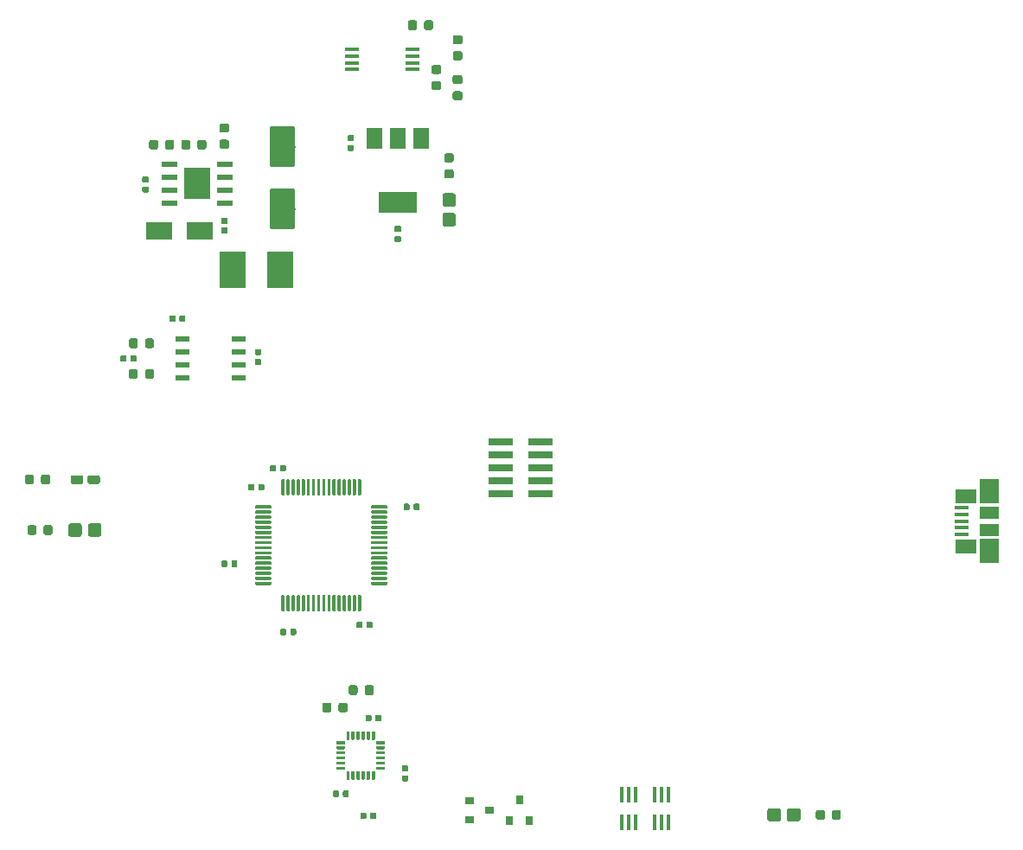
<source format=gbr>
G04 #@! TF.GenerationSoftware,KiCad,Pcbnew,(5.1.4)-1*
G04 #@! TF.CreationDate,2021-11-30T13:29:06-05:00*
G04 #@! TF.ProjectId,MC_Telem,4d435f54-656c-4656-9d2e-6b696361645f,rev?*
G04 #@! TF.SameCoordinates,Original*
G04 #@! TF.FileFunction,Paste,Top*
G04 #@! TF.FilePolarity,Positive*
%FSLAX46Y46*%
G04 Gerber Fmt 4.6, Leading zero omitted, Abs format (unit mm)*
G04 Created by KiCad (PCBNEW (5.1.4)-1) date 2021-11-30 13:29:06*
%MOMM*%
%LPD*%
G04 APERTURE LIST*
%ADD10R,2.500000X3.600000*%
%ADD11C,0.100000*%
%ADD12C,2.500000*%
%ADD13C,0.590000*%
%ADD14C,0.875000*%
%ADD15R,2.500000X1.800000*%
%ADD16R,1.550000X0.600000*%
%ADD17R,2.600000X3.100000*%
%ADD18C,1.300000*%
%ADD19R,0.800000X0.900000*%
%ADD20R,1.500000X2.000000*%
%ADD21R,3.800000X2.000000*%
%ADD22R,0.400000X1.500000*%
%ADD23C,0.300000*%
%ADD24R,1.400000X0.600000*%
%ADD25R,1.450000X0.450000*%
%ADD26R,0.900000X0.800000*%
%ADD27R,1.900000X1.175000*%
%ADD28R,1.900000X2.375000*%
%ADD29R,2.100000X1.475000*%
%ADD30R,1.380000X0.450000*%
%ADD31R,2.400000X0.740000*%
%ADD32C,0.850000*%
G04 APERTURE END LIST*
D10*
X99400000Y-87820000D03*
X104100000Y-87820000D03*
D11*
G36*
X105324504Y-73751204D02*
G01*
X105348773Y-73754804D01*
X105372571Y-73760765D01*
X105395671Y-73769030D01*
X105417849Y-73779520D01*
X105438893Y-73792133D01*
X105458598Y-73806747D01*
X105476777Y-73823223D01*
X105493253Y-73841402D01*
X105507867Y-73861107D01*
X105520480Y-73882151D01*
X105530970Y-73904329D01*
X105539235Y-73927429D01*
X105545196Y-73951227D01*
X105548796Y-73975496D01*
X105550000Y-74000000D01*
X105550000Y-77500000D01*
X105548796Y-77524504D01*
X105545196Y-77548773D01*
X105539235Y-77572571D01*
X105530970Y-77595671D01*
X105520480Y-77617849D01*
X105507867Y-77638893D01*
X105493253Y-77658598D01*
X105476777Y-77676777D01*
X105458598Y-77693253D01*
X105438893Y-77707867D01*
X105417849Y-77720480D01*
X105395671Y-77730970D01*
X105372571Y-77739235D01*
X105348773Y-77745196D01*
X105324504Y-77748796D01*
X105300000Y-77750000D01*
X103300000Y-77750000D01*
X103275496Y-77748796D01*
X103251227Y-77745196D01*
X103227429Y-77739235D01*
X103204329Y-77730970D01*
X103182151Y-77720480D01*
X103161107Y-77707867D01*
X103141402Y-77693253D01*
X103123223Y-77676777D01*
X103106747Y-77658598D01*
X103092133Y-77638893D01*
X103079520Y-77617849D01*
X103069030Y-77595671D01*
X103060765Y-77572571D01*
X103054804Y-77548773D01*
X103051204Y-77524504D01*
X103050000Y-77500000D01*
X103050000Y-74000000D01*
X103051204Y-73975496D01*
X103054804Y-73951227D01*
X103060765Y-73927429D01*
X103069030Y-73904329D01*
X103079520Y-73882151D01*
X103092133Y-73861107D01*
X103106747Y-73841402D01*
X103123223Y-73823223D01*
X103141402Y-73806747D01*
X103161107Y-73792133D01*
X103182151Y-73779520D01*
X103204329Y-73769030D01*
X103227429Y-73760765D01*
X103251227Y-73754804D01*
X103275496Y-73751204D01*
X103300000Y-73750000D01*
X105300000Y-73750000D01*
X105324504Y-73751204D01*
X105324504Y-73751204D01*
G37*
D12*
X104300000Y-75750000D03*
D11*
G36*
X105324504Y-79851204D02*
G01*
X105348773Y-79854804D01*
X105372571Y-79860765D01*
X105395671Y-79869030D01*
X105417849Y-79879520D01*
X105438893Y-79892133D01*
X105458598Y-79906747D01*
X105476777Y-79923223D01*
X105493253Y-79941402D01*
X105507867Y-79961107D01*
X105520480Y-79982151D01*
X105530970Y-80004329D01*
X105539235Y-80027429D01*
X105545196Y-80051227D01*
X105548796Y-80075496D01*
X105550000Y-80100000D01*
X105550000Y-83600000D01*
X105548796Y-83624504D01*
X105545196Y-83648773D01*
X105539235Y-83672571D01*
X105530970Y-83695671D01*
X105520480Y-83717849D01*
X105507867Y-83738893D01*
X105493253Y-83758598D01*
X105476777Y-83776777D01*
X105458598Y-83793253D01*
X105438893Y-83807867D01*
X105417849Y-83820480D01*
X105395671Y-83830970D01*
X105372571Y-83839235D01*
X105348773Y-83845196D01*
X105324504Y-83848796D01*
X105300000Y-83850000D01*
X103300000Y-83850000D01*
X103275496Y-83848796D01*
X103251227Y-83845196D01*
X103227429Y-83839235D01*
X103204329Y-83830970D01*
X103182151Y-83820480D01*
X103161107Y-83807867D01*
X103141402Y-83793253D01*
X103123223Y-83776777D01*
X103106747Y-83758598D01*
X103092133Y-83738893D01*
X103079520Y-83717849D01*
X103069030Y-83695671D01*
X103060765Y-83672571D01*
X103054804Y-83648773D01*
X103051204Y-83624504D01*
X103050000Y-83600000D01*
X103050000Y-80100000D01*
X103051204Y-80075496D01*
X103054804Y-80051227D01*
X103060765Y-80027429D01*
X103069030Y-80004329D01*
X103079520Y-79982151D01*
X103092133Y-79961107D01*
X103106747Y-79941402D01*
X103123223Y-79923223D01*
X103141402Y-79906747D01*
X103161107Y-79892133D01*
X103182151Y-79879520D01*
X103204329Y-79869030D01*
X103227429Y-79860765D01*
X103251227Y-79854804D01*
X103275496Y-79851204D01*
X103300000Y-79850000D01*
X105300000Y-79850000D01*
X105324504Y-79851204D01*
X105324504Y-79851204D01*
G37*
D12*
X104300000Y-81850000D03*
D11*
G36*
X91086958Y-78675710D02*
G01*
X91101276Y-78677834D01*
X91115317Y-78681351D01*
X91128946Y-78686228D01*
X91142031Y-78692417D01*
X91154447Y-78699858D01*
X91166073Y-78708481D01*
X91176798Y-78718202D01*
X91186519Y-78728927D01*
X91195142Y-78740553D01*
X91202583Y-78752969D01*
X91208772Y-78766054D01*
X91213649Y-78779683D01*
X91217166Y-78793724D01*
X91219290Y-78808042D01*
X91220000Y-78822500D01*
X91220000Y-79117500D01*
X91219290Y-79131958D01*
X91217166Y-79146276D01*
X91213649Y-79160317D01*
X91208772Y-79173946D01*
X91202583Y-79187031D01*
X91195142Y-79199447D01*
X91186519Y-79211073D01*
X91176798Y-79221798D01*
X91166073Y-79231519D01*
X91154447Y-79240142D01*
X91142031Y-79247583D01*
X91128946Y-79253772D01*
X91115317Y-79258649D01*
X91101276Y-79262166D01*
X91086958Y-79264290D01*
X91072500Y-79265000D01*
X90727500Y-79265000D01*
X90713042Y-79264290D01*
X90698724Y-79262166D01*
X90684683Y-79258649D01*
X90671054Y-79253772D01*
X90657969Y-79247583D01*
X90645553Y-79240142D01*
X90633927Y-79231519D01*
X90623202Y-79221798D01*
X90613481Y-79211073D01*
X90604858Y-79199447D01*
X90597417Y-79187031D01*
X90591228Y-79173946D01*
X90586351Y-79160317D01*
X90582834Y-79146276D01*
X90580710Y-79131958D01*
X90580000Y-79117500D01*
X90580000Y-78822500D01*
X90580710Y-78808042D01*
X90582834Y-78793724D01*
X90586351Y-78779683D01*
X90591228Y-78766054D01*
X90597417Y-78752969D01*
X90604858Y-78740553D01*
X90613481Y-78728927D01*
X90623202Y-78718202D01*
X90633927Y-78708481D01*
X90645553Y-78699858D01*
X90657969Y-78692417D01*
X90671054Y-78686228D01*
X90684683Y-78681351D01*
X90698724Y-78677834D01*
X90713042Y-78675710D01*
X90727500Y-78675000D01*
X91072500Y-78675000D01*
X91086958Y-78675710D01*
X91086958Y-78675710D01*
G37*
D13*
X90900000Y-78970000D03*
D11*
G36*
X91086958Y-79645710D02*
G01*
X91101276Y-79647834D01*
X91115317Y-79651351D01*
X91128946Y-79656228D01*
X91142031Y-79662417D01*
X91154447Y-79669858D01*
X91166073Y-79678481D01*
X91176798Y-79688202D01*
X91186519Y-79698927D01*
X91195142Y-79710553D01*
X91202583Y-79722969D01*
X91208772Y-79736054D01*
X91213649Y-79749683D01*
X91217166Y-79763724D01*
X91219290Y-79778042D01*
X91220000Y-79792500D01*
X91220000Y-80087500D01*
X91219290Y-80101958D01*
X91217166Y-80116276D01*
X91213649Y-80130317D01*
X91208772Y-80143946D01*
X91202583Y-80157031D01*
X91195142Y-80169447D01*
X91186519Y-80181073D01*
X91176798Y-80191798D01*
X91166073Y-80201519D01*
X91154447Y-80210142D01*
X91142031Y-80217583D01*
X91128946Y-80223772D01*
X91115317Y-80228649D01*
X91101276Y-80232166D01*
X91086958Y-80234290D01*
X91072500Y-80235000D01*
X90727500Y-80235000D01*
X90713042Y-80234290D01*
X90698724Y-80232166D01*
X90684683Y-80228649D01*
X90671054Y-80223772D01*
X90657969Y-80217583D01*
X90645553Y-80210142D01*
X90633927Y-80201519D01*
X90623202Y-80191798D01*
X90613481Y-80181073D01*
X90604858Y-80169447D01*
X90597417Y-80157031D01*
X90591228Y-80143946D01*
X90586351Y-80130317D01*
X90582834Y-80116276D01*
X90580710Y-80101958D01*
X90580000Y-80087500D01*
X90580000Y-79792500D01*
X90580710Y-79778042D01*
X90582834Y-79763724D01*
X90586351Y-79749683D01*
X90591228Y-79736054D01*
X90597417Y-79722969D01*
X90604858Y-79710553D01*
X90613481Y-79698927D01*
X90623202Y-79688202D01*
X90633927Y-79678481D01*
X90645553Y-79669858D01*
X90657969Y-79662417D01*
X90671054Y-79656228D01*
X90684683Y-79651351D01*
X90698724Y-79647834D01*
X90713042Y-79645710D01*
X90727500Y-79645000D01*
X91072500Y-79645000D01*
X91086958Y-79645710D01*
X91086958Y-79645710D01*
G37*
D13*
X90900000Y-79940000D03*
D11*
G36*
X121727691Y-68748553D02*
G01*
X121748926Y-68751703D01*
X121769750Y-68756919D01*
X121789962Y-68764151D01*
X121809368Y-68773330D01*
X121827781Y-68784366D01*
X121845024Y-68797154D01*
X121860930Y-68811570D01*
X121875346Y-68827476D01*
X121888134Y-68844719D01*
X121899170Y-68863132D01*
X121908349Y-68882538D01*
X121915581Y-68902750D01*
X121920797Y-68923574D01*
X121923947Y-68944809D01*
X121925000Y-68966250D01*
X121925000Y-69403750D01*
X121923947Y-69425191D01*
X121920797Y-69446426D01*
X121915581Y-69467250D01*
X121908349Y-69487462D01*
X121899170Y-69506868D01*
X121888134Y-69525281D01*
X121875346Y-69542524D01*
X121860930Y-69558430D01*
X121845024Y-69572846D01*
X121827781Y-69585634D01*
X121809368Y-69596670D01*
X121789962Y-69605849D01*
X121769750Y-69613081D01*
X121748926Y-69618297D01*
X121727691Y-69621447D01*
X121706250Y-69622500D01*
X121193750Y-69622500D01*
X121172309Y-69621447D01*
X121151074Y-69618297D01*
X121130250Y-69613081D01*
X121110038Y-69605849D01*
X121090632Y-69596670D01*
X121072219Y-69585634D01*
X121054976Y-69572846D01*
X121039070Y-69558430D01*
X121024654Y-69542524D01*
X121011866Y-69525281D01*
X121000830Y-69506868D01*
X120991651Y-69487462D01*
X120984419Y-69467250D01*
X120979203Y-69446426D01*
X120976053Y-69425191D01*
X120975000Y-69403750D01*
X120975000Y-68966250D01*
X120976053Y-68944809D01*
X120979203Y-68923574D01*
X120984419Y-68902750D01*
X120991651Y-68882538D01*
X121000830Y-68863132D01*
X121011866Y-68844719D01*
X121024654Y-68827476D01*
X121039070Y-68811570D01*
X121054976Y-68797154D01*
X121072219Y-68784366D01*
X121090632Y-68773330D01*
X121110038Y-68764151D01*
X121130250Y-68756919D01*
X121151074Y-68751703D01*
X121172309Y-68748553D01*
X121193750Y-68747500D01*
X121706250Y-68747500D01*
X121727691Y-68748553D01*
X121727691Y-68748553D01*
G37*
D14*
X121450000Y-69185000D03*
D11*
G36*
X121727691Y-70323553D02*
G01*
X121748926Y-70326703D01*
X121769750Y-70331919D01*
X121789962Y-70339151D01*
X121809368Y-70348330D01*
X121827781Y-70359366D01*
X121845024Y-70372154D01*
X121860930Y-70386570D01*
X121875346Y-70402476D01*
X121888134Y-70419719D01*
X121899170Y-70438132D01*
X121908349Y-70457538D01*
X121915581Y-70477750D01*
X121920797Y-70498574D01*
X121923947Y-70519809D01*
X121925000Y-70541250D01*
X121925000Y-70978750D01*
X121923947Y-71000191D01*
X121920797Y-71021426D01*
X121915581Y-71042250D01*
X121908349Y-71062462D01*
X121899170Y-71081868D01*
X121888134Y-71100281D01*
X121875346Y-71117524D01*
X121860930Y-71133430D01*
X121845024Y-71147846D01*
X121827781Y-71160634D01*
X121809368Y-71171670D01*
X121789962Y-71180849D01*
X121769750Y-71188081D01*
X121748926Y-71193297D01*
X121727691Y-71196447D01*
X121706250Y-71197500D01*
X121193750Y-71197500D01*
X121172309Y-71196447D01*
X121151074Y-71193297D01*
X121130250Y-71188081D01*
X121110038Y-71180849D01*
X121090632Y-71171670D01*
X121072219Y-71160634D01*
X121054976Y-71147846D01*
X121039070Y-71133430D01*
X121024654Y-71117524D01*
X121011866Y-71100281D01*
X121000830Y-71081868D01*
X120991651Y-71062462D01*
X120984419Y-71042250D01*
X120979203Y-71021426D01*
X120976053Y-71000191D01*
X120975000Y-70978750D01*
X120975000Y-70541250D01*
X120976053Y-70519809D01*
X120979203Y-70498574D01*
X120984419Y-70477750D01*
X120991651Y-70457538D01*
X121000830Y-70438132D01*
X121011866Y-70419719D01*
X121024654Y-70402476D01*
X121039070Y-70386570D01*
X121054976Y-70372154D01*
X121072219Y-70359366D01*
X121090632Y-70348330D01*
X121110038Y-70339151D01*
X121130250Y-70331919D01*
X121151074Y-70326703D01*
X121172309Y-70323553D01*
X121193750Y-70322500D01*
X121706250Y-70322500D01*
X121727691Y-70323553D01*
X121727691Y-70323553D01*
G37*
D14*
X121450000Y-70760000D03*
D11*
G36*
X93701958Y-92280710D02*
G01*
X93716276Y-92282834D01*
X93730317Y-92286351D01*
X93743946Y-92291228D01*
X93757031Y-92297417D01*
X93769447Y-92304858D01*
X93781073Y-92313481D01*
X93791798Y-92323202D01*
X93801519Y-92333927D01*
X93810142Y-92345553D01*
X93817583Y-92357969D01*
X93823772Y-92371054D01*
X93828649Y-92384683D01*
X93832166Y-92398724D01*
X93834290Y-92413042D01*
X93835000Y-92427500D01*
X93835000Y-92772500D01*
X93834290Y-92786958D01*
X93832166Y-92801276D01*
X93828649Y-92815317D01*
X93823772Y-92828946D01*
X93817583Y-92842031D01*
X93810142Y-92854447D01*
X93801519Y-92866073D01*
X93791798Y-92876798D01*
X93781073Y-92886519D01*
X93769447Y-92895142D01*
X93757031Y-92902583D01*
X93743946Y-92908772D01*
X93730317Y-92913649D01*
X93716276Y-92917166D01*
X93701958Y-92919290D01*
X93687500Y-92920000D01*
X93392500Y-92920000D01*
X93378042Y-92919290D01*
X93363724Y-92917166D01*
X93349683Y-92913649D01*
X93336054Y-92908772D01*
X93322969Y-92902583D01*
X93310553Y-92895142D01*
X93298927Y-92886519D01*
X93288202Y-92876798D01*
X93278481Y-92866073D01*
X93269858Y-92854447D01*
X93262417Y-92842031D01*
X93256228Y-92828946D01*
X93251351Y-92815317D01*
X93247834Y-92801276D01*
X93245710Y-92786958D01*
X93245000Y-92772500D01*
X93245000Y-92427500D01*
X93245710Y-92413042D01*
X93247834Y-92398724D01*
X93251351Y-92384683D01*
X93256228Y-92371054D01*
X93262417Y-92357969D01*
X93269858Y-92345553D01*
X93278481Y-92333927D01*
X93288202Y-92323202D01*
X93298927Y-92313481D01*
X93310553Y-92304858D01*
X93322969Y-92297417D01*
X93336054Y-92291228D01*
X93349683Y-92286351D01*
X93363724Y-92282834D01*
X93378042Y-92280710D01*
X93392500Y-92280000D01*
X93687500Y-92280000D01*
X93701958Y-92280710D01*
X93701958Y-92280710D01*
G37*
D13*
X93540000Y-92600000D03*
D11*
G36*
X94671958Y-92280710D02*
G01*
X94686276Y-92282834D01*
X94700317Y-92286351D01*
X94713946Y-92291228D01*
X94727031Y-92297417D01*
X94739447Y-92304858D01*
X94751073Y-92313481D01*
X94761798Y-92323202D01*
X94771519Y-92333927D01*
X94780142Y-92345553D01*
X94787583Y-92357969D01*
X94793772Y-92371054D01*
X94798649Y-92384683D01*
X94802166Y-92398724D01*
X94804290Y-92413042D01*
X94805000Y-92427500D01*
X94805000Y-92772500D01*
X94804290Y-92786958D01*
X94802166Y-92801276D01*
X94798649Y-92815317D01*
X94793772Y-92828946D01*
X94787583Y-92842031D01*
X94780142Y-92854447D01*
X94771519Y-92866073D01*
X94761798Y-92876798D01*
X94751073Y-92886519D01*
X94739447Y-92895142D01*
X94727031Y-92902583D01*
X94713946Y-92908772D01*
X94700317Y-92913649D01*
X94686276Y-92917166D01*
X94671958Y-92919290D01*
X94657500Y-92920000D01*
X94362500Y-92920000D01*
X94348042Y-92919290D01*
X94333724Y-92917166D01*
X94319683Y-92913649D01*
X94306054Y-92908772D01*
X94292969Y-92902583D01*
X94280553Y-92895142D01*
X94268927Y-92886519D01*
X94258202Y-92876798D01*
X94248481Y-92866073D01*
X94239858Y-92854447D01*
X94232417Y-92842031D01*
X94226228Y-92828946D01*
X94221351Y-92815317D01*
X94217834Y-92801276D01*
X94215710Y-92786958D01*
X94215000Y-92772500D01*
X94215000Y-92427500D01*
X94215710Y-92413042D01*
X94217834Y-92398724D01*
X94221351Y-92384683D01*
X94226228Y-92371054D01*
X94232417Y-92357969D01*
X94239858Y-92345553D01*
X94248481Y-92333927D01*
X94258202Y-92323202D01*
X94268927Y-92313481D01*
X94280553Y-92304858D01*
X94292969Y-92297417D01*
X94306054Y-92291228D01*
X94319683Y-92286351D01*
X94333724Y-92282834D01*
X94348042Y-92280710D01*
X94362500Y-92280000D01*
X94657500Y-92280000D01*
X94671958Y-92280710D01*
X94671958Y-92280710D01*
G37*
D13*
X94510000Y-92600000D03*
D15*
X96250000Y-84000000D03*
X92250000Y-84000000D03*
D11*
G36*
X98811958Y-82705710D02*
G01*
X98826276Y-82707834D01*
X98840317Y-82711351D01*
X98853946Y-82716228D01*
X98867031Y-82722417D01*
X98879447Y-82729858D01*
X98891073Y-82738481D01*
X98901798Y-82748202D01*
X98911519Y-82758927D01*
X98920142Y-82770553D01*
X98927583Y-82782969D01*
X98933772Y-82796054D01*
X98938649Y-82809683D01*
X98942166Y-82823724D01*
X98944290Y-82838042D01*
X98945000Y-82852500D01*
X98945000Y-83147500D01*
X98944290Y-83161958D01*
X98942166Y-83176276D01*
X98938649Y-83190317D01*
X98933772Y-83203946D01*
X98927583Y-83217031D01*
X98920142Y-83229447D01*
X98911519Y-83241073D01*
X98901798Y-83251798D01*
X98891073Y-83261519D01*
X98879447Y-83270142D01*
X98867031Y-83277583D01*
X98853946Y-83283772D01*
X98840317Y-83288649D01*
X98826276Y-83292166D01*
X98811958Y-83294290D01*
X98797500Y-83295000D01*
X98452500Y-83295000D01*
X98438042Y-83294290D01*
X98423724Y-83292166D01*
X98409683Y-83288649D01*
X98396054Y-83283772D01*
X98382969Y-83277583D01*
X98370553Y-83270142D01*
X98358927Y-83261519D01*
X98348202Y-83251798D01*
X98338481Y-83241073D01*
X98329858Y-83229447D01*
X98322417Y-83217031D01*
X98316228Y-83203946D01*
X98311351Y-83190317D01*
X98307834Y-83176276D01*
X98305710Y-83161958D01*
X98305000Y-83147500D01*
X98305000Y-82852500D01*
X98305710Y-82838042D01*
X98307834Y-82823724D01*
X98311351Y-82809683D01*
X98316228Y-82796054D01*
X98322417Y-82782969D01*
X98329858Y-82770553D01*
X98338481Y-82758927D01*
X98348202Y-82748202D01*
X98358927Y-82738481D01*
X98370553Y-82729858D01*
X98382969Y-82722417D01*
X98396054Y-82716228D01*
X98409683Y-82711351D01*
X98423724Y-82707834D01*
X98438042Y-82705710D01*
X98452500Y-82705000D01*
X98797500Y-82705000D01*
X98811958Y-82705710D01*
X98811958Y-82705710D01*
G37*
D13*
X98625000Y-83000000D03*
D11*
G36*
X98811958Y-83675710D02*
G01*
X98826276Y-83677834D01*
X98840317Y-83681351D01*
X98853946Y-83686228D01*
X98867031Y-83692417D01*
X98879447Y-83699858D01*
X98891073Y-83708481D01*
X98901798Y-83718202D01*
X98911519Y-83728927D01*
X98920142Y-83740553D01*
X98927583Y-83752969D01*
X98933772Y-83766054D01*
X98938649Y-83779683D01*
X98942166Y-83793724D01*
X98944290Y-83808042D01*
X98945000Y-83822500D01*
X98945000Y-84117500D01*
X98944290Y-84131958D01*
X98942166Y-84146276D01*
X98938649Y-84160317D01*
X98933772Y-84173946D01*
X98927583Y-84187031D01*
X98920142Y-84199447D01*
X98911519Y-84211073D01*
X98901798Y-84221798D01*
X98891073Y-84231519D01*
X98879447Y-84240142D01*
X98867031Y-84247583D01*
X98853946Y-84253772D01*
X98840317Y-84258649D01*
X98826276Y-84262166D01*
X98811958Y-84264290D01*
X98797500Y-84265000D01*
X98452500Y-84265000D01*
X98438042Y-84264290D01*
X98423724Y-84262166D01*
X98409683Y-84258649D01*
X98396054Y-84253772D01*
X98382969Y-84247583D01*
X98370553Y-84240142D01*
X98358927Y-84231519D01*
X98348202Y-84221798D01*
X98338481Y-84211073D01*
X98329858Y-84199447D01*
X98322417Y-84187031D01*
X98316228Y-84173946D01*
X98311351Y-84160317D01*
X98307834Y-84146276D01*
X98305710Y-84131958D01*
X98305000Y-84117500D01*
X98305000Y-83822500D01*
X98305710Y-83808042D01*
X98307834Y-83793724D01*
X98311351Y-83779683D01*
X98316228Y-83766054D01*
X98322417Y-83752969D01*
X98329858Y-83740553D01*
X98338481Y-83728927D01*
X98348202Y-83718202D01*
X98358927Y-83708481D01*
X98370553Y-83699858D01*
X98382969Y-83692417D01*
X98396054Y-83686228D01*
X98409683Y-83681351D01*
X98423724Y-83677834D01*
X98438042Y-83675710D01*
X98452500Y-83675000D01*
X98797500Y-83675000D01*
X98811958Y-83675710D01*
X98811958Y-83675710D01*
G37*
D13*
X98625000Y-83970000D03*
D16*
X93232200Y-81270000D03*
X93232200Y-80000000D03*
X93232200Y-78730000D03*
X93232200Y-77460000D03*
X98632200Y-77460000D03*
X98632200Y-78730000D03*
X98632200Y-80000000D03*
X98632200Y-81270000D03*
D17*
X95932200Y-79365000D03*
D11*
G36*
X91932791Y-75075653D02*
G01*
X91954026Y-75078803D01*
X91974850Y-75084019D01*
X91995062Y-75091251D01*
X92014468Y-75100430D01*
X92032881Y-75111466D01*
X92050124Y-75124254D01*
X92066030Y-75138670D01*
X92080446Y-75154576D01*
X92093234Y-75171819D01*
X92104270Y-75190232D01*
X92113449Y-75209638D01*
X92120681Y-75229850D01*
X92125897Y-75250674D01*
X92129047Y-75271909D01*
X92130100Y-75293350D01*
X92130100Y-75805850D01*
X92129047Y-75827291D01*
X92125897Y-75848526D01*
X92120681Y-75869350D01*
X92113449Y-75889562D01*
X92104270Y-75908968D01*
X92093234Y-75927381D01*
X92080446Y-75944624D01*
X92066030Y-75960530D01*
X92050124Y-75974946D01*
X92032881Y-75987734D01*
X92014468Y-75998770D01*
X91995062Y-76007949D01*
X91974850Y-76015181D01*
X91954026Y-76020397D01*
X91932791Y-76023547D01*
X91911350Y-76024600D01*
X91473850Y-76024600D01*
X91452409Y-76023547D01*
X91431174Y-76020397D01*
X91410350Y-76015181D01*
X91390138Y-76007949D01*
X91370732Y-75998770D01*
X91352319Y-75987734D01*
X91335076Y-75974946D01*
X91319170Y-75960530D01*
X91304754Y-75944624D01*
X91291966Y-75927381D01*
X91280930Y-75908968D01*
X91271751Y-75889562D01*
X91264519Y-75869350D01*
X91259303Y-75848526D01*
X91256153Y-75827291D01*
X91255100Y-75805850D01*
X91255100Y-75293350D01*
X91256153Y-75271909D01*
X91259303Y-75250674D01*
X91264519Y-75229850D01*
X91271751Y-75209638D01*
X91280930Y-75190232D01*
X91291966Y-75171819D01*
X91304754Y-75154576D01*
X91319170Y-75138670D01*
X91335076Y-75124254D01*
X91352319Y-75111466D01*
X91370732Y-75100430D01*
X91390138Y-75091251D01*
X91410350Y-75084019D01*
X91431174Y-75078803D01*
X91452409Y-75075653D01*
X91473850Y-75074600D01*
X91911350Y-75074600D01*
X91932791Y-75075653D01*
X91932791Y-75075653D01*
G37*
D14*
X91692600Y-75549600D03*
D11*
G36*
X93507791Y-75075653D02*
G01*
X93529026Y-75078803D01*
X93549850Y-75084019D01*
X93570062Y-75091251D01*
X93589468Y-75100430D01*
X93607881Y-75111466D01*
X93625124Y-75124254D01*
X93641030Y-75138670D01*
X93655446Y-75154576D01*
X93668234Y-75171819D01*
X93679270Y-75190232D01*
X93688449Y-75209638D01*
X93695681Y-75229850D01*
X93700897Y-75250674D01*
X93704047Y-75271909D01*
X93705100Y-75293350D01*
X93705100Y-75805850D01*
X93704047Y-75827291D01*
X93700897Y-75848526D01*
X93695681Y-75869350D01*
X93688449Y-75889562D01*
X93679270Y-75908968D01*
X93668234Y-75927381D01*
X93655446Y-75944624D01*
X93641030Y-75960530D01*
X93625124Y-75974946D01*
X93607881Y-75987734D01*
X93589468Y-75998770D01*
X93570062Y-76007949D01*
X93549850Y-76015181D01*
X93529026Y-76020397D01*
X93507791Y-76023547D01*
X93486350Y-76024600D01*
X93048850Y-76024600D01*
X93027409Y-76023547D01*
X93006174Y-76020397D01*
X92985350Y-76015181D01*
X92965138Y-76007949D01*
X92945732Y-75998770D01*
X92927319Y-75987734D01*
X92910076Y-75974946D01*
X92894170Y-75960530D01*
X92879754Y-75944624D01*
X92866966Y-75927381D01*
X92855930Y-75908968D01*
X92846751Y-75889562D01*
X92839519Y-75869350D01*
X92834303Y-75848526D01*
X92831153Y-75827291D01*
X92830100Y-75805850D01*
X92830100Y-75293350D01*
X92831153Y-75271909D01*
X92834303Y-75250674D01*
X92839519Y-75229850D01*
X92846751Y-75209638D01*
X92855930Y-75190232D01*
X92866966Y-75171819D01*
X92879754Y-75154576D01*
X92894170Y-75138670D01*
X92910076Y-75124254D01*
X92927319Y-75111466D01*
X92945732Y-75100430D01*
X92965138Y-75091251D01*
X92985350Y-75084019D01*
X93006174Y-75078803D01*
X93027409Y-75075653D01*
X93048850Y-75074600D01*
X93486350Y-75074600D01*
X93507791Y-75075653D01*
X93507791Y-75075653D01*
G37*
D14*
X93267600Y-75549600D03*
D11*
G36*
X98877691Y-75063553D02*
G01*
X98898926Y-75066703D01*
X98919750Y-75071919D01*
X98939962Y-75079151D01*
X98959368Y-75088330D01*
X98977781Y-75099366D01*
X98995024Y-75112154D01*
X99010930Y-75126570D01*
X99025346Y-75142476D01*
X99038134Y-75159719D01*
X99049170Y-75178132D01*
X99058349Y-75197538D01*
X99065581Y-75217750D01*
X99070797Y-75238574D01*
X99073947Y-75259809D01*
X99075000Y-75281250D01*
X99075000Y-75718750D01*
X99073947Y-75740191D01*
X99070797Y-75761426D01*
X99065581Y-75782250D01*
X99058349Y-75802462D01*
X99049170Y-75821868D01*
X99038134Y-75840281D01*
X99025346Y-75857524D01*
X99010930Y-75873430D01*
X98995024Y-75887846D01*
X98977781Y-75900634D01*
X98959368Y-75911670D01*
X98939962Y-75920849D01*
X98919750Y-75928081D01*
X98898926Y-75933297D01*
X98877691Y-75936447D01*
X98856250Y-75937500D01*
X98343750Y-75937500D01*
X98322309Y-75936447D01*
X98301074Y-75933297D01*
X98280250Y-75928081D01*
X98260038Y-75920849D01*
X98240632Y-75911670D01*
X98222219Y-75900634D01*
X98204976Y-75887846D01*
X98189070Y-75873430D01*
X98174654Y-75857524D01*
X98161866Y-75840281D01*
X98150830Y-75821868D01*
X98141651Y-75802462D01*
X98134419Y-75782250D01*
X98129203Y-75761426D01*
X98126053Y-75740191D01*
X98125000Y-75718750D01*
X98125000Y-75281250D01*
X98126053Y-75259809D01*
X98129203Y-75238574D01*
X98134419Y-75217750D01*
X98141651Y-75197538D01*
X98150830Y-75178132D01*
X98161866Y-75159719D01*
X98174654Y-75142476D01*
X98189070Y-75126570D01*
X98204976Y-75112154D01*
X98222219Y-75099366D01*
X98240632Y-75088330D01*
X98260038Y-75079151D01*
X98280250Y-75071919D01*
X98301074Y-75066703D01*
X98322309Y-75063553D01*
X98343750Y-75062500D01*
X98856250Y-75062500D01*
X98877691Y-75063553D01*
X98877691Y-75063553D01*
G37*
D14*
X98600000Y-75500000D03*
D11*
G36*
X98877691Y-73488553D02*
G01*
X98898926Y-73491703D01*
X98919750Y-73496919D01*
X98939962Y-73504151D01*
X98959368Y-73513330D01*
X98977781Y-73524366D01*
X98995024Y-73537154D01*
X99010930Y-73551570D01*
X99025346Y-73567476D01*
X99038134Y-73584719D01*
X99049170Y-73603132D01*
X99058349Y-73622538D01*
X99065581Y-73642750D01*
X99070797Y-73663574D01*
X99073947Y-73684809D01*
X99075000Y-73706250D01*
X99075000Y-74143750D01*
X99073947Y-74165191D01*
X99070797Y-74186426D01*
X99065581Y-74207250D01*
X99058349Y-74227462D01*
X99049170Y-74246868D01*
X99038134Y-74265281D01*
X99025346Y-74282524D01*
X99010930Y-74298430D01*
X98995024Y-74312846D01*
X98977781Y-74325634D01*
X98959368Y-74336670D01*
X98939962Y-74345849D01*
X98919750Y-74353081D01*
X98898926Y-74358297D01*
X98877691Y-74361447D01*
X98856250Y-74362500D01*
X98343750Y-74362500D01*
X98322309Y-74361447D01*
X98301074Y-74358297D01*
X98280250Y-74353081D01*
X98260038Y-74345849D01*
X98240632Y-74336670D01*
X98222219Y-74325634D01*
X98204976Y-74312846D01*
X98189070Y-74298430D01*
X98174654Y-74282524D01*
X98161866Y-74265281D01*
X98150830Y-74246868D01*
X98141651Y-74227462D01*
X98134419Y-74207250D01*
X98129203Y-74186426D01*
X98126053Y-74165191D01*
X98125000Y-74143750D01*
X98125000Y-73706250D01*
X98126053Y-73684809D01*
X98129203Y-73663574D01*
X98134419Y-73642750D01*
X98141651Y-73622538D01*
X98150830Y-73603132D01*
X98161866Y-73584719D01*
X98174654Y-73567476D01*
X98189070Y-73551570D01*
X98204976Y-73537154D01*
X98222219Y-73524366D01*
X98240632Y-73513330D01*
X98260038Y-73504151D01*
X98280250Y-73496919D01*
X98301074Y-73491703D01*
X98322309Y-73488553D01*
X98343750Y-73487500D01*
X98856250Y-73487500D01*
X98877691Y-73488553D01*
X98877691Y-73488553D01*
G37*
D14*
X98600000Y-73925000D03*
D11*
G36*
X121731291Y-64843453D02*
G01*
X121752526Y-64846603D01*
X121773350Y-64851819D01*
X121793562Y-64859051D01*
X121812968Y-64868230D01*
X121831381Y-64879266D01*
X121848624Y-64892054D01*
X121864530Y-64906470D01*
X121878946Y-64922376D01*
X121891734Y-64939619D01*
X121902770Y-64958032D01*
X121911949Y-64977438D01*
X121919181Y-64997650D01*
X121924397Y-65018474D01*
X121927547Y-65039709D01*
X121928600Y-65061150D01*
X121928600Y-65498650D01*
X121927547Y-65520091D01*
X121924397Y-65541326D01*
X121919181Y-65562150D01*
X121911949Y-65582362D01*
X121902770Y-65601768D01*
X121891734Y-65620181D01*
X121878946Y-65637424D01*
X121864530Y-65653330D01*
X121848624Y-65667746D01*
X121831381Y-65680534D01*
X121812968Y-65691570D01*
X121793562Y-65700749D01*
X121773350Y-65707981D01*
X121752526Y-65713197D01*
X121731291Y-65716347D01*
X121709850Y-65717400D01*
X121197350Y-65717400D01*
X121175909Y-65716347D01*
X121154674Y-65713197D01*
X121133850Y-65707981D01*
X121113638Y-65700749D01*
X121094232Y-65691570D01*
X121075819Y-65680534D01*
X121058576Y-65667746D01*
X121042670Y-65653330D01*
X121028254Y-65637424D01*
X121015466Y-65620181D01*
X121004430Y-65601768D01*
X120995251Y-65582362D01*
X120988019Y-65562150D01*
X120982803Y-65541326D01*
X120979653Y-65520091D01*
X120978600Y-65498650D01*
X120978600Y-65061150D01*
X120979653Y-65039709D01*
X120982803Y-65018474D01*
X120988019Y-64997650D01*
X120995251Y-64977438D01*
X121004430Y-64958032D01*
X121015466Y-64939619D01*
X121028254Y-64922376D01*
X121042670Y-64906470D01*
X121058576Y-64892054D01*
X121075819Y-64879266D01*
X121094232Y-64868230D01*
X121113638Y-64859051D01*
X121133850Y-64851819D01*
X121154674Y-64846603D01*
X121175909Y-64843453D01*
X121197350Y-64842400D01*
X121709850Y-64842400D01*
X121731291Y-64843453D01*
X121731291Y-64843453D01*
G37*
D14*
X121453600Y-65279900D03*
D11*
G36*
X121731291Y-66418453D02*
G01*
X121752526Y-66421603D01*
X121773350Y-66426819D01*
X121793562Y-66434051D01*
X121812968Y-66443230D01*
X121831381Y-66454266D01*
X121848624Y-66467054D01*
X121864530Y-66481470D01*
X121878946Y-66497376D01*
X121891734Y-66514619D01*
X121902770Y-66533032D01*
X121911949Y-66552438D01*
X121919181Y-66572650D01*
X121924397Y-66593474D01*
X121927547Y-66614709D01*
X121928600Y-66636150D01*
X121928600Y-67073650D01*
X121927547Y-67095091D01*
X121924397Y-67116326D01*
X121919181Y-67137150D01*
X121911949Y-67157362D01*
X121902770Y-67176768D01*
X121891734Y-67195181D01*
X121878946Y-67212424D01*
X121864530Y-67228330D01*
X121848624Y-67242746D01*
X121831381Y-67255534D01*
X121812968Y-67266570D01*
X121793562Y-67275749D01*
X121773350Y-67282981D01*
X121752526Y-67288197D01*
X121731291Y-67291347D01*
X121709850Y-67292400D01*
X121197350Y-67292400D01*
X121175909Y-67291347D01*
X121154674Y-67288197D01*
X121133850Y-67282981D01*
X121113638Y-67275749D01*
X121094232Y-67266570D01*
X121075819Y-67255534D01*
X121058576Y-67242746D01*
X121042670Y-67228330D01*
X121028254Y-67212424D01*
X121015466Y-67195181D01*
X121004430Y-67176768D01*
X120995251Y-67157362D01*
X120988019Y-67137150D01*
X120982803Y-67116326D01*
X120979653Y-67095091D01*
X120978600Y-67073650D01*
X120978600Y-66636150D01*
X120979653Y-66614709D01*
X120982803Y-66593474D01*
X120988019Y-66572650D01*
X120995251Y-66552438D01*
X121004430Y-66533032D01*
X121015466Y-66514619D01*
X121028254Y-66497376D01*
X121042670Y-66481470D01*
X121058576Y-66467054D01*
X121075819Y-66454266D01*
X121094232Y-66443230D01*
X121113638Y-66434051D01*
X121133850Y-66426819D01*
X121154674Y-66421603D01*
X121175909Y-66418453D01*
X121197350Y-66417400D01*
X121709850Y-66417400D01*
X121731291Y-66418453D01*
X121731291Y-66418453D01*
G37*
D14*
X121453600Y-66854900D03*
D11*
G36*
X95082191Y-75075653D02*
G01*
X95103426Y-75078803D01*
X95124250Y-75084019D01*
X95144462Y-75091251D01*
X95163868Y-75100430D01*
X95182281Y-75111466D01*
X95199524Y-75124254D01*
X95215430Y-75138670D01*
X95229846Y-75154576D01*
X95242634Y-75171819D01*
X95253670Y-75190232D01*
X95262849Y-75209638D01*
X95270081Y-75229850D01*
X95275297Y-75250674D01*
X95278447Y-75271909D01*
X95279500Y-75293350D01*
X95279500Y-75805850D01*
X95278447Y-75827291D01*
X95275297Y-75848526D01*
X95270081Y-75869350D01*
X95262849Y-75889562D01*
X95253670Y-75908968D01*
X95242634Y-75927381D01*
X95229846Y-75944624D01*
X95215430Y-75960530D01*
X95199524Y-75974946D01*
X95182281Y-75987734D01*
X95163868Y-75998770D01*
X95144462Y-76007949D01*
X95124250Y-76015181D01*
X95103426Y-76020397D01*
X95082191Y-76023547D01*
X95060750Y-76024600D01*
X94623250Y-76024600D01*
X94601809Y-76023547D01*
X94580574Y-76020397D01*
X94559750Y-76015181D01*
X94539538Y-76007949D01*
X94520132Y-75998770D01*
X94501719Y-75987734D01*
X94484476Y-75974946D01*
X94468570Y-75960530D01*
X94454154Y-75944624D01*
X94441366Y-75927381D01*
X94430330Y-75908968D01*
X94421151Y-75889562D01*
X94413919Y-75869350D01*
X94408703Y-75848526D01*
X94405553Y-75827291D01*
X94404500Y-75805850D01*
X94404500Y-75293350D01*
X94405553Y-75271909D01*
X94408703Y-75250674D01*
X94413919Y-75229850D01*
X94421151Y-75209638D01*
X94430330Y-75190232D01*
X94441366Y-75171819D01*
X94454154Y-75154576D01*
X94468570Y-75138670D01*
X94484476Y-75124254D01*
X94501719Y-75111466D01*
X94520132Y-75100430D01*
X94539538Y-75091251D01*
X94559750Y-75084019D01*
X94580574Y-75078803D01*
X94601809Y-75075653D01*
X94623250Y-75074600D01*
X95060750Y-75074600D01*
X95082191Y-75075653D01*
X95082191Y-75075653D01*
G37*
D14*
X94842000Y-75549600D03*
D11*
G36*
X96657191Y-75075653D02*
G01*
X96678426Y-75078803D01*
X96699250Y-75084019D01*
X96719462Y-75091251D01*
X96738868Y-75100430D01*
X96757281Y-75111466D01*
X96774524Y-75124254D01*
X96790430Y-75138670D01*
X96804846Y-75154576D01*
X96817634Y-75171819D01*
X96828670Y-75190232D01*
X96837849Y-75209638D01*
X96845081Y-75229850D01*
X96850297Y-75250674D01*
X96853447Y-75271909D01*
X96854500Y-75293350D01*
X96854500Y-75805850D01*
X96853447Y-75827291D01*
X96850297Y-75848526D01*
X96845081Y-75869350D01*
X96837849Y-75889562D01*
X96828670Y-75908968D01*
X96817634Y-75927381D01*
X96804846Y-75944624D01*
X96790430Y-75960530D01*
X96774524Y-75974946D01*
X96757281Y-75987734D01*
X96738868Y-75998770D01*
X96719462Y-76007949D01*
X96699250Y-76015181D01*
X96678426Y-76020397D01*
X96657191Y-76023547D01*
X96635750Y-76024600D01*
X96198250Y-76024600D01*
X96176809Y-76023547D01*
X96155574Y-76020397D01*
X96134750Y-76015181D01*
X96114538Y-76007949D01*
X96095132Y-75998770D01*
X96076719Y-75987734D01*
X96059476Y-75974946D01*
X96043570Y-75960530D01*
X96029154Y-75944624D01*
X96016366Y-75927381D01*
X96005330Y-75908968D01*
X95996151Y-75889562D01*
X95988919Y-75869350D01*
X95983703Y-75848526D01*
X95980553Y-75827291D01*
X95979500Y-75805850D01*
X95979500Y-75293350D01*
X95980553Y-75271909D01*
X95983703Y-75250674D01*
X95988919Y-75229850D01*
X95996151Y-75209638D01*
X96005330Y-75190232D01*
X96016366Y-75171819D01*
X96029154Y-75154576D01*
X96043570Y-75138670D01*
X96059476Y-75124254D01*
X96076719Y-75111466D01*
X96095132Y-75100430D01*
X96114538Y-75091251D01*
X96134750Y-75084019D01*
X96155574Y-75078803D01*
X96176809Y-75075653D01*
X96198250Y-75074600D01*
X96635750Y-75074600D01*
X96657191Y-75075653D01*
X96657191Y-75075653D01*
G37*
D14*
X96417000Y-75549600D03*
D11*
G36*
X157212191Y-140699253D02*
G01*
X157233426Y-140702403D01*
X157254250Y-140707619D01*
X157274462Y-140714851D01*
X157293868Y-140724030D01*
X157312281Y-140735066D01*
X157329524Y-140747854D01*
X157345430Y-140762270D01*
X157359846Y-140778176D01*
X157372634Y-140795419D01*
X157383670Y-140813832D01*
X157392849Y-140833238D01*
X157400081Y-140853450D01*
X157405297Y-140874274D01*
X157408447Y-140895509D01*
X157409500Y-140916950D01*
X157409500Y-141429450D01*
X157408447Y-141450891D01*
X157405297Y-141472126D01*
X157400081Y-141492950D01*
X157392849Y-141513162D01*
X157383670Y-141532568D01*
X157372634Y-141550981D01*
X157359846Y-141568224D01*
X157345430Y-141584130D01*
X157329524Y-141598546D01*
X157312281Y-141611334D01*
X157293868Y-141622370D01*
X157274462Y-141631549D01*
X157254250Y-141638781D01*
X157233426Y-141643997D01*
X157212191Y-141647147D01*
X157190750Y-141648200D01*
X156753250Y-141648200D01*
X156731809Y-141647147D01*
X156710574Y-141643997D01*
X156689750Y-141638781D01*
X156669538Y-141631549D01*
X156650132Y-141622370D01*
X156631719Y-141611334D01*
X156614476Y-141598546D01*
X156598570Y-141584130D01*
X156584154Y-141568224D01*
X156571366Y-141550981D01*
X156560330Y-141532568D01*
X156551151Y-141513162D01*
X156543919Y-141492950D01*
X156538703Y-141472126D01*
X156535553Y-141450891D01*
X156534500Y-141429450D01*
X156534500Y-140916950D01*
X156535553Y-140895509D01*
X156538703Y-140874274D01*
X156543919Y-140853450D01*
X156551151Y-140833238D01*
X156560330Y-140813832D01*
X156571366Y-140795419D01*
X156584154Y-140778176D01*
X156598570Y-140762270D01*
X156614476Y-140747854D01*
X156631719Y-140735066D01*
X156650132Y-140724030D01*
X156669538Y-140714851D01*
X156689750Y-140707619D01*
X156710574Y-140702403D01*
X156731809Y-140699253D01*
X156753250Y-140698200D01*
X157190750Y-140698200D01*
X157212191Y-140699253D01*
X157212191Y-140699253D01*
G37*
D14*
X156972000Y-141173200D03*
D11*
G36*
X158787191Y-140699253D02*
G01*
X158808426Y-140702403D01*
X158829250Y-140707619D01*
X158849462Y-140714851D01*
X158868868Y-140724030D01*
X158887281Y-140735066D01*
X158904524Y-140747854D01*
X158920430Y-140762270D01*
X158934846Y-140778176D01*
X158947634Y-140795419D01*
X158958670Y-140813832D01*
X158967849Y-140833238D01*
X158975081Y-140853450D01*
X158980297Y-140874274D01*
X158983447Y-140895509D01*
X158984500Y-140916950D01*
X158984500Y-141429450D01*
X158983447Y-141450891D01*
X158980297Y-141472126D01*
X158975081Y-141492950D01*
X158967849Y-141513162D01*
X158958670Y-141532568D01*
X158947634Y-141550981D01*
X158934846Y-141568224D01*
X158920430Y-141584130D01*
X158904524Y-141598546D01*
X158887281Y-141611334D01*
X158868868Y-141622370D01*
X158849462Y-141631549D01*
X158829250Y-141638781D01*
X158808426Y-141643997D01*
X158787191Y-141647147D01*
X158765750Y-141648200D01*
X158328250Y-141648200D01*
X158306809Y-141647147D01*
X158285574Y-141643997D01*
X158264750Y-141638781D01*
X158244538Y-141631549D01*
X158225132Y-141622370D01*
X158206719Y-141611334D01*
X158189476Y-141598546D01*
X158173570Y-141584130D01*
X158159154Y-141568224D01*
X158146366Y-141550981D01*
X158135330Y-141532568D01*
X158126151Y-141513162D01*
X158118919Y-141492950D01*
X158113703Y-141472126D01*
X158110553Y-141450891D01*
X158109500Y-141429450D01*
X158109500Y-140916950D01*
X158110553Y-140895509D01*
X158113703Y-140874274D01*
X158118919Y-140853450D01*
X158126151Y-140833238D01*
X158135330Y-140813832D01*
X158146366Y-140795419D01*
X158159154Y-140778176D01*
X158173570Y-140762270D01*
X158189476Y-140747854D01*
X158206719Y-140735066D01*
X158225132Y-140724030D01*
X158244538Y-140714851D01*
X158264750Y-140707619D01*
X158285574Y-140702403D01*
X158306809Y-140699253D01*
X158328250Y-140698200D01*
X158765750Y-140698200D01*
X158787191Y-140699253D01*
X158787191Y-140699253D01*
G37*
D14*
X158547000Y-141173200D03*
D11*
G36*
X152887804Y-140524404D02*
G01*
X152912073Y-140528004D01*
X152935871Y-140533965D01*
X152958971Y-140542230D01*
X152981149Y-140552720D01*
X153002193Y-140565333D01*
X153021898Y-140579947D01*
X153040077Y-140596423D01*
X153056553Y-140614602D01*
X153071167Y-140634307D01*
X153083780Y-140655351D01*
X153094270Y-140677529D01*
X153102535Y-140700629D01*
X153108496Y-140724427D01*
X153112096Y-140748696D01*
X153113300Y-140773200D01*
X153113300Y-141573200D01*
X153112096Y-141597704D01*
X153108496Y-141621973D01*
X153102535Y-141645771D01*
X153094270Y-141668871D01*
X153083780Y-141691049D01*
X153071167Y-141712093D01*
X153056553Y-141731798D01*
X153040077Y-141749977D01*
X153021898Y-141766453D01*
X153002193Y-141781067D01*
X152981149Y-141793680D01*
X152958971Y-141804170D01*
X152935871Y-141812435D01*
X152912073Y-141818396D01*
X152887804Y-141821996D01*
X152863300Y-141823200D01*
X152038300Y-141823200D01*
X152013796Y-141821996D01*
X151989527Y-141818396D01*
X151965729Y-141812435D01*
X151942629Y-141804170D01*
X151920451Y-141793680D01*
X151899407Y-141781067D01*
X151879702Y-141766453D01*
X151861523Y-141749977D01*
X151845047Y-141731798D01*
X151830433Y-141712093D01*
X151817820Y-141691049D01*
X151807330Y-141668871D01*
X151799065Y-141645771D01*
X151793104Y-141621973D01*
X151789504Y-141597704D01*
X151788300Y-141573200D01*
X151788300Y-140773200D01*
X151789504Y-140748696D01*
X151793104Y-140724427D01*
X151799065Y-140700629D01*
X151807330Y-140677529D01*
X151817820Y-140655351D01*
X151830433Y-140634307D01*
X151845047Y-140614602D01*
X151861523Y-140596423D01*
X151879702Y-140579947D01*
X151899407Y-140565333D01*
X151920451Y-140552720D01*
X151942629Y-140542230D01*
X151965729Y-140533965D01*
X151989527Y-140528004D01*
X152013796Y-140524404D01*
X152038300Y-140523200D01*
X152863300Y-140523200D01*
X152887804Y-140524404D01*
X152887804Y-140524404D01*
G37*
D18*
X152450800Y-141173200D03*
D11*
G36*
X154812804Y-140524404D02*
G01*
X154837073Y-140528004D01*
X154860871Y-140533965D01*
X154883971Y-140542230D01*
X154906149Y-140552720D01*
X154927193Y-140565333D01*
X154946898Y-140579947D01*
X154965077Y-140596423D01*
X154981553Y-140614602D01*
X154996167Y-140634307D01*
X155008780Y-140655351D01*
X155019270Y-140677529D01*
X155027535Y-140700629D01*
X155033496Y-140724427D01*
X155037096Y-140748696D01*
X155038300Y-140773200D01*
X155038300Y-141573200D01*
X155037096Y-141597704D01*
X155033496Y-141621973D01*
X155027535Y-141645771D01*
X155019270Y-141668871D01*
X155008780Y-141691049D01*
X154996167Y-141712093D01*
X154981553Y-141731798D01*
X154965077Y-141749977D01*
X154946898Y-141766453D01*
X154927193Y-141781067D01*
X154906149Y-141793680D01*
X154883971Y-141804170D01*
X154860871Y-141812435D01*
X154837073Y-141818396D01*
X154812804Y-141821996D01*
X154788300Y-141823200D01*
X153963300Y-141823200D01*
X153938796Y-141821996D01*
X153914527Y-141818396D01*
X153890729Y-141812435D01*
X153867629Y-141804170D01*
X153845451Y-141793680D01*
X153824407Y-141781067D01*
X153804702Y-141766453D01*
X153786523Y-141749977D01*
X153770047Y-141731798D01*
X153755433Y-141712093D01*
X153742820Y-141691049D01*
X153732330Y-141668871D01*
X153724065Y-141645771D01*
X153718104Y-141621973D01*
X153714504Y-141597704D01*
X153713300Y-141573200D01*
X153713300Y-140773200D01*
X153714504Y-140748696D01*
X153718104Y-140724427D01*
X153724065Y-140700629D01*
X153732330Y-140677529D01*
X153742820Y-140655351D01*
X153755433Y-140634307D01*
X153770047Y-140614602D01*
X153786523Y-140596423D01*
X153804702Y-140579947D01*
X153824407Y-140565333D01*
X153845451Y-140552720D01*
X153867629Y-140542230D01*
X153890729Y-140533965D01*
X153914527Y-140528004D01*
X153938796Y-140524404D01*
X153963300Y-140523200D01*
X154788300Y-140523200D01*
X154812804Y-140524404D01*
X154812804Y-140524404D01*
G37*
D18*
X154375800Y-141173200D03*
D19*
X127500000Y-139725400D03*
X128450000Y-141725400D03*
X126550000Y-141725400D03*
D11*
G36*
X120889691Y-76415453D02*
G01*
X120910926Y-76418603D01*
X120931750Y-76423819D01*
X120951962Y-76431051D01*
X120971368Y-76440230D01*
X120989781Y-76451266D01*
X121007024Y-76464054D01*
X121022930Y-76478470D01*
X121037346Y-76494376D01*
X121050134Y-76511619D01*
X121061170Y-76530032D01*
X121070349Y-76549438D01*
X121077581Y-76569650D01*
X121082797Y-76590474D01*
X121085947Y-76611709D01*
X121087000Y-76633150D01*
X121087000Y-77070650D01*
X121085947Y-77092091D01*
X121082797Y-77113326D01*
X121077581Y-77134150D01*
X121070349Y-77154362D01*
X121061170Y-77173768D01*
X121050134Y-77192181D01*
X121037346Y-77209424D01*
X121022930Y-77225330D01*
X121007024Y-77239746D01*
X120989781Y-77252534D01*
X120971368Y-77263570D01*
X120951962Y-77272749D01*
X120931750Y-77279981D01*
X120910926Y-77285197D01*
X120889691Y-77288347D01*
X120868250Y-77289400D01*
X120355750Y-77289400D01*
X120334309Y-77288347D01*
X120313074Y-77285197D01*
X120292250Y-77279981D01*
X120272038Y-77272749D01*
X120252632Y-77263570D01*
X120234219Y-77252534D01*
X120216976Y-77239746D01*
X120201070Y-77225330D01*
X120186654Y-77209424D01*
X120173866Y-77192181D01*
X120162830Y-77173768D01*
X120153651Y-77154362D01*
X120146419Y-77134150D01*
X120141203Y-77113326D01*
X120138053Y-77092091D01*
X120137000Y-77070650D01*
X120137000Y-76633150D01*
X120138053Y-76611709D01*
X120141203Y-76590474D01*
X120146419Y-76569650D01*
X120153651Y-76549438D01*
X120162830Y-76530032D01*
X120173866Y-76511619D01*
X120186654Y-76494376D01*
X120201070Y-76478470D01*
X120216976Y-76464054D01*
X120234219Y-76451266D01*
X120252632Y-76440230D01*
X120272038Y-76431051D01*
X120292250Y-76423819D01*
X120313074Y-76418603D01*
X120334309Y-76415453D01*
X120355750Y-76414400D01*
X120868250Y-76414400D01*
X120889691Y-76415453D01*
X120889691Y-76415453D01*
G37*
D14*
X120612000Y-76851900D03*
D11*
G36*
X120889691Y-77990453D02*
G01*
X120910926Y-77993603D01*
X120931750Y-77998819D01*
X120951962Y-78006051D01*
X120971368Y-78015230D01*
X120989781Y-78026266D01*
X121007024Y-78039054D01*
X121022930Y-78053470D01*
X121037346Y-78069376D01*
X121050134Y-78086619D01*
X121061170Y-78105032D01*
X121070349Y-78124438D01*
X121077581Y-78144650D01*
X121082797Y-78165474D01*
X121085947Y-78186709D01*
X121087000Y-78208150D01*
X121087000Y-78645650D01*
X121085947Y-78667091D01*
X121082797Y-78688326D01*
X121077581Y-78709150D01*
X121070349Y-78729362D01*
X121061170Y-78748768D01*
X121050134Y-78767181D01*
X121037346Y-78784424D01*
X121022930Y-78800330D01*
X121007024Y-78814746D01*
X120989781Y-78827534D01*
X120971368Y-78838570D01*
X120951962Y-78847749D01*
X120931750Y-78854981D01*
X120910926Y-78860197D01*
X120889691Y-78863347D01*
X120868250Y-78864400D01*
X120355750Y-78864400D01*
X120334309Y-78863347D01*
X120313074Y-78860197D01*
X120292250Y-78854981D01*
X120272038Y-78847749D01*
X120252632Y-78838570D01*
X120234219Y-78827534D01*
X120216976Y-78814746D01*
X120201070Y-78800330D01*
X120186654Y-78784424D01*
X120173866Y-78767181D01*
X120162830Y-78748768D01*
X120153651Y-78729362D01*
X120146419Y-78709150D01*
X120141203Y-78688326D01*
X120138053Y-78667091D01*
X120137000Y-78645650D01*
X120137000Y-78208150D01*
X120138053Y-78186709D01*
X120141203Y-78165474D01*
X120146419Y-78144650D01*
X120153651Y-78124438D01*
X120162830Y-78105032D01*
X120173866Y-78086619D01*
X120186654Y-78069376D01*
X120201070Y-78053470D01*
X120216976Y-78039054D01*
X120234219Y-78026266D01*
X120252632Y-78015230D01*
X120272038Y-78006051D01*
X120292250Y-77998819D01*
X120313074Y-77993603D01*
X120334309Y-77990453D01*
X120355750Y-77989400D01*
X120868250Y-77989400D01*
X120889691Y-77990453D01*
X120889691Y-77990453D01*
G37*
D14*
X120612000Y-78426900D03*
D11*
G36*
X121036504Y-82235904D02*
G01*
X121060773Y-82239504D01*
X121084571Y-82245465D01*
X121107671Y-82253730D01*
X121129849Y-82264220D01*
X121150893Y-82276833D01*
X121170598Y-82291447D01*
X121188777Y-82307923D01*
X121205253Y-82326102D01*
X121219867Y-82345807D01*
X121232480Y-82366851D01*
X121242970Y-82389029D01*
X121251235Y-82412129D01*
X121257196Y-82435927D01*
X121260796Y-82460196D01*
X121262000Y-82484700D01*
X121262000Y-83309700D01*
X121260796Y-83334204D01*
X121257196Y-83358473D01*
X121251235Y-83382271D01*
X121242970Y-83405371D01*
X121232480Y-83427549D01*
X121219867Y-83448593D01*
X121205253Y-83468298D01*
X121188777Y-83486477D01*
X121170598Y-83502953D01*
X121150893Y-83517567D01*
X121129849Y-83530180D01*
X121107671Y-83540670D01*
X121084571Y-83548935D01*
X121060773Y-83554896D01*
X121036504Y-83558496D01*
X121012000Y-83559700D01*
X120212000Y-83559700D01*
X120187496Y-83558496D01*
X120163227Y-83554896D01*
X120139429Y-83548935D01*
X120116329Y-83540670D01*
X120094151Y-83530180D01*
X120073107Y-83517567D01*
X120053402Y-83502953D01*
X120035223Y-83486477D01*
X120018747Y-83468298D01*
X120004133Y-83448593D01*
X119991520Y-83427549D01*
X119981030Y-83405371D01*
X119972765Y-83382271D01*
X119966804Y-83358473D01*
X119963204Y-83334204D01*
X119962000Y-83309700D01*
X119962000Y-82484700D01*
X119963204Y-82460196D01*
X119966804Y-82435927D01*
X119972765Y-82412129D01*
X119981030Y-82389029D01*
X119991520Y-82366851D01*
X120004133Y-82345807D01*
X120018747Y-82326102D01*
X120035223Y-82307923D01*
X120053402Y-82291447D01*
X120073107Y-82276833D01*
X120094151Y-82264220D01*
X120116329Y-82253730D01*
X120139429Y-82245465D01*
X120163227Y-82239504D01*
X120187496Y-82235904D01*
X120212000Y-82234700D01*
X121012000Y-82234700D01*
X121036504Y-82235904D01*
X121036504Y-82235904D01*
G37*
D18*
X120612000Y-82897200D03*
D11*
G36*
X121036504Y-80310904D02*
G01*
X121060773Y-80314504D01*
X121084571Y-80320465D01*
X121107671Y-80328730D01*
X121129849Y-80339220D01*
X121150893Y-80351833D01*
X121170598Y-80366447D01*
X121188777Y-80382923D01*
X121205253Y-80401102D01*
X121219867Y-80420807D01*
X121232480Y-80441851D01*
X121242970Y-80464029D01*
X121251235Y-80487129D01*
X121257196Y-80510927D01*
X121260796Y-80535196D01*
X121262000Y-80559700D01*
X121262000Y-81384700D01*
X121260796Y-81409204D01*
X121257196Y-81433473D01*
X121251235Y-81457271D01*
X121242970Y-81480371D01*
X121232480Y-81502549D01*
X121219867Y-81523593D01*
X121205253Y-81543298D01*
X121188777Y-81561477D01*
X121170598Y-81577953D01*
X121150893Y-81592567D01*
X121129849Y-81605180D01*
X121107671Y-81615670D01*
X121084571Y-81623935D01*
X121060773Y-81629896D01*
X121036504Y-81633496D01*
X121012000Y-81634700D01*
X120212000Y-81634700D01*
X120187496Y-81633496D01*
X120163227Y-81629896D01*
X120139429Y-81623935D01*
X120116329Y-81615670D01*
X120094151Y-81605180D01*
X120073107Y-81592567D01*
X120053402Y-81577953D01*
X120035223Y-81561477D01*
X120018747Y-81543298D01*
X120004133Y-81523593D01*
X119991520Y-81502549D01*
X119981030Y-81480371D01*
X119972765Y-81457271D01*
X119966804Y-81433473D01*
X119963204Y-81409204D01*
X119962000Y-81384700D01*
X119962000Y-80559700D01*
X119963204Y-80535196D01*
X119966804Y-80510927D01*
X119972765Y-80487129D01*
X119981030Y-80464029D01*
X119991520Y-80441851D01*
X120004133Y-80420807D01*
X120018747Y-80401102D01*
X120035223Y-80382923D01*
X120053402Y-80366447D01*
X120073107Y-80351833D01*
X120094151Y-80339220D01*
X120116329Y-80328730D01*
X120139429Y-80320465D01*
X120163227Y-80314504D01*
X120187496Y-80310904D01*
X120212000Y-80309700D01*
X121012000Y-80309700D01*
X121036504Y-80310904D01*
X121036504Y-80310904D01*
G37*
D18*
X120612000Y-80972200D03*
D20*
X117900000Y-74900000D03*
X113300000Y-74900000D03*
X115600000Y-74900000D03*
D21*
X115600000Y-81200000D03*
D22*
X138861800Y-141884400D03*
X138211800Y-141884400D03*
X137561800Y-141884400D03*
X137561800Y-139224400D03*
X138211800Y-139224400D03*
X138861800Y-139224400D03*
X142087600Y-141884400D03*
X141437600Y-141884400D03*
X140787600Y-141884400D03*
X140787600Y-139224400D03*
X141437600Y-139224400D03*
X142087600Y-139224400D03*
D11*
G36*
X110795551Y-132981961D02*
G01*
X110802832Y-132983041D01*
X110809971Y-132984829D01*
X110816901Y-132987309D01*
X110823555Y-132990456D01*
X110829868Y-132994240D01*
X110835779Y-132998624D01*
X110841233Y-133003567D01*
X110846176Y-133009021D01*
X110850560Y-133014932D01*
X110854344Y-133021245D01*
X110857491Y-133027899D01*
X110859971Y-133034829D01*
X110861759Y-133041968D01*
X110862839Y-133049249D01*
X110863200Y-133056600D01*
X110863200Y-133756600D01*
X110862839Y-133763951D01*
X110861759Y-133771232D01*
X110859971Y-133778371D01*
X110857491Y-133785301D01*
X110854344Y-133791955D01*
X110850560Y-133798268D01*
X110846176Y-133804179D01*
X110841233Y-133809633D01*
X110835779Y-133814576D01*
X110829868Y-133818960D01*
X110823555Y-133822744D01*
X110816901Y-133825891D01*
X110809971Y-133828371D01*
X110802832Y-133830159D01*
X110795551Y-133831239D01*
X110788200Y-133831600D01*
X110638200Y-133831600D01*
X110630849Y-133831239D01*
X110623568Y-133830159D01*
X110616429Y-133828371D01*
X110609499Y-133825891D01*
X110602845Y-133822744D01*
X110596532Y-133818960D01*
X110590621Y-133814576D01*
X110585167Y-133809633D01*
X110580224Y-133804179D01*
X110575840Y-133798268D01*
X110572056Y-133791955D01*
X110568909Y-133785301D01*
X110566429Y-133778371D01*
X110564641Y-133771232D01*
X110563561Y-133763951D01*
X110563200Y-133756600D01*
X110563200Y-133056600D01*
X110563561Y-133049249D01*
X110564641Y-133041968D01*
X110566429Y-133034829D01*
X110568909Y-133027899D01*
X110572056Y-133021245D01*
X110575840Y-133014932D01*
X110580224Y-133009021D01*
X110585167Y-133003567D01*
X110590621Y-132998624D01*
X110596532Y-132994240D01*
X110602845Y-132990456D01*
X110609499Y-132987309D01*
X110616429Y-132984829D01*
X110623568Y-132983041D01*
X110630849Y-132981961D01*
X110638200Y-132981600D01*
X110788200Y-132981600D01*
X110795551Y-132981961D01*
X110795551Y-132981961D01*
G37*
D23*
X110713200Y-133406600D03*
D11*
G36*
X111295551Y-132981961D02*
G01*
X111302832Y-132983041D01*
X111309971Y-132984829D01*
X111316901Y-132987309D01*
X111323555Y-132990456D01*
X111329868Y-132994240D01*
X111335779Y-132998624D01*
X111341233Y-133003567D01*
X111346176Y-133009021D01*
X111350560Y-133014932D01*
X111354344Y-133021245D01*
X111357491Y-133027899D01*
X111359971Y-133034829D01*
X111361759Y-133041968D01*
X111362839Y-133049249D01*
X111363200Y-133056600D01*
X111363200Y-133756600D01*
X111362839Y-133763951D01*
X111361759Y-133771232D01*
X111359971Y-133778371D01*
X111357491Y-133785301D01*
X111354344Y-133791955D01*
X111350560Y-133798268D01*
X111346176Y-133804179D01*
X111341233Y-133809633D01*
X111335779Y-133814576D01*
X111329868Y-133818960D01*
X111323555Y-133822744D01*
X111316901Y-133825891D01*
X111309971Y-133828371D01*
X111302832Y-133830159D01*
X111295551Y-133831239D01*
X111288200Y-133831600D01*
X111138200Y-133831600D01*
X111130849Y-133831239D01*
X111123568Y-133830159D01*
X111116429Y-133828371D01*
X111109499Y-133825891D01*
X111102845Y-133822744D01*
X111096532Y-133818960D01*
X111090621Y-133814576D01*
X111085167Y-133809633D01*
X111080224Y-133804179D01*
X111075840Y-133798268D01*
X111072056Y-133791955D01*
X111068909Y-133785301D01*
X111066429Y-133778371D01*
X111064641Y-133771232D01*
X111063561Y-133763951D01*
X111063200Y-133756600D01*
X111063200Y-133056600D01*
X111063561Y-133049249D01*
X111064641Y-133041968D01*
X111066429Y-133034829D01*
X111068909Y-133027899D01*
X111072056Y-133021245D01*
X111075840Y-133014932D01*
X111080224Y-133009021D01*
X111085167Y-133003567D01*
X111090621Y-132998624D01*
X111096532Y-132994240D01*
X111102845Y-132990456D01*
X111109499Y-132987309D01*
X111116429Y-132984829D01*
X111123568Y-132983041D01*
X111130849Y-132981961D01*
X111138200Y-132981600D01*
X111288200Y-132981600D01*
X111295551Y-132981961D01*
X111295551Y-132981961D01*
G37*
D23*
X111213200Y-133406600D03*
D11*
G36*
X111795551Y-132981961D02*
G01*
X111802832Y-132983041D01*
X111809971Y-132984829D01*
X111816901Y-132987309D01*
X111823555Y-132990456D01*
X111829868Y-132994240D01*
X111835779Y-132998624D01*
X111841233Y-133003567D01*
X111846176Y-133009021D01*
X111850560Y-133014932D01*
X111854344Y-133021245D01*
X111857491Y-133027899D01*
X111859971Y-133034829D01*
X111861759Y-133041968D01*
X111862839Y-133049249D01*
X111863200Y-133056600D01*
X111863200Y-133756600D01*
X111862839Y-133763951D01*
X111861759Y-133771232D01*
X111859971Y-133778371D01*
X111857491Y-133785301D01*
X111854344Y-133791955D01*
X111850560Y-133798268D01*
X111846176Y-133804179D01*
X111841233Y-133809633D01*
X111835779Y-133814576D01*
X111829868Y-133818960D01*
X111823555Y-133822744D01*
X111816901Y-133825891D01*
X111809971Y-133828371D01*
X111802832Y-133830159D01*
X111795551Y-133831239D01*
X111788200Y-133831600D01*
X111638200Y-133831600D01*
X111630849Y-133831239D01*
X111623568Y-133830159D01*
X111616429Y-133828371D01*
X111609499Y-133825891D01*
X111602845Y-133822744D01*
X111596532Y-133818960D01*
X111590621Y-133814576D01*
X111585167Y-133809633D01*
X111580224Y-133804179D01*
X111575840Y-133798268D01*
X111572056Y-133791955D01*
X111568909Y-133785301D01*
X111566429Y-133778371D01*
X111564641Y-133771232D01*
X111563561Y-133763951D01*
X111563200Y-133756600D01*
X111563200Y-133056600D01*
X111563561Y-133049249D01*
X111564641Y-133041968D01*
X111566429Y-133034829D01*
X111568909Y-133027899D01*
X111572056Y-133021245D01*
X111575840Y-133014932D01*
X111580224Y-133009021D01*
X111585167Y-133003567D01*
X111590621Y-132998624D01*
X111596532Y-132994240D01*
X111602845Y-132990456D01*
X111609499Y-132987309D01*
X111616429Y-132984829D01*
X111623568Y-132983041D01*
X111630849Y-132981961D01*
X111638200Y-132981600D01*
X111788200Y-132981600D01*
X111795551Y-132981961D01*
X111795551Y-132981961D01*
G37*
D23*
X111713200Y-133406600D03*
D11*
G36*
X112295551Y-132981961D02*
G01*
X112302832Y-132983041D01*
X112309971Y-132984829D01*
X112316901Y-132987309D01*
X112323555Y-132990456D01*
X112329868Y-132994240D01*
X112335779Y-132998624D01*
X112341233Y-133003567D01*
X112346176Y-133009021D01*
X112350560Y-133014932D01*
X112354344Y-133021245D01*
X112357491Y-133027899D01*
X112359971Y-133034829D01*
X112361759Y-133041968D01*
X112362839Y-133049249D01*
X112363200Y-133056600D01*
X112363200Y-133756600D01*
X112362839Y-133763951D01*
X112361759Y-133771232D01*
X112359971Y-133778371D01*
X112357491Y-133785301D01*
X112354344Y-133791955D01*
X112350560Y-133798268D01*
X112346176Y-133804179D01*
X112341233Y-133809633D01*
X112335779Y-133814576D01*
X112329868Y-133818960D01*
X112323555Y-133822744D01*
X112316901Y-133825891D01*
X112309971Y-133828371D01*
X112302832Y-133830159D01*
X112295551Y-133831239D01*
X112288200Y-133831600D01*
X112138200Y-133831600D01*
X112130849Y-133831239D01*
X112123568Y-133830159D01*
X112116429Y-133828371D01*
X112109499Y-133825891D01*
X112102845Y-133822744D01*
X112096532Y-133818960D01*
X112090621Y-133814576D01*
X112085167Y-133809633D01*
X112080224Y-133804179D01*
X112075840Y-133798268D01*
X112072056Y-133791955D01*
X112068909Y-133785301D01*
X112066429Y-133778371D01*
X112064641Y-133771232D01*
X112063561Y-133763951D01*
X112063200Y-133756600D01*
X112063200Y-133056600D01*
X112063561Y-133049249D01*
X112064641Y-133041968D01*
X112066429Y-133034829D01*
X112068909Y-133027899D01*
X112072056Y-133021245D01*
X112075840Y-133014932D01*
X112080224Y-133009021D01*
X112085167Y-133003567D01*
X112090621Y-132998624D01*
X112096532Y-132994240D01*
X112102845Y-132990456D01*
X112109499Y-132987309D01*
X112116429Y-132984829D01*
X112123568Y-132983041D01*
X112130849Y-132981961D01*
X112138200Y-132981600D01*
X112288200Y-132981600D01*
X112295551Y-132981961D01*
X112295551Y-132981961D01*
G37*
D23*
X112213200Y-133406600D03*
D11*
G36*
X112795551Y-132981961D02*
G01*
X112802832Y-132983041D01*
X112809971Y-132984829D01*
X112816901Y-132987309D01*
X112823555Y-132990456D01*
X112829868Y-132994240D01*
X112835779Y-132998624D01*
X112841233Y-133003567D01*
X112846176Y-133009021D01*
X112850560Y-133014932D01*
X112854344Y-133021245D01*
X112857491Y-133027899D01*
X112859971Y-133034829D01*
X112861759Y-133041968D01*
X112862839Y-133049249D01*
X112863200Y-133056600D01*
X112863200Y-133756600D01*
X112862839Y-133763951D01*
X112861759Y-133771232D01*
X112859971Y-133778371D01*
X112857491Y-133785301D01*
X112854344Y-133791955D01*
X112850560Y-133798268D01*
X112846176Y-133804179D01*
X112841233Y-133809633D01*
X112835779Y-133814576D01*
X112829868Y-133818960D01*
X112823555Y-133822744D01*
X112816901Y-133825891D01*
X112809971Y-133828371D01*
X112802832Y-133830159D01*
X112795551Y-133831239D01*
X112788200Y-133831600D01*
X112638200Y-133831600D01*
X112630849Y-133831239D01*
X112623568Y-133830159D01*
X112616429Y-133828371D01*
X112609499Y-133825891D01*
X112602845Y-133822744D01*
X112596532Y-133818960D01*
X112590621Y-133814576D01*
X112585167Y-133809633D01*
X112580224Y-133804179D01*
X112575840Y-133798268D01*
X112572056Y-133791955D01*
X112568909Y-133785301D01*
X112566429Y-133778371D01*
X112564641Y-133771232D01*
X112563561Y-133763951D01*
X112563200Y-133756600D01*
X112563200Y-133056600D01*
X112563561Y-133049249D01*
X112564641Y-133041968D01*
X112566429Y-133034829D01*
X112568909Y-133027899D01*
X112572056Y-133021245D01*
X112575840Y-133014932D01*
X112580224Y-133009021D01*
X112585167Y-133003567D01*
X112590621Y-132998624D01*
X112596532Y-132994240D01*
X112602845Y-132990456D01*
X112609499Y-132987309D01*
X112616429Y-132984829D01*
X112623568Y-132983041D01*
X112630849Y-132981961D01*
X112638200Y-132981600D01*
X112788200Y-132981600D01*
X112795551Y-132981961D01*
X112795551Y-132981961D01*
G37*
D23*
X112713200Y-133406600D03*
D11*
G36*
X113295551Y-132981961D02*
G01*
X113302832Y-132983041D01*
X113309971Y-132984829D01*
X113316901Y-132987309D01*
X113323555Y-132990456D01*
X113329868Y-132994240D01*
X113335779Y-132998624D01*
X113341233Y-133003567D01*
X113346176Y-133009021D01*
X113350560Y-133014932D01*
X113354344Y-133021245D01*
X113357491Y-133027899D01*
X113359971Y-133034829D01*
X113361759Y-133041968D01*
X113362839Y-133049249D01*
X113363200Y-133056600D01*
X113363200Y-133756600D01*
X113362839Y-133763951D01*
X113361759Y-133771232D01*
X113359971Y-133778371D01*
X113357491Y-133785301D01*
X113354344Y-133791955D01*
X113350560Y-133798268D01*
X113346176Y-133804179D01*
X113341233Y-133809633D01*
X113335779Y-133814576D01*
X113329868Y-133818960D01*
X113323555Y-133822744D01*
X113316901Y-133825891D01*
X113309971Y-133828371D01*
X113302832Y-133830159D01*
X113295551Y-133831239D01*
X113288200Y-133831600D01*
X113138200Y-133831600D01*
X113130849Y-133831239D01*
X113123568Y-133830159D01*
X113116429Y-133828371D01*
X113109499Y-133825891D01*
X113102845Y-133822744D01*
X113096532Y-133818960D01*
X113090621Y-133814576D01*
X113085167Y-133809633D01*
X113080224Y-133804179D01*
X113075840Y-133798268D01*
X113072056Y-133791955D01*
X113068909Y-133785301D01*
X113066429Y-133778371D01*
X113064641Y-133771232D01*
X113063561Y-133763951D01*
X113063200Y-133756600D01*
X113063200Y-133056600D01*
X113063561Y-133049249D01*
X113064641Y-133041968D01*
X113066429Y-133034829D01*
X113068909Y-133027899D01*
X113072056Y-133021245D01*
X113075840Y-133014932D01*
X113080224Y-133009021D01*
X113085167Y-133003567D01*
X113090621Y-132998624D01*
X113096532Y-132994240D01*
X113102845Y-132990456D01*
X113109499Y-132987309D01*
X113116429Y-132984829D01*
X113123568Y-132983041D01*
X113130849Y-132981961D01*
X113138200Y-132981600D01*
X113288200Y-132981600D01*
X113295551Y-132981961D01*
X113295551Y-132981961D01*
G37*
D23*
X113213200Y-133406600D03*
D11*
G36*
X114270551Y-133956961D02*
G01*
X114277832Y-133958041D01*
X114284971Y-133959829D01*
X114291901Y-133962309D01*
X114298555Y-133965456D01*
X114304868Y-133969240D01*
X114310779Y-133973624D01*
X114316233Y-133978567D01*
X114321176Y-133984021D01*
X114325560Y-133989932D01*
X114329344Y-133996245D01*
X114332491Y-134002899D01*
X114334971Y-134009829D01*
X114336759Y-134016968D01*
X114337839Y-134024249D01*
X114338200Y-134031600D01*
X114338200Y-134181600D01*
X114337839Y-134188951D01*
X114336759Y-134196232D01*
X114334971Y-134203371D01*
X114332491Y-134210301D01*
X114329344Y-134216955D01*
X114325560Y-134223268D01*
X114321176Y-134229179D01*
X114316233Y-134234633D01*
X114310779Y-134239576D01*
X114304868Y-134243960D01*
X114298555Y-134247744D01*
X114291901Y-134250891D01*
X114284971Y-134253371D01*
X114277832Y-134255159D01*
X114270551Y-134256239D01*
X114263200Y-134256600D01*
X113563200Y-134256600D01*
X113555849Y-134256239D01*
X113548568Y-134255159D01*
X113541429Y-134253371D01*
X113534499Y-134250891D01*
X113527845Y-134247744D01*
X113521532Y-134243960D01*
X113515621Y-134239576D01*
X113510167Y-134234633D01*
X113505224Y-134229179D01*
X113500840Y-134223268D01*
X113497056Y-134216955D01*
X113493909Y-134210301D01*
X113491429Y-134203371D01*
X113489641Y-134196232D01*
X113488561Y-134188951D01*
X113488200Y-134181600D01*
X113488200Y-134031600D01*
X113488561Y-134024249D01*
X113489641Y-134016968D01*
X113491429Y-134009829D01*
X113493909Y-134002899D01*
X113497056Y-133996245D01*
X113500840Y-133989932D01*
X113505224Y-133984021D01*
X113510167Y-133978567D01*
X113515621Y-133973624D01*
X113521532Y-133969240D01*
X113527845Y-133965456D01*
X113534499Y-133962309D01*
X113541429Y-133959829D01*
X113548568Y-133958041D01*
X113555849Y-133956961D01*
X113563200Y-133956600D01*
X114263200Y-133956600D01*
X114270551Y-133956961D01*
X114270551Y-133956961D01*
G37*
D23*
X113913200Y-134106600D03*
D11*
G36*
X114270551Y-134456961D02*
G01*
X114277832Y-134458041D01*
X114284971Y-134459829D01*
X114291901Y-134462309D01*
X114298555Y-134465456D01*
X114304868Y-134469240D01*
X114310779Y-134473624D01*
X114316233Y-134478567D01*
X114321176Y-134484021D01*
X114325560Y-134489932D01*
X114329344Y-134496245D01*
X114332491Y-134502899D01*
X114334971Y-134509829D01*
X114336759Y-134516968D01*
X114337839Y-134524249D01*
X114338200Y-134531600D01*
X114338200Y-134681600D01*
X114337839Y-134688951D01*
X114336759Y-134696232D01*
X114334971Y-134703371D01*
X114332491Y-134710301D01*
X114329344Y-134716955D01*
X114325560Y-134723268D01*
X114321176Y-134729179D01*
X114316233Y-134734633D01*
X114310779Y-134739576D01*
X114304868Y-134743960D01*
X114298555Y-134747744D01*
X114291901Y-134750891D01*
X114284971Y-134753371D01*
X114277832Y-134755159D01*
X114270551Y-134756239D01*
X114263200Y-134756600D01*
X113563200Y-134756600D01*
X113555849Y-134756239D01*
X113548568Y-134755159D01*
X113541429Y-134753371D01*
X113534499Y-134750891D01*
X113527845Y-134747744D01*
X113521532Y-134743960D01*
X113515621Y-134739576D01*
X113510167Y-134734633D01*
X113505224Y-134729179D01*
X113500840Y-134723268D01*
X113497056Y-134716955D01*
X113493909Y-134710301D01*
X113491429Y-134703371D01*
X113489641Y-134696232D01*
X113488561Y-134688951D01*
X113488200Y-134681600D01*
X113488200Y-134531600D01*
X113488561Y-134524249D01*
X113489641Y-134516968D01*
X113491429Y-134509829D01*
X113493909Y-134502899D01*
X113497056Y-134496245D01*
X113500840Y-134489932D01*
X113505224Y-134484021D01*
X113510167Y-134478567D01*
X113515621Y-134473624D01*
X113521532Y-134469240D01*
X113527845Y-134465456D01*
X113534499Y-134462309D01*
X113541429Y-134459829D01*
X113548568Y-134458041D01*
X113555849Y-134456961D01*
X113563200Y-134456600D01*
X114263200Y-134456600D01*
X114270551Y-134456961D01*
X114270551Y-134456961D01*
G37*
D23*
X113913200Y-134606600D03*
D11*
G36*
X114270551Y-134956961D02*
G01*
X114277832Y-134958041D01*
X114284971Y-134959829D01*
X114291901Y-134962309D01*
X114298555Y-134965456D01*
X114304868Y-134969240D01*
X114310779Y-134973624D01*
X114316233Y-134978567D01*
X114321176Y-134984021D01*
X114325560Y-134989932D01*
X114329344Y-134996245D01*
X114332491Y-135002899D01*
X114334971Y-135009829D01*
X114336759Y-135016968D01*
X114337839Y-135024249D01*
X114338200Y-135031600D01*
X114338200Y-135181600D01*
X114337839Y-135188951D01*
X114336759Y-135196232D01*
X114334971Y-135203371D01*
X114332491Y-135210301D01*
X114329344Y-135216955D01*
X114325560Y-135223268D01*
X114321176Y-135229179D01*
X114316233Y-135234633D01*
X114310779Y-135239576D01*
X114304868Y-135243960D01*
X114298555Y-135247744D01*
X114291901Y-135250891D01*
X114284971Y-135253371D01*
X114277832Y-135255159D01*
X114270551Y-135256239D01*
X114263200Y-135256600D01*
X113563200Y-135256600D01*
X113555849Y-135256239D01*
X113548568Y-135255159D01*
X113541429Y-135253371D01*
X113534499Y-135250891D01*
X113527845Y-135247744D01*
X113521532Y-135243960D01*
X113515621Y-135239576D01*
X113510167Y-135234633D01*
X113505224Y-135229179D01*
X113500840Y-135223268D01*
X113497056Y-135216955D01*
X113493909Y-135210301D01*
X113491429Y-135203371D01*
X113489641Y-135196232D01*
X113488561Y-135188951D01*
X113488200Y-135181600D01*
X113488200Y-135031600D01*
X113488561Y-135024249D01*
X113489641Y-135016968D01*
X113491429Y-135009829D01*
X113493909Y-135002899D01*
X113497056Y-134996245D01*
X113500840Y-134989932D01*
X113505224Y-134984021D01*
X113510167Y-134978567D01*
X113515621Y-134973624D01*
X113521532Y-134969240D01*
X113527845Y-134965456D01*
X113534499Y-134962309D01*
X113541429Y-134959829D01*
X113548568Y-134958041D01*
X113555849Y-134956961D01*
X113563200Y-134956600D01*
X114263200Y-134956600D01*
X114270551Y-134956961D01*
X114270551Y-134956961D01*
G37*
D23*
X113913200Y-135106600D03*
D11*
G36*
X114270551Y-135456961D02*
G01*
X114277832Y-135458041D01*
X114284971Y-135459829D01*
X114291901Y-135462309D01*
X114298555Y-135465456D01*
X114304868Y-135469240D01*
X114310779Y-135473624D01*
X114316233Y-135478567D01*
X114321176Y-135484021D01*
X114325560Y-135489932D01*
X114329344Y-135496245D01*
X114332491Y-135502899D01*
X114334971Y-135509829D01*
X114336759Y-135516968D01*
X114337839Y-135524249D01*
X114338200Y-135531600D01*
X114338200Y-135681600D01*
X114337839Y-135688951D01*
X114336759Y-135696232D01*
X114334971Y-135703371D01*
X114332491Y-135710301D01*
X114329344Y-135716955D01*
X114325560Y-135723268D01*
X114321176Y-135729179D01*
X114316233Y-135734633D01*
X114310779Y-135739576D01*
X114304868Y-135743960D01*
X114298555Y-135747744D01*
X114291901Y-135750891D01*
X114284971Y-135753371D01*
X114277832Y-135755159D01*
X114270551Y-135756239D01*
X114263200Y-135756600D01*
X113563200Y-135756600D01*
X113555849Y-135756239D01*
X113548568Y-135755159D01*
X113541429Y-135753371D01*
X113534499Y-135750891D01*
X113527845Y-135747744D01*
X113521532Y-135743960D01*
X113515621Y-135739576D01*
X113510167Y-135734633D01*
X113505224Y-135729179D01*
X113500840Y-135723268D01*
X113497056Y-135716955D01*
X113493909Y-135710301D01*
X113491429Y-135703371D01*
X113489641Y-135696232D01*
X113488561Y-135688951D01*
X113488200Y-135681600D01*
X113488200Y-135531600D01*
X113488561Y-135524249D01*
X113489641Y-135516968D01*
X113491429Y-135509829D01*
X113493909Y-135502899D01*
X113497056Y-135496245D01*
X113500840Y-135489932D01*
X113505224Y-135484021D01*
X113510167Y-135478567D01*
X113515621Y-135473624D01*
X113521532Y-135469240D01*
X113527845Y-135465456D01*
X113534499Y-135462309D01*
X113541429Y-135459829D01*
X113548568Y-135458041D01*
X113555849Y-135456961D01*
X113563200Y-135456600D01*
X114263200Y-135456600D01*
X114270551Y-135456961D01*
X114270551Y-135456961D01*
G37*
D23*
X113913200Y-135606600D03*
D11*
G36*
X114270551Y-135956961D02*
G01*
X114277832Y-135958041D01*
X114284971Y-135959829D01*
X114291901Y-135962309D01*
X114298555Y-135965456D01*
X114304868Y-135969240D01*
X114310779Y-135973624D01*
X114316233Y-135978567D01*
X114321176Y-135984021D01*
X114325560Y-135989932D01*
X114329344Y-135996245D01*
X114332491Y-136002899D01*
X114334971Y-136009829D01*
X114336759Y-136016968D01*
X114337839Y-136024249D01*
X114338200Y-136031600D01*
X114338200Y-136181600D01*
X114337839Y-136188951D01*
X114336759Y-136196232D01*
X114334971Y-136203371D01*
X114332491Y-136210301D01*
X114329344Y-136216955D01*
X114325560Y-136223268D01*
X114321176Y-136229179D01*
X114316233Y-136234633D01*
X114310779Y-136239576D01*
X114304868Y-136243960D01*
X114298555Y-136247744D01*
X114291901Y-136250891D01*
X114284971Y-136253371D01*
X114277832Y-136255159D01*
X114270551Y-136256239D01*
X114263200Y-136256600D01*
X113563200Y-136256600D01*
X113555849Y-136256239D01*
X113548568Y-136255159D01*
X113541429Y-136253371D01*
X113534499Y-136250891D01*
X113527845Y-136247744D01*
X113521532Y-136243960D01*
X113515621Y-136239576D01*
X113510167Y-136234633D01*
X113505224Y-136229179D01*
X113500840Y-136223268D01*
X113497056Y-136216955D01*
X113493909Y-136210301D01*
X113491429Y-136203371D01*
X113489641Y-136196232D01*
X113488561Y-136188951D01*
X113488200Y-136181600D01*
X113488200Y-136031600D01*
X113488561Y-136024249D01*
X113489641Y-136016968D01*
X113491429Y-136009829D01*
X113493909Y-136002899D01*
X113497056Y-135996245D01*
X113500840Y-135989932D01*
X113505224Y-135984021D01*
X113510167Y-135978567D01*
X113515621Y-135973624D01*
X113521532Y-135969240D01*
X113527845Y-135965456D01*
X113534499Y-135962309D01*
X113541429Y-135959829D01*
X113548568Y-135958041D01*
X113555849Y-135956961D01*
X113563200Y-135956600D01*
X114263200Y-135956600D01*
X114270551Y-135956961D01*
X114270551Y-135956961D01*
G37*
D23*
X113913200Y-136106600D03*
D11*
G36*
X114270551Y-136456961D02*
G01*
X114277832Y-136458041D01*
X114284971Y-136459829D01*
X114291901Y-136462309D01*
X114298555Y-136465456D01*
X114304868Y-136469240D01*
X114310779Y-136473624D01*
X114316233Y-136478567D01*
X114321176Y-136484021D01*
X114325560Y-136489932D01*
X114329344Y-136496245D01*
X114332491Y-136502899D01*
X114334971Y-136509829D01*
X114336759Y-136516968D01*
X114337839Y-136524249D01*
X114338200Y-136531600D01*
X114338200Y-136681600D01*
X114337839Y-136688951D01*
X114336759Y-136696232D01*
X114334971Y-136703371D01*
X114332491Y-136710301D01*
X114329344Y-136716955D01*
X114325560Y-136723268D01*
X114321176Y-136729179D01*
X114316233Y-136734633D01*
X114310779Y-136739576D01*
X114304868Y-136743960D01*
X114298555Y-136747744D01*
X114291901Y-136750891D01*
X114284971Y-136753371D01*
X114277832Y-136755159D01*
X114270551Y-136756239D01*
X114263200Y-136756600D01*
X113563200Y-136756600D01*
X113555849Y-136756239D01*
X113548568Y-136755159D01*
X113541429Y-136753371D01*
X113534499Y-136750891D01*
X113527845Y-136747744D01*
X113521532Y-136743960D01*
X113515621Y-136739576D01*
X113510167Y-136734633D01*
X113505224Y-136729179D01*
X113500840Y-136723268D01*
X113497056Y-136716955D01*
X113493909Y-136710301D01*
X113491429Y-136703371D01*
X113489641Y-136696232D01*
X113488561Y-136688951D01*
X113488200Y-136681600D01*
X113488200Y-136531600D01*
X113488561Y-136524249D01*
X113489641Y-136516968D01*
X113491429Y-136509829D01*
X113493909Y-136502899D01*
X113497056Y-136496245D01*
X113500840Y-136489932D01*
X113505224Y-136484021D01*
X113510167Y-136478567D01*
X113515621Y-136473624D01*
X113521532Y-136469240D01*
X113527845Y-136465456D01*
X113534499Y-136462309D01*
X113541429Y-136459829D01*
X113548568Y-136458041D01*
X113555849Y-136456961D01*
X113563200Y-136456600D01*
X114263200Y-136456600D01*
X114270551Y-136456961D01*
X114270551Y-136456961D01*
G37*
D23*
X113913200Y-136606600D03*
D11*
G36*
X113295551Y-136881961D02*
G01*
X113302832Y-136883041D01*
X113309971Y-136884829D01*
X113316901Y-136887309D01*
X113323555Y-136890456D01*
X113329868Y-136894240D01*
X113335779Y-136898624D01*
X113341233Y-136903567D01*
X113346176Y-136909021D01*
X113350560Y-136914932D01*
X113354344Y-136921245D01*
X113357491Y-136927899D01*
X113359971Y-136934829D01*
X113361759Y-136941968D01*
X113362839Y-136949249D01*
X113363200Y-136956600D01*
X113363200Y-137656600D01*
X113362839Y-137663951D01*
X113361759Y-137671232D01*
X113359971Y-137678371D01*
X113357491Y-137685301D01*
X113354344Y-137691955D01*
X113350560Y-137698268D01*
X113346176Y-137704179D01*
X113341233Y-137709633D01*
X113335779Y-137714576D01*
X113329868Y-137718960D01*
X113323555Y-137722744D01*
X113316901Y-137725891D01*
X113309971Y-137728371D01*
X113302832Y-137730159D01*
X113295551Y-137731239D01*
X113288200Y-137731600D01*
X113138200Y-137731600D01*
X113130849Y-137731239D01*
X113123568Y-137730159D01*
X113116429Y-137728371D01*
X113109499Y-137725891D01*
X113102845Y-137722744D01*
X113096532Y-137718960D01*
X113090621Y-137714576D01*
X113085167Y-137709633D01*
X113080224Y-137704179D01*
X113075840Y-137698268D01*
X113072056Y-137691955D01*
X113068909Y-137685301D01*
X113066429Y-137678371D01*
X113064641Y-137671232D01*
X113063561Y-137663951D01*
X113063200Y-137656600D01*
X113063200Y-136956600D01*
X113063561Y-136949249D01*
X113064641Y-136941968D01*
X113066429Y-136934829D01*
X113068909Y-136927899D01*
X113072056Y-136921245D01*
X113075840Y-136914932D01*
X113080224Y-136909021D01*
X113085167Y-136903567D01*
X113090621Y-136898624D01*
X113096532Y-136894240D01*
X113102845Y-136890456D01*
X113109499Y-136887309D01*
X113116429Y-136884829D01*
X113123568Y-136883041D01*
X113130849Y-136881961D01*
X113138200Y-136881600D01*
X113288200Y-136881600D01*
X113295551Y-136881961D01*
X113295551Y-136881961D01*
G37*
D23*
X113213200Y-137306600D03*
D11*
G36*
X112795551Y-136881961D02*
G01*
X112802832Y-136883041D01*
X112809971Y-136884829D01*
X112816901Y-136887309D01*
X112823555Y-136890456D01*
X112829868Y-136894240D01*
X112835779Y-136898624D01*
X112841233Y-136903567D01*
X112846176Y-136909021D01*
X112850560Y-136914932D01*
X112854344Y-136921245D01*
X112857491Y-136927899D01*
X112859971Y-136934829D01*
X112861759Y-136941968D01*
X112862839Y-136949249D01*
X112863200Y-136956600D01*
X112863200Y-137656600D01*
X112862839Y-137663951D01*
X112861759Y-137671232D01*
X112859971Y-137678371D01*
X112857491Y-137685301D01*
X112854344Y-137691955D01*
X112850560Y-137698268D01*
X112846176Y-137704179D01*
X112841233Y-137709633D01*
X112835779Y-137714576D01*
X112829868Y-137718960D01*
X112823555Y-137722744D01*
X112816901Y-137725891D01*
X112809971Y-137728371D01*
X112802832Y-137730159D01*
X112795551Y-137731239D01*
X112788200Y-137731600D01*
X112638200Y-137731600D01*
X112630849Y-137731239D01*
X112623568Y-137730159D01*
X112616429Y-137728371D01*
X112609499Y-137725891D01*
X112602845Y-137722744D01*
X112596532Y-137718960D01*
X112590621Y-137714576D01*
X112585167Y-137709633D01*
X112580224Y-137704179D01*
X112575840Y-137698268D01*
X112572056Y-137691955D01*
X112568909Y-137685301D01*
X112566429Y-137678371D01*
X112564641Y-137671232D01*
X112563561Y-137663951D01*
X112563200Y-137656600D01*
X112563200Y-136956600D01*
X112563561Y-136949249D01*
X112564641Y-136941968D01*
X112566429Y-136934829D01*
X112568909Y-136927899D01*
X112572056Y-136921245D01*
X112575840Y-136914932D01*
X112580224Y-136909021D01*
X112585167Y-136903567D01*
X112590621Y-136898624D01*
X112596532Y-136894240D01*
X112602845Y-136890456D01*
X112609499Y-136887309D01*
X112616429Y-136884829D01*
X112623568Y-136883041D01*
X112630849Y-136881961D01*
X112638200Y-136881600D01*
X112788200Y-136881600D01*
X112795551Y-136881961D01*
X112795551Y-136881961D01*
G37*
D23*
X112713200Y-137306600D03*
D11*
G36*
X112295551Y-136881961D02*
G01*
X112302832Y-136883041D01*
X112309971Y-136884829D01*
X112316901Y-136887309D01*
X112323555Y-136890456D01*
X112329868Y-136894240D01*
X112335779Y-136898624D01*
X112341233Y-136903567D01*
X112346176Y-136909021D01*
X112350560Y-136914932D01*
X112354344Y-136921245D01*
X112357491Y-136927899D01*
X112359971Y-136934829D01*
X112361759Y-136941968D01*
X112362839Y-136949249D01*
X112363200Y-136956600D01*
X112363200Y-137656600D01*
X112362839Y-137663951D01*
X112361759Y-137671232D01*
X112359971Y-137678371D01*
X112357491Y-137685301D01*
X112354344Y-137691955D01*
X112350560Y-137698268D01*
X112346176Y-137704179D01*
X112341233Y-137709633D01*
X112335779Y-137714576D01*
X112329868Y-137718960D01*
X112323555Y-137722744D01*
X112316901Y-137725891D01*
X112309971Y-137728371D01*
X112302832Y-137730159D01*
X112295551Y-137731239D01*
X112288200Y-137731600D01*
X112138200Y-137731600D01*
X112130849Y-137731239D01*
X112123568Y-137730159D01*
X112116429Y-137728371D01*
X112109499Y-137725891D01*
X112102845Y-137722744D01*
X112096532Y-137718960D01*
X112090621Y-137714576D01*
X112085167Y-137709633D01*
X112080224Y-137704179D01*
X112075840Y-137698268D01*
X112072056Y-137691955D01*
X112068909Y-137685301D01*
X112066429Y-137678371D01*
X112064641Y-137671232D01*
X112063561Y-137663951D01*
X112063200Y-137656600D01*
X112063200Y-136956600D01*
X112063561Y-136949249D01*
X112064641Y-136941968D01*
X112066429Y-136934829D01*
X112068909Y-136927899D01*
X112072056Y-136921245D01*
X112075840Y-136914932D01*
X112080224Y-136909021D01*
X112085167Y-136903567D01*
X112090621Y-136898624D01*
X112096532Y-136894240D01*
X112102845Y-136890456D01*
X112109499Y-136887309D01*
X112116429Y-136884829D01*
X112123568Y-136883041D01*
X112130849Y-136881961D01*
X112138200Y-136881600D01*
X112288200Y-136881600D01*
X112295551Y-136881961D01*
X112295551Y-136881961D01*
G37*
D23*
X112213200Y-137306600D03*
D11*
G36*
X111795551Y-136881961D02*
G01*
X111802832Y-136883041D01*
X111809971Y-136884829D01*
X111816901Y-136887309D01*
X111823555Y-136890456D01*
X111829868Y-136894240D01*
X111835779Y-136898624D01*
X111841233Y-136903567D01*
X111846176Y-136909021D01*
X111850560Y-136914932D01*
X111854344Y-136921245D01*
X111857491Y-136927899D01*
X111859971Y-136934829D01*
X111861759Y-136941968D01*
X111862839Y-136949249D01*
X111863200Y-136956600D01*
X111863200Y-137656600D01*
X111862839Y-137663951D01*
X111861759Y-137671232D01*
X111859971Y-137678371D01*
X111857491Y-137685301D01*
X111854344Y-137691955D01*
X111850560Y-137698268D01*
X111846176Y-137704179D01*
X111841233Y-137709633D01*
X111835779Y-137714576D01*
X111829868Y-137718960D01*
X111823555Y-137722744D01*
X111816901Y-137725891D01*
X111809971Y-137728371D01*
X111802832Y-137730159D01*
X111795551Y-137731239D01*
X111788200Y-137731600D01*
X111638200Y-137731600D01*
X111630849Y-137731239D01*
X111623568Y-137730159D01*
X111616429Y-137728371D01*
X111609499Y-137725891D01*
X111602845Y-137722744D01*
X111596532Y-137718960D01*
X111590621Y-137714576D01*
X111585167Y-137709633D01*
X111580224Y-137704179D01*
X111575840Y-137698268D01*
X111572056Y-137691955D01*
X111568909Y-137685301D01*
X111566429Y-137678371D01*
X111564641Y-137671232D01*
X111563561Y-137663951D01*
X111563200Y-137656600D01*
X111563200Y-136956600D01*
X111563561Y-136949249D01*
X111564641Y-136941968D01*
X111566429Y-136934829D01*
X111568909Y-136927899D01*
X111572056Y-136921245D01*
X111575840Y-136914932D01*
X111580224Y-136909021D01*
X111585167Y-136903567D01*
X111590621Y-136898624D01*
X111596532Y-136894240D01*
X111602845Y-136890456D01*
X111609499Y-136887309D01*
X111616429Y-136884829D01*
X111623568Y-136883041D01*
X111630849Y-136881961D01*
X111638200Y-136881600D01*
X111788200Y-136881600D01*
X111795551Y-136881961D01*
X111795551Y-136881961D01*
G37*
D23*
X111713200Y-137306600D03*
D11*
G36*
X111295551Y-136881961D02*
G01*
X111302832Y-136883041D01*
X111309971Y-136884829D01*
X111316901Y-136887309D01*
X111323555Y-136890456D01*
X111329868Y-136894240D01*
X111335779Y-136898624D01*
X111341233Y-136903567D01*
X111346176Y-136909021D01*
X111350560Y-136914932D01*
X111354344Y-136921245D01*
X111357491Y-136927899D01*
X111359971Y-136934829D01*
X111361759Y-136941968D01*
X111362839Y-136949249D01*
X111363200Y-136956600D01*
X111363200Y-137656600D01*
X111362839Y-137663951D01*
X111361759Y-137671232D01*
X111359971Y-137678371D01*
X111357491Y-137685301D01*
X111354344Y-137691955D01*
X111350560Y-137698268D01*
X111346176Y-137704179D01*
X111341233Y-137709633D01*
X111335779Y-137714576D01*
X111329868Y-137718960D01*
X111323555Y-137722744D01*
X111316901Y-137725891D01*
X111309971Y-137728371D01*
X111302832Y-137730159D01*
X111295551Y-137731239D01*
X111288200Y-137731600D01*
X111138200Y-137731600D01*
X111130849Y-137731239D01*
X111123568Y-137730159D01*
X111116429Y-137728371D01*
X111109499Y-137725891D01*
X111102845Y-137722744D01*
X111096532Y-137718960D01*
X111090621Y-137714576D01*
X111085167Y-137709633D01*
X111080224Y-137704179D01*
X111075840Y-137698268D01*
X111072056Y-137691955D01*
X111068909Y-137685301D01*
X111066429Y-137678371D01*
X111064641Y-137671232D01*
X111063561Y-137663951D01*
X111063200Y-137656600D01*
X111063200Y-136956600D01*
X111063561Y-136949249D01*
X111064641Y-136941968D01*
X111066429Y-136934829D01*
X111068909Y-136927899D01*
X111072056Y-136921245D01*
X111075840Y-136914932D01*
X111080224Y-136909021D01*
X111085167Y-136903567D01*
X111090621Y-136898624D01*
X111096532Y-136894240D01*
X111102845Y-136890456D01*
X111109499Y-136887309D01*
X111116429Y-136884829D01*
X111123568Y-136883041D01*
X111130849Y-136881961D01*
X111138200Y-136881600D01*
X111288200Y-136881600D01*
X111295551Y-136881961D01*
X111295551Y-136881961D01*
G37*
D23*
X111213200Y-137306600D03*
D11*
G36*
X110795551Y-136881961D02*
G01*
X110802832Y-136883041D01*
X110809971Y-136884829D01*
X110816901Y-136887309D01*
X110823555Y-136890456D01*
X110829868Y-136894240D01*
X110835779Y-136898624D01*
X110841233Y-136903567D01*
X110846176Y-136909021D01*
X110850560Y-136914932D01*
X110854344Y-136921245D01*
X110857491Y-136927899D01*
X110859971Y-136934829D01*
X110861759Y-136941968D01*
X110862839Y-136949249D01*
X110863200Y-136956600D01*
X110863200Y-137656600D01*
X110862839Y-137663951D01*
X110861759Y-137671232D01*
X110859971Y-137678371D01*
X110857491Y-137685301D01*
X110854344Y-137691955D01*
X110850560Y-137698268D01*
X110846176Y-137704179D01*
X110841233Y-137709633D01*
X110835779Y-137714576D01*
X110829868Y-137718960D01*
X110823555Y-137722744D01*
X110816901Y-137725891D01*
X110809971Y-137728371D01*
X110802832Y-137730159D01*
X110795551Y-137731239D01*
X110788200Y-137731600D01*
X110638200Y-137731600D01*
X110630849Y-137731239D01*
X110623568Y-137730159D01*
X110616429Y-137728371D01*
X110609499Y-137725891D01*
X110602845Y-137722744D01*
X110596532Y-137718960D01*
X110590621Y-137714576D01*
X110585167Y-137709633D01*
X110580224Y-137704179D01*
X110575840Y-137698268D01*
X110572056Y-137691955D01*
X110568909Y-137685301D01*
X110566429Y-137678371D01*
X110564641Y-137671232D01*
X110563561Y-137663951D01*
X110563200Y-137656600D01*
X110563200Y-136956600D01*
X110563561Y-136949249D01*
X110564641Y-136941968D01*
X110566429Y-136934829D01*
X110568909Y-136927899D01*
X110572056Y-136921245D01*
X110575840Y-136914932D01*
X110580224Y-136909021D01*
X110585167Y-136903567D01*
X110590621Y-136898624D01*
X110596532Y-136894240D01*
X110602845Y-136890456D01*
X110609499Y-136887309D01*
X110616429Y-136884829D01*
X110623568Y-136883041D01*
X110630849Y-136881961D01*
X110638200Y-136881600D01*
X110788200Y-136881600D01*
X110795551Y-136881961D01*
X110795551Y-136881961D01*
G37*
D23*
X110713200Y-137306600D03*
D11*
G36*
X110370551Y-136456961D02*
G01*
X110377832Y-136458041D01*
X110384971Y-136459829D01*
X110391901Y-136462309D01*
X110398555Y-136465456D01*
X110404868Y-136469240D01*
X110410779Y-136473624D01*
X110416233Y-136478567D01*
X110421176Y-136484021D01*
X110425560Y-136489932D01*
X110429344Y-136496245D01*
X110432491Y-136502899D01*
X110434971Y-136509829D01*
X110436759Y-136516968D01*
X110437839Y-136524249D01*
X110438200Y-136531600D01*
X110438200Y-136681600D01*
X110437839Y-136688951D01*
X110436759Y-136696232D01*
X110434971Y-136703371D01*
X110432491Y-136710301D01*
X110429344Y-136716955D01*
X110425560Y-136723268D01*
X110421176Y-136729179D01*
X110416233Y-136734633D01*
X110410779Y-136739576D01*
X110404868Y-136743960D01*
X110398555Y-136747744D01*
X110391901Y-136750891D01*
X110384971Y-136753371D01*
X110377832Y-136755159D01*
X110370551Y-136756239D01*
X110363200Y-136756600D01*
X109663200Y-136756600D01*
X109655849Y-136756239D01*
X109648568Y-136755159D01*
X109641429Y-136753371D01*
X109634499Y-136750891D01*
X109627845Y-136747744D01*
X109621532Y-136743960D01*
X109615621Y-136739576D01*
X109610167Y-136734633D01*
X109605224Y-136729179D01*
X109600840Y-136723268D01*
X109597056Y-136716955D01*
X109593909Y-136710301D01*
X109591429Y-136703371D01*
X109589641Y-136696232D01*
X109588561Y-136688951D01*
X109588200Y-136681600D01*
X109588200Y-136531600D01*
X109588561Y-136524249D01*
X109589641Y-136516968D01*
X109591429Y-136509829D01*
X109593909Y-136502899D01*
X109597056Y-136496245D01*
X109600840Y-136489932D01*
X109605224Y-136484021D01*
X109610167Y-136478567D01*
X109615621Y-136473624D01*
X109621532Y-136469240D01*
X109627845Y-136465456D01*
X109634499Y-136462309D01*
X109641429Y-136459829D01*
X109648568Y-136458041D01*
X109655849Y-136456961D01*
X109663200Y-136456600D01*
X110363200Y-136456600D01*
X110370551Y-136456961D01*
X110370551Y-136456961D01*
G37*
D23*
X110013200Y-136606600D03*
D11*
G36*
X110370551Y-135956961D02*
G01*
X110377832Y-135958041D01*
X110384971Y-135959829D01*
X110391901Y-135962309D01*
X110398555Y-135965456D01*
X110404868Y-135969240D01*
X110410779Y-135973624D01*
X110416233Y-135978567D01*
X110421176Y-135984021D01*
X110425560Y-135989932D01*
X110429344Y-135996245D01*
X110432491Y-136002899D01*
X110434971Y-136009829D01*
X110436759Y-136016968D01*
X110437839Y-136024249D01*
X110438200Y-136031600D01*
X110438200Y-136181600D01*
X110437839Y-136188951D01*
X110436759Y-136196232D01*
X110434971Y-136203371D01*
X110432491Y-136210301D01*
X110429344Y-136216955D01*
X110425560Y-136223268D01*
X110421176Y-136229179D01*
X110416233Y-136234633D01*
X110410779Y-136239576D01*
X110404868Y-136243960D01*
X110398555Y-136247744D01*
X110391901Y-136250891D01*
X110384971Y-136253371D01*
X110377832Y-136255159D01*
X110370551Y-136256239D01*
X110363200Y-136256600D01*
X109663200Y-136256600D01*
X109655849Y-136256239D01*
X109648568Y-136255159D01*
X109641429Y-136253371D01*
X109634499Y-136250891D01*
X109627845Y-136247744D01*
X109621532Y-136243960D01*
X109615621Y-136239576D01*
X109610167Y-136234633D01*
X109605224Y-136229179D01*
X109600840Y-136223268D01*
X109597056Y-136216955D01*
X109593909Y-136210301D01*
X109591429Y-136203371D01*
X109589641Y-136196232D01*
X109588561Y-136188951D01*
X109588200Y-136181600D01*
X109588200Y-136031600D01*
X109588561Y-136024249D01*
X109589641Y-136016968D01*
X109591429Y-136009829D01*
X109593909Y-136002899D01*
X109597056Y-135996245D01*
X109600840Y-135989932D01*
X109605224Y-135984021D01*
X109610167Y-135978567D01*
X109615621Y-135973624D01*
X109621532Y-135969240D01*
X109627845Y-135965456D01*
X109634499Y-135962309D01*
X109641429Y-135959829D01*
X109648568Y-135958041D01*
X109655849Y-135956961D01*
X109663200Y-135956600D01*
X110363200Y-135956600D01*
X110370551Y-135956961D01*
X110370551Y-135956961D01*
G37*
D23*
X110013200Y-136106600D03*
D11*
G36*
X110370551Y-135456961D02*
G01*
X110377832Y-135458041D01*
X110384971Y-135459829D01*
X110391901Y-135462309D01*
X110398555Y-135465456D01*
X110404868Y-135469240D01*
X110410779Y-135473624D01*
X110416233Y-135478567D01*
X110421176Y-135484021D01*
X110425560Y-135489932D01*
X110429344Y-135496245D01*
X110432491Y-135502899D01*
X110434971Y-135509829D01*
X110436759Y-135516968D01*
X110437839Y-135524249D01*
X110438200Y-135531600D01*
X110438200Y-135681600D01*
X110437839Y-135688951D01*
X110436759Y-135696232D01*
X110434971Y-135703371D01*
X110432491Y-135710301D01*
X110429344Y-135716955D01*
X110425560Y-135723268D01*
X110421176Y-135729179D01*
X110416233Y-135734633D01*
X110410779Y-135739576D01*
X110404868Y-135743960D01*
X110398555Y-135747744D01*
X110391901Y-135750891D01*
X110384971Y-135753371D01*
X110377832Y-135755159D01*
X110370551Y-135756239D01*
X110363200Y-135756600D01*
X109663200Y-135756600D01*
X109655849Y-135756239D01*
X109648568Y-135755159D01*
X109641429Y-135753371D01*
X109634499Y-135750891D01*
X109627845Y-135747744D01*
X109621532Y-135743960D01*
X109615621Y-135739576D01*
X109610167Y-135734633D01*
X109605224Y-135729179D01*
X109600840Y-135723268D01*
X109597056Y-135716955D01*
X109593909Y-135710301D01*
X109591429Y-135703371D01*
X109589641Y-135696232D01*
X109588561Y-135688951D01*
X109588200Y-135681600D01*
X109588200Y-135531600D01*
X109588561Y-135524249D01*
X109589641Y-135516968D01*
X109591429Y-135509829D01*
X109593909Y-135502899D01*
X109597056Y-135496245D01*
X109600840Y-135489932D01*
X109605224Y-135484021D01*
X109610167Y-135478567D01*
X109615621Y-135473624D01*
X109621532Y-135469240D01*
X109627845Y-135465456D01*
X109634499Y-135462309D01*
X109641429Y-135459829D01*
X109648568Y-135458041D01*
X109655849Y-135456961D01*
X109663200Y-135456600D01*
X110363200Y-135456600D01*
X110370551Y-135456961D01*
X110370551Y-135456961D01*
G37*
D23*
X110013200Y-135606600D03*
D11*
G36*
X110370551Y-134956961D02*
G01*
X110377832Y-134958041D01*
X110384971Y-134959829D01*
X110391901Y-134962309D01*
X110398555Y-134965456D01*
X110404868Y-134969240D01*
X110410779Y-134973624D01*
X110416233Y-134978567D01*
X110421176Y-134984021D01*
X110425560Y-134989932D01*
X110429344Y-134996245D01*
X110432491Y-135002899D01*
X110434971Y-135009829D01*
X110436759Y-135016968D01*
X110437839Y-135024249D01*
X110438200Y-135031600D01*
X110438200Y-135181600D01*
X110437839Y-135188951D01*
X110436759Y-135196232D01*
X110434971Y-135203371D01*
X110432491Y-135210301D01*
X110429344Y-135216955D01*
X110425560Y-135223268D01*
X110421176Y-135229179D01*
X110416233Y-135234633D01*
X110410779Y-135239576D01*
X110404868Y-135243960D01*
X110398555Y-135247744D01*
X110391901Y-135250891D01*
X110384971Y-135253371D01*
X110377832Y-135255159D01*
X110370551Y-135256239D01*
X110363200Y-135256600D01*
X109663200Y-135256600D01*
X109655849Y-135256239D01*
X109648568Y-135255159D01*
X109641429Y-135253371D01*
X109634499Y-135250891D01*
X109627845Y-135247744D01*
X109621532Y-135243960D01*
X109615621Y-135239576D01*
X109610167Y-135234633D01*
X109605224Y-135229179D01*
X109600840Y-135223268D01*
X109597056Y-135216955D01*
X109593909Y-135210301D01*
X109591429Y-135203371D01*
X109589641Y-135196232D01*
X109588561Y-135188951D01*
X109588200Y-135181600D01*
X109588200Y-135031600D01*
X109588561Y-135024249D01*
X109589641Y-135016968D01*
X109591429Y-135009829D01*
X109593909Y-135002899D01*
X109597056Y-134996245D01*
X109600840Y-134989932D01*
X109605224Y-134984021D01*
X109610167Y-134978567D01*
X109615621Y-134973624D01*
X109621532Y-134969240D01*
X109627845Y-134965456D01*
X109634499Y-134962309D01*
X109641429Y-134959829D01*
X109648568Y-134958041D01*
X109655849Y-134956961D01*
X109663200Y-134956600D01*
X110363200Y-134956600D01*
X110370551Y-134956961D01*
X110370551Y-134956961D01*
G37*
D23*
X110013200Y-135106600D03*
D11*
G36*
X110370551Y-134456961D02*
G01*
X110377832Y-134458041D01*
X110384971Y-134459829D01*
X110391901Y-134462309D01*
X110398555Y-134465456D01*
X110404868Y-134469240D01*
X110410779Y-134473624D01*
X110416233Y-134478567D01*
X110421176Y-134484021D01*
X110425560Y-134489932D01*
X110429344Y-134496245D01*
X110432491Y-134502899D01*
X110434971Y-134509829D01*
X110436759Y-134516968D01*
X110437839Y-134524249D01*
X110438200Y-134531600D01*
X110438200Y-134681600D01*
X110437839Y-134688951D01*
X110436759Y-134696232D01*
X110434971Y-134703371D01*
X110432491Y-134710301D01*
X110429344Y-134716955D01*
X110425560Y-134723268D01*
X110421176Y-134729179D01*
X110416233Y-134734633D01*
X110410779Y-134739576D01*
X110404868Y-134743960D01*
X110398555Y-134747744D01*
X110391901Y-134750891D01*
X110384971Y-134753371D01*
X110377832Y-134755159D01*
X110370551Y-134756239D01*
X110363200Y-134756600D01*
X109663200Y-134756600D01*
X109655849Y-134756239D01*
X109648568Y-134755159D01*
X109641429Y-134753371D01*
X109634499Y-134750891D01*
X109627845Y-134747744D01*
X109621532Y-134743960D01*
X109615621Y-134739576D01*
X109610167Y-134734633D01*
X109605224Y-134729179D01*
X109600840Y-134723268D01*
X109597056Y-134716955D01*
X109593909Y-134710301D01*
X109591429Y-134703371D01*
X109589641Y-134696232D01*
X109588561Y-134688951D01*
X109588200Y-134681600D01*
X109588200Y-134531600D01*
X109588561Y-134524249D01*
X109589641Y-134516968D01*
X109591429Y-134509829D01*
X109593909Y-134502899D01*
X109597056Y-134496245D01*
X109600840Y-134489932D01*
X109605224Y-134484021D01*
X109610167Y-134478567D01*
X109615621Y-134473624D01*
X109621532Y-134469240D01*
X109627845Y-134465456D01*
X109634499Y-134462309D01*
X109641429Y-134459829D01*
X109648568Y-134458041D01*
X109655849Y-134456961D01*
X109663200Y-134456600D01*
X110363200Y-134456600D01*
X110370551Y-134456961D01*
X110370551Y-134456961D01*
G37*
D23*
X110013200Y-134606600D03*
D11*
G36*
X110370551Y-133956961D02*
G01*
X110377832Y-133958041D01*
X110384971Y-133959829D01*
X110391901Y-133962309D01*
X110398555Y-133965456D01*
X110404868Y-133969240D01*
X110410779Y-133973624D01*
X110416233Y-133978567D01*
X110421176Y-133984021D01*
X110425560Y-133989932D01*
X110429344Y-133996245D01*
X110432491Y-134002899D01*
X110434971Y-134009829D01*
X110436759Y-134016968D01*
X110437839Y-134024249D01*
X110438200Y-134031600D01*
X110438200Y-134181600D01*
X110437839Y-134188951D01*
X110436759Y-134196232D01*
X110434971Y-134203371D01*
X110432491Y-134210301D01*
X110429344Y-134216955D01*
X110425560Y-134223268D01*
X110421176Y-134229179D01*
X110416233Y-134234633D01*
X110410779Y-134239576D01*
X110404868Y-134243960D01*
X110398555Y-134247744D01*
X110391901Y-134250891D01*
X110384971Y-134253371D01*
X110377832Y-134255159D01*
X110370551Y-134256239D01*
X110363200Y-134256600D01*
X109663200Y-134256600D01*
X109655849Y-134256239D01*
X109648568Y-134255159D01*
X109641429Y-134253371D01*
X109634499Y-134250891D01*
X109627845Y-134247744D01*
X109621532Y-134243960D01*
X109615621Y-134239576D01*
X109610167Y-134234633D01*
X109605224Y-134229179D01*
X109600840Y-134223268D01*
X109597056Y-134216955D01*
X109593909Y-134210301D01*
X109591429Y-134203371D01*
X109589641Y-134196232D01*
X109588561Y-134188951D01*
X109588200Y-134181600D01*
X109588200Y-134031600D01*
X109588561Y-134024249D01*
X109589641Y-134016968D01*
X109591429Y-134009829D01*
X109593909Y-134002899D01*
X109597056Y-133996245D01*
X109600840Y-133989932D01*
X109605224Y-133984021D01*
X109610167Y-133978567D01*
X109615621Y-133973624D01*
X109621532Y-133969240D01*
X109627845Y-133965456D01*
X109634499Y-133962309D01*
X109641429Y-133959829D01*
X109648568Y-133958041D01*
X109655849Y-133956961D01*
X109663200Y-133956600D01*
X110363200Y-133956600D01*
X110370551Y-133956961D01*
X110370551Y-133956961D01*
G37*
D23*
X110013200Y-134106600D03*
D24*
X100016760Y-94589600D03*
X94516760Y-94589600D03*
X100016760Y-95859600D03*
X94516760Y-95859600D03*
X100016760Y-97129600D03*
X94516760Y-97129600D03*
X100016760Y-98399600D03*
X94516760Y-98399600D03*
D25*
X111140000Y-68195000D03*
X111140000Y-67545000D03*
X111140000Y-66895000D03*
X111140000Y-66245000D03*
X117040000Y-66245000D03*
X117040000Y-66895000D03*
X117040000Y-67545000D03*
X117040000Y-68195000D03*
D11*
G36*
X104438351Y-108322761D02*
G01*
X104445632Y-108323841D01*
X104452771Y-108325629D01*
X104459701Y-108328109D01*
X104466355Y-108331256D01*
X104472668Y-108335040D01*
X104478579Y-108339424D01*
X104484033Y-108344367D01*
X104488976Y-108349821D01*
X104493360Y-108355732D01*
X104497144Y-108362045D01*
X104500291Y-108368699D01*
X104502771Y-108375629D01*
X104504559Y-108382768D01*
X104505639Y-108390049D01*
X104506000Y-108397400D01*
X104506000Y-109797400D01*
X104505639Y-109804751D01*
X104504559Y-109812032D01*
X104502771Y-109819171D01*
X104500291Y-109826101D01*
X104497144Y-109832755D01*
X104493360Y-109839068D01*
X104488976Y-109844979D01*
X104484033Y-109850433D01*
X104478579Y-109855376D01*
X104472668Y-109859760D01*
X104466355Y-109863544D01*
X104459701Y-109866691D01*
X104452771Y-109869171D01*
X104445632Y-109870959D01*
X104438351Y-109872039D01*
X104431000Y-109872400D01*
X104281000Y-109872400D01*
X104273649Y-109872039D01*
X104266368Y-109870959D01*
X104259229Y-109869171D01*
X104252299Y-109866691D01*
X104245645Y-109863544D01*
X104239332Y-109859760D01*
X104233421Y-109855376D01*
X104227967Y-109850433D01*
X104223024Y-109844979D01*
X104218640Y-109839068D01*
X104214856Y-109832755D01*
X104211709Y-109826101D01*
X104209229Y-109819171D01*
X104207441Y-109812032D01*
X104206361Y-109804751D01*
X104206000Y-109797400D01*
X104206000Y-108397400D01*
X104206361Y-108390049D01*
X104207441Y-108382768D01*
X104209229Y-108375629D01*
X104211709Y-108368699D01*
X104214856Y-108362045D01*
X104218640Y-108355732D01*
X104223024Y-108349821D01*
X104227967Y-108344367D01*
X104233421Y-108339424D01*
X104239332Y-108335040D01*
X104245645Y-108331256D01*
X104252299Y-108328109D01*
X104259229Y-108325629D01*
X104266368Y-108323841D01*
X104273649Y-108322761D01*
X104281000Y-108322400D01*
X104431000Y-108322400D01*
X104438351Y-108322761D01*
X104438351Y-108322761D01*
G37*
D23*
X104356000Y-109097400D03*
D11*
G36*
X104938351Y-108322761D02*
G01*
X104945632Y-108323841D01*
X104952771Y-108325629D01*
X104959701Y-108328109D01*
X104966355Y-108331256D01*
X104972668Y-108335040D01*
X104978579Y-108339424D01*
X104984033Y-108344367D01*
X104988976Y-108349821D01*
X104993360Y-108355732D01*
X104997144Y-108362045D01*
X105000291Y-108368699D01*
X105002771Y-108375629D01*
X105004559Y-108382768D01*
X105005639Y-108390049D01*
X105006000Y-108397400D01*
X105006000Y-109797400D01*
X105005639Y-109804751D01*
X105004559Y-109812032D01*
X105002771Y-109819171D01*
X105000291Y-109826101D01*
X104997144Y-109832755D01*
X104993360Y-109839068D01*
X104988976Y-109844979D01*
X104984033Y-109850433D01*
X104978579Y-109855376D01*
X104972668Y-109859760D01*
X104966355Y-109863544D01*
X104959701Y-109866691D01*
X104952771Y-109869171D01*
X104945632Y-109870959D01*
X104938351Y-109872039D01*
X104931000Y-109872400D01*
X104781000Y-109872400D01*
X104773649Y-109872039D01*
X104766368Y-109870959D01*
X104759229Y-109869171D01*
X104752299Y-109866691D01*
X104745645Y-109863544D01*
X104739332Y-109859760D01*
X104733421Y-109855376D01*
X104727967Y-109850433D01*
X104723024Y-109844979D01*
X104718640Y-109839068D01*
X104714856Y-109832755D01*
X104711709Y-109826101D01*
X104709229Y-109819171D01*
X104707441Y-109812032D01*
X104706361Y-109804751D01*
X104706000Y-109797400D01*
X104706000Y-108397400D01*
X104706361Y-108390049D01*
X104707441Y-108382768D01*
X104709229Y-108375629D01*
X104711709Y-108368699D01*
X104714856Y-108362045D01*
X104718640Y-108355732D01*
X104723024Y-108349821D01*
X104727967Y-108344367D01*
X104733421Y-108339424D01*
X104739332Y-108335040D01*
X104745645Y-108331256D01*
X104752299Y-108328109D01*
X104759229Y-108325629D01*
X104766368Y-108323841D01*
X104773649Y-108322761D01*
X104781000Y-108322400D01*
X104931000Y-108322400D01*
X104938351Y-108322761D01*
X104938351Y-108322761D01*
G37*
D23*
X104856000Y-109097400D03*
D11*
G36*
X105438351Y-108322761D02*
G01*
X105445632Y-108323841D01*
X105452771Y-108325629D01*
X105459701Y-108328109D01*
X105466355Y-108331256D01*
X105472668Y-108335040D01*
X105478579Y-108339424D01*
X105484033Y-108344367D01*
X105488976Y-108349821D01*
X105493360Y-108355732D01*
X105497144Y-108362045D01*
X105500291Y-108368699D01*
X105502771Y-108375629D01*
X105504559Y-108382768D01*
X105505639Y-108390049D01*
X105506000Y-108397400D01*
X105506000Y-109797400D01*
X105505639Y-109804751D01*
X105504559Y-109812032D01*
X105502771Y-109819171D01*
X105500291Y-109826101D01*
X105497144Y-109832755D01*
X105493360Y-109839068D01*
X105488976Y-109844979D01*
X105484033Y-109850433D01*
X105478579Y-109855376D01*
X105472668Y-109859760D01*
X105466355Y-109863544D01*
X105459701Y-109866691D01*
X105452771Y-109869171D01*
X105445632Y-109870959D01*
X105438351Y-109872039D01*
X105431000Y-109872400D01*
X105281000Y-109872400D01*
X105273649Y-109872039D01*
X105266368Y-109870959D01*
X105259229Y-109869171D01*
X105252299Y-109866691D01*
X105245645Y-109863544D01*
X105239332Y-109859760D01*
X105233421Y-109855376D01*
X105227967Y-109850433D01*
X105223024Y-109844979D01*
X105218640Y-109839068D01*
X105214856Y-109832755D01*
X105211709Y-109826101D01*
X105209229Y-109819171D01*
X105207441Y-109812032D01*
X105206361Y-109804751D01*
X105206000Y-109797400D01*
X105206000Y-108397400D01*
X105206361Y-108390049D01*
X105207441Y-108382768D01*
X105209229Y-108375629D01*
X105211709Y-108368699D01*
X105214856Y-108362045D01*
X105218640Y-108355732D01*
X105223024Y-108349821D01*
X105227967Y-108344367D01*
X105233421Y-108339424D01*
X105239332Y-108335040D01*
X105245645Y-108331256D01*
X105252299Y-108328109D01*
X105259229Y-108325629D01*
X105266368Y-108323841D01*
X105273649Y-108322761D01*
X105281000Y-108322400D01*
X105431000Y-108322400D01*
X105438351Y-108322761D01*
X105438351Y-108322761D01*
G37*
D23*
X105356000Y-109097400D03*
D11*
G36*
X105938351Y-108322761D02*
G01*
X105945632Y-108323841D01*
X105952771Y-108325629D01*
X105959701Y-108328109D01*
X105966355Y-108331256D01*
X105972668Y-108335040D01*
X105978579Y-108339424D01*
X105984033Y-108344367D01*
X105988976Y-108349821D01*
X105993360Y-108355732D01*
X105997144Y-108362045D01*
X106000291Y-108368699D01*
X106002771Y-108375629D01*
X106004559Y-108382768D01*
X106005639Y-108390049D01*
X106006000Y-108397400D01*
X106006000Y-109797400D01*
X106005639Y-109804751D01*
X106004559Y-109812032D01*
X106002771Y-109819171D01*
X106000291Y-109826101D01*
X105997144Y-109832755D01*
X105993360Y-109839068D01*
X105988976Y-109844979D01*
X105984033Y-109850433D01*
X105978579Y-109855376D01*
X105972668Y-109859760D01*
X105966355Y-109863544D01*
X105959701Y-109866691D01*
X105952771Y-109869171D01*
X105945632Y-109870959D01*
X105938351Y-109872039D01*
X105931000Y-109872400D01*
X105781000Y-109872400D01*
X105773649Y-109872039D01*
X105766368Y-109870959D01*
X105759229Y-109869171D01*
X105752299Y-109866691D01*
X105745645Y-109863544D01*
X105739332Y-109859760D01*
X105733421Y-109855376D01*
X105727967Y-109850433D01*
X105723024Y-109844979D01*
X105718640Y-109839068D01*
X105714856Y-109832755D01*
X105711709Y-109826101D01*
X105709229Y-109819171D01*
X105707441Y-109812032D01*
X105706361Y-109804751D01*
X105706000Y-109797400D01*
X105706000Y-108397400D01*
X105706361Y-108390049D01*
X105707441Y-108382768D01*
X105709229Y-108375629D01*
X105711709Y-108368699D01*
X105714856Y-108362045D01*
X105718640Y-108355732D01*
X105723024Y-108349821D01*
X105727967Y-108344367D01*
X105733421Y-108339424D01*
X105739332Y-108335040D01*
X105745645Y-108331256D01*
X105752299Y-108328109D01*
X105759229Y-108325629D01*
X105766368Y-108323841D01*
X105773649Y-108322761D01*
X105781000Y-108322400D01*
X105931000Y-108322400D01*
X105938351Y-108322761D01*
X105938351Y-108322761D01*
G37*
D23*
X105856000Y-109097400D03*
D11*
G36*
X106438351Y-108322761D02*
G01*
X106445632Y-108323841D01*
X106452771Y-108325629D01*
X106459701Y-108328109D01*
X106466355Y-108331256D01*
X106472668Y-108335040D01*
X106478579Y-108339424D01*
X106484033Y-108344367D01*
X106488976Y-108349821D01*
X106493360Y-108355732D01*
X106497144Y-108362045D01*
X106500291Y-108368699D01*
X106502771Y-108375629D01*
X106504559Y-108382768D01*
X106505639Y-108390049D01*
X106506000Y-108397400D01*
X106506000Y-109797400D01*
X106505639Y-109804751D01*
X106504559Y-109812032D01*
X106502771Y-109819171D01*
X106500291Y-109826101D01*
X106497144Y-109832755D01*
X106493360Y-109839068D01*
X106488976Y-109844979D01*
X106484033Y-109850433D01*
X106478579Y-109855376D01*
X106472668Y-109859760D01*
X106466355Y-109863544D01*
X106459701Y-109866691D01*
X106452771Y-109869171D01*
X106445632Y-109870959D01*
X106438351Y-109872039D01*
X106431000Y-109872400D01*
X106281000Y-109872400D01*
X106273649Y-109872039D01*
X106266368Y-109870959D01*
X106259229Y-109869171D01*
X106252299Y-109866691D01*
X106245645Y-109863544D01*
X106239332Y-109859760D01*
X106233421Y-109855376D01*
X106227967Y-109850433D01*
X106223024Y-109844979D01*
X106218640Y-109839068D01*
X106214856Y-109832755D01*
X106211709Y-109826101D01*
X106209229Y-109819171D01*
X106207441Y-109812032D01*
X106206361Y-109804751D01*
X106206000Y-109797400D01*
X106206000Y-108397400D01*
X106206361Y-108390049D01*
X106207441Y-108382768D01*
X106209229Y-108375629D01*
X106211709Y-108368699D01*
X106214856Y-108362045D01*
X106218640Y-108355732D01*
X106223024Y-108349821D01*
X106227967Y-108344367D01*
X106233421Y-108339424D01*
X106239332Y-108335040D01*
X106245645Y-108331256D01*
X106252299Y-108328109D01*
X106259229Y-108325629D01*
X106266368Y-108323841D01*
X106273649Y-108322761D01*
X106281000Y-108322400D01*
X106431000Y-108322400D01*
X106438351Y-108322761D01*
X106438351Y-108322761D01*
G37*
D23*
X106356000Y-109097400D03*
D11*
G36*
X106938351Y-108322761D02*
G01*
X106945632Y-108323841D01*
X106952771Y-108325629D01*
X106959701Y-108328109D01*
X106966355Y-108331256D01*
X106972668Y-108335040D01*
X106978579Y-108339424D01*
X106984033Y-108344367D01*
X106988976Y-108349821D01*
X106993360Y-108355732D01*
X106997144Y-108362045D01*
X107000291Y-108368699D01*
X107002771Y-108375629D01*
X107004559Y-108382768D01*
X107005639Y-108390049D01*
X107006000Y-108397400D01*
X107006000Y-109797400D01*
X107005639Y-109804751D01*
X107004559Y-109812032D01*
X107002771Y-109819171D01*
X107000291Y-109826101D01*
X106997144Y-109832755D01*
X106993360Y-109839068D01*
X106988976Y-109844979D01*
X106984033Y-109850433D01*
X106978579Y-109855376D01*
X106972668Y-109859760D01*
X106966355Y-109863544D01*
X106959701Y-109866691D01*
X106952771Y-109869171D01*
X106945632Y-109870959D01*
X106938351Y-109872039D01*
X106931000Y-109872400D01*
X106781000Y-109872400D01*
X106773649Y-109872039D01*
X106766368Y-109870959D01*
X106759229Y-109869171D01*
X106752299Y-109866691D01*
X106745645Y-109863544D01*
X106739332Y-109859760D01*
X106733421Y-109855376D01*
X106727967Y-109850433D01*
X106723024Y-109844979D01*
X106718640Y-109839068D01*
X106714856Y-109832755D01*
X106711709Y-109826101D01*
X106709229Y-109819171D01*
X106707441Y-109812032D01*
X106706361Y-109804751D01*
X106706000Y-109797400D01*
X106706000Y-108397400D01*
X106706361Y-108390049D01*
X106707441Y-108382768D01*
X106709229Y-108375629D01*
X106711709Y-108368699D01*
X106714856Y-108362045D01*
X106718640Y-108355732D01*
X106723024Y-108349821D01*
X106727967Y-108344367D01*
X106733421Y-108339424D01*
X106739332Y-108335040D01*
X106745645Y-108331256D01*
X106752299Y-108328109D01*
X106759229Y-108325629D01*
X106766368Y-108323841D01*
X106773649Y-108322761D01*
X106781000Y-108322400D01*
X106931000Y-108322400D01*
X106938351Y-108322761D01*
X106938351Y-108322761D01*
G37*
D23*
X106856000Y-109097400D03*
D11*
G36*
X107438351Y-108322761D02*
G01*
X107445632Y-108323841D01*
X107452771Y-108325629D01*
X107459701Y-108328109D01*
X107466355Y-108331256D01*
X107472668Y-108335040D01*
X107478579Y-108339424D01*
X107484033Y-108344367D01*
X107488976Y-108349821D01*
X107493360Y-108355732D01*
X107497144Y-108362045D01*
X107500291Y-108368699D01*
X107502771Y-108375629D01*
X107504559Y-108382768D01*
X107505639Y-108390049D01*
X107506000Y-108397400D01*
X107506000Y-109797400D01*
X107505639Y-109804751D01*
X107504559Y-109812032D01*
X107502771Y-109819171D01*
X107500291Y-109826101D01*
X107497144Y-109832755D01*
X107493360Y-109839068D01*
X107488976Y-109844979D01*
X107484033Y-109850433D01*
X107478579Y-109855376D01*
X107472668Y-109859760D01*
X107466355Y-109863544D01*
X107459701Y-109866691D01*
X107452771Y-109869171D01*
X107445632Y-109870959D01*
X107438351Y-109872039D01*
X107431000Y-109872400D01*
X107281000Y-109872400D01*
X107273649Y-109872039D01*
X107266368Y-109870959D01*
X107259229Y-109869171D01*
X107252299Y-109866691D01*
X107245645Y-109863544D01*
X107239332Y-109859760D01*
X107233421Y-109855376D01*
X107227967Y-109850433D01*
X107223024Y-109844979D01*
X107218640Y-109839068D01*
X107214856Y-109832755D01*
X107211709Y-109826101D01*
X107209229Y-109819171D01*
X107207441Y-109812032D01*
X107206361Y-109804751D01*
X107206000Y-109797400D01*
X107206000Y-108397400D01*
X107206361Y-108390049D01*
X107207441Y-108382768D01*
X107209229Y-108375629D01*
X107211709Y-108368699D01*
X107214856Y-108362045D01*
X107218640Y-108355732D01*
X107223024Y-108349821D01*
X107227967Y-108344367D01*
X107233421Y-108339424D01*
X107239332Y-108335040D01*
X107245645Y-108331256D01*
X107252299Y-108328109D01*
X107259229Y-108325629D01*
X107266368Y-108323841D01*
X107273649Y-108322761D01*
X107281000Y-108322400D01*
X107431000Y-108322400D01*
X107438351Y-108322761D01*
X107438351Y-108322761D01*
G37*
D23*
X107356000Y-109097400D03*
D11*
G36*
X107938351Y-108322761D02*
G01*
X107945632Y-108323841D01*
X107952771Y-108325629D01*
X107959701Y-108328109D01*
X107966355Y-108331256D01*
X107972668Y-108335040D01*
X107978579Y-108339424D01*
X107984033Y-108344367D01*
X107988976Y-108349821D01*
X107993360Y-108355732D01*
X107997144Y-108362045D01*
X108000291Y-108368699D01*
X108002771Y-108375629D01*
X108004559Y-108382768D01*
X108005639Y-108390049D01*
X108006000Y-108397400D01*
X108006000Y-109797400D01*
X108005639Y-109804751D01*
X108004559Y-109812032D01*
X108002771Y-109819171D01*
X108000291Y-109826101D01*
X107997144Y-109832755D01*
X107993360Y-109839068D01*
X107988976Y-109844979D01*
X107984033Y-109850433D01*
X107978579Y-109855376D01*
X107972668Y-109859760D01*
X107966355Y-109863544D01*
X107959701Y-109866691D01*
X107952771Y-109869171D01*
X107945632Y-109870959D01*
X107938351Y-109872039D01*
X107931000Y-109872400D01*
X107781000Y-109872400D01*
X107773649Y-109872039D01*
X107766368Y-109870959D01*
X107759229Y-109869171D01*
X107752299Y-109866691D01*
X107745645Y-109863544D01*
X107739332Y-109859760D01*
X107733421Y-109855376D01*
X107727967Y-109850433D01*
X107723024Y-109844979D01*
X107718640Y-109839068D01*
X107714856Y-109832755D01*
X107711709Y-109826101D01*
X107709229Y-109819171D01*
X107707441Y-109812032D01*
X107706361Y-109804751D01*
X107706000Y-109797400D01*
X107706000Y-108397400D01*
X107706361Y-108390049D01*
X107707441Y-108382768D01*
X107709229Y-108375629D01*
X107711709Y-108368699D01*
X107714856Y-108362045D01*
X107718640Y-108355732D01*
X107723024Y-108349821D01*
X107727967Y-108344367D01*
X107733421Y-108339424D01*
X107739332Y-108335040D01*
X107745645Y-108331256D01*
X107752299Y-108328109D01*
X107759229Y-108325629D01*
X107766368Y-108323841D01*
X107773649Y-108322761D01*
X107781000Y-108322400D01*
X107931000Y-108322400D01*
X107938351Y-108322761D01*
X107938351Y-108322761D01*
G37*
D23*
X107856000Y-109097400D03*
D11*
G36*
X108438351Y-108322761D02*
G01*
X108445632Y-108323841D01*
X108452771Y-108325629D01*
X108459701Y-108328109D01*
X108466355Y-108331256D01*
X108472668Y-108335040D01*
X108478579Y-108339424D01*
X108484033Y-108344367D01*
X108488976Y-108349821D01*
X108493360Y-108355732D01*
X108497144Y-108362045D01*
X108500291Y-108368699D01*
X108502771Y-108375629D01*
X108504559Y-108382768D01*
X108505639Y-108390049D01*
X108506000Y-108397400D01*
X108506000Y-109797400D01*
X108505639Y-109804751D01*
X108504559Y-109812032D01*
X108502771Y-109819171D01*
X108500291Y-109826101D01*
X108497144Y-109832755D01*
X108493360Y-109839068D01*
X108488976Y-109844979D01*
X108484033Y-109850433D01*
X108478579Y-109855376D01*
X108472668Y-109859760D01*
X108466355Y-109863544D01*
X108459701Y-109866691D01*
X108452771Y-109869171D01*
X108445632Y-109870959D01*
X108438351Y-109872039D01*
X108431000Y-109872400D01*
X108281000Y-109872400D01*
X108273649Y-109872039D01*
X108266368Y-109870959D01*
X108259229Y-109869171D01*
X108252299Y-109866691D01*
X108245645Y-109863544D01*
X108239332Y-109859760D01*
X108233421Y-109855376D01*
X108227967Y-109850433D01*
X108223024Y-109844979D01*
X108218640Y-109839068D01*
X108214856Y-109832755D01*
X108211709Y-109826101D01*
X108209229Y-109819171D01*
X108207441Y-109812032D01*
X108206361Y-109804751D01*
X108206000Y-109797400D01*
X108206000Y-108397400D01*
X108206361Y-108390049D01*
X108207441Y-108382768D01*
X108209229Y-108375629D01*
X108211709Y-108368699D01*
X108214856Y-108362045D01*
X108218640Y-108355732D01*
X108223024Y-108349821D01*
X108227967Y-108344367D01*
X108233421Y-108339424D01*
X108239332Y-108335040D01*
X108245645Y-108331256D01*
X108252299Y-108328109D01*
X108259229Y-108325629D01*
X108266368Y-108323841D01*
X108273649Y-108322761D01*
X108281000Y-108322400D01*
X108431000Y-108322400D01*
X108438351Y-108322761D01*
X108438351Y-108322761D01*
G37*
D23*
X108356000Y-109097400D03*
D11*
G36*
X108938351Y-108322761D02*
G01*
X108945632Y-108323841D01*
X108952771Y-108325629D01*
X108959701Y-108328109D01*
X108966355Y-108331256D01*
X108972668Y-108335040D01*
X108978579Y-108339424D01*
X108984033Y-108344367D01*
X108988976Y-108349821D01*
X108993360Y-108355732D01*
X108997144Y-108362045D01*
X109000291Y-108368699D01*
X109002771Y-108375629D01*
X109004559Y-108382768D01*
X109005639Y-108390049D01*
X109006000Y-108397400D01*
X109006000Y-109797400D01*
X109005639Y-109804751D01*
X109004559Y-109812032D01*
X109002771Y-109819171D01*
X109000291Y-109826101D01*
X108997144Y-109832755D01*
X108993360Y-109839068D01*
X108988976Y-109844979D01*
X108984033Y-109850433D01*
X108978579Y-109855376D01*
X108972668Y-109859760D01*
X108966355Y-109863544D01*
X108959701Y-109866691D01*
X108952771Y-109869171D01*
X108945632Y-109870959D01*
X108938351Y-109872039D01*
X108931000Y-109872400D01*
X108781000Y-109872400D01*
X108773649Y-109872039D01*
X108766368Y-109870959D01*
X108759229Y-109869171D01*
X108752299Y-109866691D01*
X108745645Y-109863544D01*
X108739332Y-109859760D01*
X108733421Y-109855376D01*
X108727967Y-109850433D01*
X108723024Y-109844979D01*
X108718640Y-109839068D01*
X108714856Y-109832755D01*
X108711709Y-109826101D01*
X108709229Y-109819171D01*
X108707441Y-109812032D01*
X108706361Y-109804751D01*
X108706000Y-109797400D01*
X108706000Y-108397400D01*
X108706361Y-108390049D01*
X108707441Y-108382768D01*
X108709229Y-108375629D01*
X108711709Y-108368699D01*
X108714856Y-108362045D01*
X108718640Y-108355732D01*
X108723024Y-108349821D01*
X108727967Y-108344367D01*
X108733421Y-108339424D01*
X108739332Y-108335040D01*
X108745645Y-108331256D01*
X108752299Y-108328109D01*
X108759229Y-108325629D01*
X108766368Y-108323841D01*
X108773649Y-108322761D01*
X108781000Y-108322400D01*
X108931000Y-108322400D01*
X108938351Y-108322761D01*
X108938351Y-108322761D01*
G37*
D23*
X108856000Y-109097400D03*
D11*
G36*
X109438351Y-108322761D02*
G01*
X109445632Y-108323841D01*
X109452771Y-108325629D01*
X109459701Y-108328109D01*
X109466355Y-108331256D01*
X109472668Y-108335040D01*
X109478579Y-108339424D01*
X109484033Y-108344367D01*
X109488976Y-108349821D01*
X109493360Y-108355732D01*
X109497144Y-108362045D01*
X109500291Y-108368699D01*
X109502771Y-108375629D01*
X109504559Y-108382768D01*
X109505639Y-108390049D01*
X109506000Y-108397400D01*
X109506000Y-109797400D01*
X109505639Y-109804751D01*
X109504559Y-109812032D01*
X109502771Y-109819171D01*
X109500291Y-109826101D01*
X109497144Y-109832755D01*
X109493360Y-109839068D01*
X109488976Y-109844979D01*
X109484033Y-109850433D01*
X109478579Y-109855376D01*
X109472668Y-109859760D01*
X109466355Y-109863544D01*
X109459701Y-109866691D01*
X109452771Y-109869171D01*
X109445632Y-109870959D01*
X109438351Y-109872039D01*
X109431000Y-109872400D01*
X109281000Y-109872400D01*
X109273649Y-109872039D01*
X109266368Y-109870959D01*
X109259229Y-109869171D01*
X109252299Y-109866691D01*
X109245645Y-109863544D01*
X109239332Y-109859760D01*
X109233421Y-109855376D01*
X109227967Y-109850433D01*
X109223024Y-109844979D01*
X109218640Y-109839068D01*
X109214856Y-109832755D01*
X109211709Y-109826101D01*
X109209229Y-109819171D01*
X109207441Y-109812032D01*
X109206361Y-109804751D01*
X109206000Y-109797400D01*
X109206000Y-108397400D01*
X109206361Y-108390049D01*
X109207441Y-108382768D01*
X109209229Y-108375629D01*
X109211709Y-108368699D01*
X109214856Y-108362045D01*
X109218640Y-108355732D01*
X109223024Y-108349821D01*
X109227967Y-108344367D01*
X109233421Y-108339424D01*
X109239332Y-108335040D01*
X109245645Y-108331256D01*
X109252299Y-108328109D01*
X109259229Y-108325629D01*
X109266368Y-108323841D01*
X109273649Y-108322761D01*
X109281000Y-108322400D01*
X109431000Y-108322400D01*
X109438351Y-108322761D01*
X109438351Y-108322761D01*
G37*
D23*
X109356000Y-109097400D03*
D11*
G36*
X109938351Y-108322761D02*
G01*
X109945632Y-108323841D01*
X109952771Y-108325629D01*
X109959701Y-108328109D01*
X109966355Y-108331256D01*
X109972668Y-108335040D01*
X109978579Y-108339424D01*
X109984033Y-108344367D01*
X109988976Y-108349821D01*
X109993360Y-108355732D01*
X109997144Y-108362045D01*
X110000291Y-108368699D01*
X110002771Y-108375629D01*
X110004559Y-108382768D01*
X110005639Y-108390049D01*
X110006000Y-108397400D01*
X110006000Y-109797400D01*
X110005639Y-109804751D01*
X110004559Y-109812032D01*
X110002771Y-109819171D01*
X110000291Y-109826101D01*
X109997144Y-109832755D01*
X109993360Y-109839068D01*
X109988976Y-109844979D01*
X109984033Y-109850433D01*
X109978579Y-109855376D01*
X109972668Y-109859760D01*
X109966355Y-109863544D01*
X109959701Y-109866691D01*
X109952771Y-109869171D01*
X109945632Y-109870959D01*
X109938351Y-109872039D01*
X109931000Y-109872400D01*
X109781000Y-109872400D01*
X109773649Y-109872039D01*
X109766368Y-109870959D01*
X109759229Y-109869171D01*
X109752299Y-109866691D01*
X109745645Y-109863544D01*
X109739332Y-109859760D01*
X109733421Y-109855376D01*
X109727967Y-109850433D01*
X109723024Y-109844979D01*
X109718640Y-109839068D01*
X109714856Y-109832755D01*
X109711709Y-109826101D01*
X109709229Y-109819171D01*
X109707441Y-109812032D01*
X109706361Y-109804751D01*
X109706000Y-109797400D01*
X109706000Y-108397400D01*
X109706361Y-108390049D01*
X109707441Y-108382768D01*
X109709229Y-108375629D01*
X109711709Y-108368699D01*
X109714856Y-108362045D01*
X109718640Y-108355732D01*
X109723024Y-108349821D01*
X109727967Y-108344367D01*
X109733421Y-108339424D01*
X109739332Y-108335040D01*
X109745645Y-108331256D01*
X109752299Y-108328109D01*
X109759229Y-108325629D01*
X109766368Y-108323841D01*
X109773649Y-108322761D01*
X109781000Y-108322400D01*
X109931000Y-108322400D01*
X109938351Y-108322761D01*
X109938351Y-108322761D01*
G37*
D23*
X109856000Y-109097400D03*
D11*
G36*
X110438351Y-108322761D02*
G01*
X110445632Y-108323841D01*
X110452771Y-108325629D01*
X110459701Y-108328109D01*
X110466355Y-108331256D01*
X110472668Y-108335040D01*
X110478579Y-108339424D01*
X110484033Y-108344367D01*
X110488976Y-108349821D01*
X110493360Y-108355732D01*
X110497144Y-108362045D01*
X110500291Y-108368699D01*
X110502771Y-108375629D01*
X110504559Y-108382768D01*
X110505639Y-108390049D01*
X110506000Y-108397400D01*
X110506000Y-109797400D01*
X110505639Y-109804751D01*
X110504559Y-109812032D01*
X110502771Y-109819171D01*
X110500291Y-109826101D01*
X110497144Y-109832755D01*
X110493360Y-109839068D01*
X110488976Y-109844979D01*
X110484033Y-109850433D01*
X110478579Y-109855376D01*
X110472668Y-109859760D01*
X110466355Y-109863544D01*
X110459701Y-109866691D01*
X110452771Y-109869171D01*
X110445632Y-109870959D01*
X110438351Y-109872039D01*
X110431000Y-109872400D01*
X110281000Y-109872400D01*
X110273649Y-109872039D01*
X110266368Y-109870959D01*
X110259229Y-109869171D01*
X110252299Y-109866691D01*
X110245645Y-109863544D01*
X110239332Y-109859760D01*
X110233421Y-109855376D01*
X110227967Y-109850433D01*
X110223024Y-109844979D01*
X110218640Y-109839068D01*
X110214856Y-109832755D01*
X110211709Y-109826101D01*
X110209229Y-109819171D01*
X110207441Y-109812032D01*
X110206361Y-109804751D01*
X110206000Y-109797400D01*
X110206000Y-108397400D01*
X110206361Y-108390049D01*
X110207441Y-108382768D01*
X110209229Y-108375629D01*
X110211709Y-108368699D01*
X110214856Y-108362045D01*
X110218640Y-108355732D01*
X110223024Y-108349821D01*
X110227967Y-108344367D01*
X110233421Y-108339424D01*
X110239332Y-108335040D01*
X110245645Y-108331256D01*
X110252299Y-108328109D01*
X110259229Y-108325629D01*
X110266368Y-108323841D01*
X110273649Y-108322761D01*
X110281000Y-108322400D01*
X110431000Y-108322400D01*
X110438351Y-108322761D01*
X110438351Y-108322761D01*
G37*
D23*
X110356000Y-109097400D03*
D11*
G36*
X110938351Y-108322761D02*
G01*
X110945632Y-108323841D01*
X110952771Y-108325629D01*
X110959701Y-108328109D01*
X110966355Y-108331256D01*
X110972668Y-108335040D01*
X110978579Y-108339424D01*
X110984033Y-108344367D01*
X110988976Y-108349821D01*
X110993360Y-108355732D01*
X110997144Y-108362045D01*
X111000291Y-108368699D01*
X111002771Y-108375629D01*
X111004559Y-108382768D01*
X111005639Y-108390049D01*
X111006000Y-108397400D01*
X111006000Y-109797400D01*
X111005639Y-109804751D01*
X111004559Y-109812032D01*
X111002771Y-109819171D01*
X111000291Y-109826101D01*
X110997144Y-109832755D01*
X110993360Y-109839068D01*
X110988976Y-109844979D01*
X110984033Y-109850433D01*
X110978579Y-109855376D01*
X110972668Y-109859760D01*
X110966355Y-109863544D01*
X110959701Y-109866691D01*
X110952771Y-109869171D01*
X110945632Y-109870959D01*
X110938351Y-109872039D01*
X110931000Y-109872400D01*
X110781000Y-109872400D01*
X110773649Y-109872039D01*
X110766368Y-109870959D01*
X110759229Y-109869171D01*
X110752299Y-109866691D01*
X110745645Y-109863544D01*
X110739332Y-109859760D01*
X110733421Y-109855376D01*
X110727967Y-109850433D01*
X110723024Y-109844979D01*
X110718640Y-109839068D01*
X110714856Y-109832755D01*
X110711709Y-109826101D01*
X110709229Y-109819171D01*
X110707441Y-109812032D01*
X110706361Y-109804751D01*
X110706000Y-109797400D01*
X110706000Y-108397400D01*
X110706361Y-108390049D01*
X110707441Y-108382768D01*
X110709229Y-108375629D01*
X110711709Y-108368699D01*
X110714856Y-108362045D01*
X110718640Y-108355732D01*
X110723024Y-108349821D01*
X110727967Y-108344367D01*
X110733421Y-108339424D01*
X110739332Y-108335040D01*
X110745645Y-108331256D01*
X110752299Y-108328109D01*
X110759229Y-108325629D01*
X110766368Y-108323841D01*
X110773649Y-108322761D01*
X110781000Y-108322400D01*
X110931000Y-108322400D01*
X110938351Y-108322761D01*
X110938351Y-108322761D01*
G37*
D23*
X110856000Y-109097400D03*
D11*
G36*
X111438351Y-108322761D02*
G01*
X111445632Y-108323841D01*
X111452771Y-108325629D01*
X111459701Y-108328109D01*
X111466355Y-108331256D01*
X111472668Y-108335040D01*
X111478579Y-108339424D01*
X111484033Y-108344367D01*
X111488976Y-108349821D01*
X111493360Y-108355732D01*
X111497144Y-108362045D01*
X111500291Y-108368699D01*
X111502771Y-108375629D01*
X111504559Y-108382768D01*
X111505639Y-108390049D01*
X111506000Y-108397400D01*
X111506000Y-109797400D01*
X111505639Y-109804751D01*
X111504559Y-109812032D01*
X111502771Y-109819171D01*
X111500291Y-109826101D01*
X111497144Y-109832755D01*
X111493360Y-109839068D01*
X111488976Y-109844979D01*
X111484033Y-109850433D01*
X111478579Y-109855376D01*
X111472668Y-109859760D01*
X111466355Y-109863544D01*
X111459701Y-109866691D01*
X111452771Y-109869171D01*
X111445632Y-109870959D01*
X111438351Y-109872039D01*
X111431000Y-109872400D01*
X111281000Y-109872400D01*
X111273649Y-109872039D01*
X111266368Y-109870959D01*
X111259229Y-109869171D01*
X111252299Y-109866691D01*
X111245645Y-109863544D01*
X111239332Y-109859760D01*
X111233421Y-109855376D01*
X111227967Y-109850433D01*
X111223024Y-109844979D01*
X111218640Y-109839068D01*
X111214856Y-109832755D01*
X111211709Y-109826101D01*
X111209229Y-109819171D01*
X111207441Y-109812032D01*
X111206361Y-109804751D01*
X111206000Y-109797400D01*
X111206000Y-108397400D01*
X111206361Y-108390049D01*
X111207441Y-108382768D01*
X111209229Y-108375629D01*
X111211709Y-108368699D01*
X111214856Y-108362045D01*
X111218640Y-108355732D01*
X111223024Y-108349821D01*
X111227967Y-108344367D01*
X111233421Y-108339424D01*
X111239332Y-108335040D01*
X111245645Y-108331256D01*
X111252299Y-108328109D01*
X111259229Y-108325629D01*
X111266368Y-108323841D01*
X111273649Y-108322761D01*
X111281000Y-108322400D01*
X111431000Y-108322400D01*
X111438351Y-108322761D01*
X111438351Y-108322761D01*
G37*
D23*
X111356000Y-109097400D03*
D11*
G36*
X111938351Y-108322761D02*
G01*
X111945632Y-108323841D01*
X111952771Y-108325629D01*
X111959701Y-108328109D01*
X111966355Y-108331256D01*
X111972668Y-108335040D01*
X111978579Y-108339424D01*
X111984033Y-108344367D01*
X111988976Y-108349821D01*
X111993360Y-108355732D01*
X111997144Y-108362045D01*
X112000291Y-108368699D01*
X112002771Y-108375629D01*
X112004559Y-108382768D01*
X112005639Y-108390049D01*
X112006000Y-108397400D01*
X112006000Y-109797400D01*
X112005639Y-109804751D01*
X112004559Y-109812032D01*
X112002771Y-109819171D01*
X112000291Y-109826101D01*
X111997144Y-109832755D01*
X111993360Y-109839068D01*
X111988976Y-109844979D01*
X111984033Y-109850433D01*
X111978579Y-109855376D01*
X111972668Y-109859760D01*
X111966355Y-109863544D01*
X111959701Y-109866691D01*
X111952771Y-109869171D01*
X111945632Y-109870959D01*
X111938351Y-109872039D01*
X111931000Y-109872400D01*
X111781000Y-109872400D01*
X111773649Y-109872039D01*
X111766368Y-109870959D01*
X111759229Y-109869171D01*
X111752299Y-109866691D01*
X111745645Y-109863544D01*
X111739332Y-109859760D01*
X111733421Y-109855376D01*
X111727967Y-109850433D01*
X111723024Y-109844979D01*
X111718640Y-109839068D01*
X111714856Y-109832755D01*
X111711709Y-109826101D01*
X111709229Y-109819171D01*
X111707441Y-109812032D01*
X111706361Y-109804751D01*
X111706000Y-109797400D01*
X111706000Y-108397400D01*
X111706361Y-108390049D01*
X111707441Y-108382768D01*
X111709229Y-108375629D01*
X111711709Y-108368699D01*
X111714856Y-108362045D01*
X111718640Y-108355732D01*
X111723024Y-108349821D01*
X111727967Y-108344367D01*
X111733421Y-108339424D01*
X111739332Y-108335040D01*
X111745645Y-108331256D01*
X111752299Y-108328109D01*
X111759229Y-108325629D01*
X111766368Y-108323841D01*
X111773649Y-108322761D01*
X111781000Y-108322400D01*
X111931000Y-108322400D01*
X111938351Y-108322761D01*
X111938351Y-108322761D01*
G37*
D23*
X111856000Y-109097400D03*
D11*
G36*
X114488351Y-110872761D02*
G01*
X114495632Y-110873841D01*
X114502771Y-110875629D01*
X114509701Y-110878109D01*
X114516355Y-110881256D01*
X114522668Y-110885040D01*
X114528579Y-110889424D01*
X114534033Y-110894367D01*
X114538976Y-110899821D01*
X114543360Y-110905732D01*
X114547144Y-110912045D01*
X114550291Y-110918699D01*
X114552771Y-110925629D01*
X114554559Y-110932768D01*
X114555639Y-110940049D01*
X114556000Y-110947400D01*
X114556000Y-111097400D01*
X114555639Y-111104751D01*
X114554559Y-111112032D01*
X114552771Y-111119171D01*
X114550291Y-111126101D01*
X114547144Y-111132755D01*
X114543360Y-111139068D01*
X114538976Y-111144979D01*
X114534033Y-111150433D01*
X114528579Y-111155376D01*
X114522668Y-111159760D01*
X114516355Y-111163544D01*
X114509701Y-111166691D01*
X114502771Y-111169171D01*
X114495632Y-111170959D01*
X114488351Y-111172039D01*
X114481000Y-111172400D01*
X113081000Y-111172400D01*
X113073649Y-111172039D01*
X113066368Y-111170959D01*
X113059229Y-111169171D01*
X113052299Y-111166691D01*
X113045645Y-111163544D01*
X113039332Y-111159760D01*
X113033421Y-111155376D01*
X113027967Y-111150433D01*
X113023024Y-111144979D01*
X113018640Y-111139068D01*
X113014856Y-111132755D01*
X113011709Y-111126101D01*
X113009229Y-111119171D01*
X113007441Y-111112032D01*
X113006361Y-111104751D01*
X113006000Y-111097400D01*
X113006000Y-110947400D01*
X113006361Y-110940049D01*
X113007441Y-110932768D01*
X113009229Y-110925629D01*
X113011709Y-110918699D01*
X113014856Y-110912045D01*
X113018640Y-110905732D01*
X113023024Y-110899821D01*
X113027967Y-110894367D01*
X113033421Y-110889424D01*
X113039332Y-110885040D01*
X113045645Y-110881256D01*
X113052299Y-110878109D01*
X113059229Y-110875629D01*
X113066368Y-110873841D01*
X113073649Y-110872761D01*
X113081000Y-110872400D01*
X114481000Y-110872400D01*
X114488351Y-110872761D01*
X114488351Y-110872761D01*
G37*
D23*
X113781000Y-111022400D03*
D11*
G36*
X114488351Y-111372761D02*
G01*
X114495632Y-111373841D01*
X114502771Y-111375629D01*
X114509701Y-111378109D01*
X114516355Y-111381256D01*
X114522668Y-111385040D01*
X114528579Y-111389424D01*
X114534033Y-111394367D01*
X114538976Y-111399821D01*
X114543360Y-111405732D01*
X114547144Y-111412045D01*
X114550291Y-111418699D01*
X114552771Y-111425629D01*
X114554559Y-111432768D01*
X114555639Y-111440049D01*
X114556000Y-111447400D01*
X114556000Y-111597400D01*
X114555639Y-111604751D01*
X114554559Y-111612032D01*
X114552771Y-111619171D01*
X114550291Y-111626101D01*
X114547144Y-111632755D01*
X114543360Y-111639068D01*
X114538976Y-111644979D01*
X114534033Y-111650433D01*
X114528579Y-111655376D01*
X114522668Y-111659760D01*
X114516355Y-111663544D01*
X114509701Y-111666691D01*
X114502771Y-111669171D01*
X114495632Y-111670959D01*
X114488351Y-111672039D01*
X114481000Y-111672400D01*
X113081000Y-111672400D01*
X113073649Y-111672039D01*
X113066368Y-111670959D01*
X113059229Y-111669171D01*
X113052299Y-111666691D01*
X113045645Y-111663544D01*
X113039332Y-111659760D01*
X113033421Y-111655376D01*
X113027967Y-111650433D01*
X113023024Y-111644979D01*
X113018640Y-111639068D01*
X113014856Y-111632755D01*
X113011709Y-111626101D01*
X113009229Y-111619171D01*
X113007441Y-111612032D01*
X113006361Y-111604751D01*
X113006000Y-111597400D01*
X113006000Y-111447400D01*
X113006361Y-111440049D01*
X113007441Y-111432768D01*
X113009229Y-111425629D01*
X113011709Y-111418699D01*
X113014856Y-111412045D01*
X113018640Y-111405732D01*
X113023024Y-111399821D01*
X113027967Y-111394367D01*
X113033421Y-111389424D01*
X113039332Y-111385040D01*
X113045645Y-111381256D01*
X113052299Y-111378109D01*
X113059229Y-111375629D01*
X113066368Y-111373841D01*
X113073649Y-111372761D01*
X113081000Y-111372400D01*
X114481000Y-111372400D01*
X114488351Y-111372761D01*
X114488351Y-111372761D01*
G37*
D23*
X113781000Y-111522400D03*
D11*
G36*
X114488351Y-111872761D02*
G01*
X114495632Y-111873841D01*
X114502771Y-111875629D01*
X114509701Y-111878109D01*
X114516355Y-111881256D01*
X114522668Y-111885040D01*
X114528579Y-111889424D01*
X114534033Y-111894367D01*
X114538976Y-111899821D01*
X114543360Y-111905732D01*
X114547144Y-111912045D01*
X114550291Y-111918699D01*
X114552771Y-111925629D01*
X114554559Y-111932768D01*
X114555639Y-111940049D01*
X114556000Y-111947400D01*
X114556000Y-112097400D01*
X114555639Y-112104751D01*
X114554559Y-112112032D01*
X114552771Y-112119171D01*
X114550291Y-112126101D01*
X114547144Y-112132755D01*
X114543360Y-112139068D01*
X114538976Y-112144979D01*
X114534033Y-112150433D01*
X114528579Y-112155376D01*
X114522668Y-112159760D01*
X114516355Y-112163544D01*
X114509701Y-112166691D01*
X114502771Y-112169171D01*
X114495632Y-112170959D01*
X114488351Y-112172039D01*
X114481000Y-112172400D01*
X113081000Y-112172400D01*
X113073649Y-112172039D01*
X113066368Y-112170959D01*
X113059229Y-112169171D01*
X113052299Y-112166691D01*
X113045645Y-112163544D01*
X113039332Y-112159760D01*
X113033421Y-112155376D01*
X113027967Y-112150433D01*
X113023024Y-112144979D01*
X113018640Y-112139068D01*
X113014856Y-112132755D01*
X113011709Y-112126101D01*
X113009229Y-112119171D01*
X113007441Y-112112032D01*
X113006361Y-112104751D01*
X113006000Y-112097400D01*
X113006000Y-111947400D01*
X113006361Y-111940049D01*
X113007441Y-111932768D01*
X113009229Y-111925629D01*
X113011709Y-111918699D01*
X113014856Y-111912045D01*
X113018640Y-111905732D01*
X113023024Y-111899821D01*
X113027967Y-111894367D01*
X113033421Y-111889424D01*
X113039332Y-111885040D01*
X113045645Y-111881256D01*
X113052299Y-111878109D01*
X113059229Y-111875629D01*
X113066368Y-111873841D01*
X113073649Y-111872761D01*
X113081000Y-111872400D01*
X114481000Y-111872400D01*
X114488351Y-111872761D01*
X114488351Y-111872761D01*
G37*
D23*
X113781000Y-112022400D03*
D11*
G36*
X114488351Y-112372761D02*
G01*
X114495632Y-112373841D01*
X114502771Y-112375629D01*
X114509701Y-112378109D01*
X114516355Y-112381256D01*
X114522668Y-112385040D01*
X114528579Y-112389424D01*
X114534033Y-112394367D01*
X114538976Y-112399821D01*
X114543360Y-112405732D01*
X114547144Y-112412045D01*
X114550291Y-112418699D01*
X114552771Y-112425629D01*
X114554559Y-112432768D01*
X114555639Y-112440049D01*
X114556000Y-112447400D01*
X114556000Y-112597400D01*
X114555639Y-112604751D01*
X114554559Y-112612032D01*
X114552771Y-112619171D01*
X114550291Y-112626101D01*
X114547144Y-112632755D01*
X114543360Y-112639068D01*
X114538976Y-112644979D01*
X114534033Y-112650433D01*
X114528579Y-112655376D01*
X114522668Y-112659760D01*
X114516355Y-112663544D01*
X114509701Y-112666691D01*
X114502771Y-112669171D01*
X114495632Y-112670959D01*
X114488351Y-112672039D01*
X114481000Y-112672400D01*
X113081000Y-112672400D01*
X113073649Y-112672039D01*
X113066368Y-112670959D01*
X113059229Y-112669171D01*
X113052299Y-112666691D01*
X113045645Y-112663544D01*
X113039332Y-112659760D01*
X113033421Y-112655376D01*
X113027967Y-112650433D01*
X113023024Y-112644979D01*
X113018640Y-112639068D01*
X113014856Y-112632755D01*
X113011709Y-112626101D01*
X113009229Y-112619171D01*
X113007441Y-112612032D01*
X113006361Y-112604751D01*
X113006000Y-112597400D01*
X113006000Y-112447400D01*
X113006361Y-112440049D01*
X113007441Y-112432768D01*
X113009229Y-112425629D01*
X113011709Y-112418699D01*
X113014856Y-112412045D01*
X113018640Y-112405732D01*
X113023024Y-112399821D01*
X113027967Y-112394367D01*
X113033421Y-112389424D01*
X113039332Y-112385040D01*
X113045645Y-112381256D01*
X113052299Y-112378109D01*
X113059229Y-112375629D01*
X113066368Y-112373841D01*
X113073649Y-112372761D01*
X113081000Y-112372400D01*
X114481000Y-112372400D01*
X114488351Y-112372761D01*
X114488351Y-112372761D01*
G37*
D23*
X113781000Y-112522400D03*
D11*
G36*
X114488351Y-112872761D02*
G01*
X114495632Y-112873841D01*
X114502771Y-112875629D01*
X114509701Y-112878109D01*
X114516355Y-112881256D01*
X114522668Y-112885040D01*
X114528579Y-112889424D01*
X114534033Y-112894367D01*
X114538976Y-112899821D01*
X114543360Y-112905732D01*
X114547144Y-112912045D01*
X114550291Y-112918699D01*
X114552771Y-112925629D01*
X114554559Y-112932768D01*
X114555639Y-112940049D01*
X114556000Y-112947400D01*
X114556000Y-113097400D01*
X114555639Y-113104751D01*
X114554559Y-113112032D01*
X114552771Y-113119171D01*
X114550291Y-113126101D01*
X114547144Y-113132755D01*
X114543360Y-113139068D01*
X114538976Y-113144979D01*
X114534033Y-113150433D01*
X114528579Y-113155376D01*
X114522668Y-113159760D01*
X114516355Y-113163544D01*
X114509701Y-113166691D01*
X114502771Y-113169171D01*
X114495632Y-113170959D01*
X114488351Y-113172039D01*
X114481000Y-113172400D01*
X113081000Y-113172400D01*
X113073649Y-113172039D01*
X113066368Y-113170959D01*
X113059229Y-113169171D01*
X113052299Y-113166691D01*
X113045645Y-113163544D01*
X113039332Y-113159760D01*
X113033421Y-113155376D01*
X113027967Y-113150433D01*
X113023024Y-113144979D01*
X113018640Y-113139068D01*
X113014856Y-113132755D01*
X113011709Y-113126101D01*
X113009229Y-113119171D01*
X113007441Y-113112032D01*
X113006361Y-113104751D01*
X113006000Y-113097400D01*
X113006000Y-112947400D01*
X113006361Y-112940049D01*
X113007441Y-112932768D01*
X113009229Y-112925629D01*
X113011709Y-112918699D01*
X113014856Y-112912045D01*
X113018640Y-112905732D01*
X113023024Y-112899821D01*
X113027967Y-112894367D01*
X113033421Y-112889424D01*
X113039332Y-112885040D01*
X113045645Y-112881256D01*
X113052299Y-112878109D01*
X113059229Y-112875629D01*
X113066368Y-112873841D01*
X113073649Y-112872761D01*
X113081000Y-112872400D01*
X114481000Y-112872400D01*
X114488351Y-112872761D01*
X114488351Y-112872761D01*
G37*
D23*
X113781000Y-113022400D03*
D11*
G36*
X114488351Y-113372761D02*
G01*
X114495632Y-113373841D01*
X114502771Y-113375629D01*
X114509701Y-113378109D01*
X114516355Y-113381256D01*
X114522668Y-113385040D01*
X114528579Y-113389424D01*
X114534033Y-113394367D01*
X114538976Y-113399821D01*
X114543360Y-113405732D01*
X114547144Y-113412045D01*
X114550291Y-113418699D01*
X114552771Y-113425629D01*
X114554559Y-113432768D01*
X114555639Y-113440049D01*
X114556000Y-113447400D01*
X114556000Y-113597400D01*
X114555639Y-113604751D01*
X114554559Y-113612032D01*
X114552771Y-113619171D01*
X114550291Y-113626101D01*
X114547144Y-113632755D01*
X114543360Y-113639068D01*
X114538976Y-113644979D01*
X114534033Y-113650433D01*
X114528579Y-113655376D01*
X114522668Y-113659760D01*
X114516355Y-113663544D01*
X114509701Y-113666691D01*
X114502771Y-113669171D01*
X114495632Y-113670959D01*
X114488351Y-113672039D01*
X114481000Y-113672400D01*
X113081000Y-113672400D01*
X113073649Y-113672039D01*
X113066368Y-113670959D01*
X113059229Y-113669171D01*
X113052299Y-113666691D01*
X113045645Y-113663544D01*
X113039332Y-113659760D01*
X113033421Y-113655376D01*
X113027967Y-113650433D01*
X113023024Y-113644979D01*
X113018640Y-113639068D01*
X113014856Y-113632755D01*
X113011709Y-113626101D01*
X113009229Y-113619171D01*
X113007441Y-113612032D01*
X113006361Y-113604751D01*
X113006000Y-113597400D01*
X113006000Y-113447400D01*
X113006361Y-113440049D01*
X113007441Y-113432768D01*
X113009229Y-113425629D01*
X113011709Y-113418699D01*
X113014856Y-113412045D01*
X113018640Y-113405732D01*
X113023024Y-113399821D01*
X113027967Y-113394367D01*
X113033421Y-113389424D01*
X113039332Y-113385040D01*
X113045645Y-113381256D01*
X113052299Y-113378109D01*
X113059229Y-113375629D01*
X113066368Y-113373841D01*
X113073649Y-113372761D01*
X113081000Y-113372400D01*
X114481000Y-113372400D01*
X114488351Y-113372761D01*
X114488351Y-113372761D01*
G37*
D23*
X113781000Y-113522400D03*
D11*
G36*
X114488351Y-113872761D02*
G01*
X114495632Y-113873841D01*
X114502771Y-113875629D01*
X114509701Y-113878109D01*
X114516355Y-113881256D01*
X114522668Y-113885040D01*
X114528579Y-113889424D01*
X114534033Y-113894367D01*
X114538976Y-113899821D01*
X114543360Y-113905732D01*
X114547144Y-113912045D01*
X114550291Y-113918699D01*
X114552771Y-113925629D01*
X114554559Y-113932768D01*
X114555639Y-113940049D01*
X114556000Y-113947400D01*
X114556000Y-114097400D01*
X114555639Y-114104751D01*
X114554559Y-114112032D01*
X114552771Y-114119171D01*
X114550291Y-114126101D01*
X114547144Y-114132755D01*
X114543360Y-114139068D01*
X114538976Y-114144979D01*
X114534033Y-114150433D01*
X114528579Y-114155376D01*
X114522668Y-114159760D01*
X114516355Y-114163544D01*
X114509701Y-114166691D01*
X114502771Y-114169171D01*
X114495632Y-114170959D01*
X114488351Y-114172039D01*
X114481000Y-114172400D01*
X113081000Y-114172400D01*
X113073649Y-114172039D01*
X113066368Y-114170959D01*
X113059229Y-114169171D01*
X113052299Y-114166691D01*
X113045645Y-114163544D01*
X113039332Y-114159760D01*
X113033421Y-114155376D01*
X113027967Y-114150433D01*
X113023024Y-114144979D01*
X113018640Y-114139068D01*
X113014856Y-114132755D01*
X113011709Y-114126101D01*
X113009229Y-114119171D01*
X113007441Y-114112032D01*
X113006361Y-114104751D01*
X113006000Y-114097400D01*
X113006000Y-113947400D01*
X113006361Y-113940049D01*
X113007441Y-113932768D01*
X113009229Y-113925629D01*
X113011709Y-113918699D01*
X113014856Y-113912045D01*
X113018640Y-113905732D01*
X113023024Y-113899821D01*
X113027967Y-113894367D01*
X113033421Y-113889424D01*
X113039332Y-113885040D01*
X113045645Y-113881256D01*
X113052299Y-113878109D01*
X113059229Y-113875629D01*
X113066368Y-113873841D01*
X113073649Y-113872761D01*
X113081000Y-113872400D01*
X114481000Y-113872400D01*
X114488351Y-113872761D01*
X114488351Y-113872761D01*
G37*
D23*
X113781000Y-114022400D03*
D11*
G36*
X114488351Y-114372761D02*
G01*
X114495632Y-114373841D01*
X114502771Y-114375629D01*
X114509701Y-114378109D01*
X114516355Y-114381256D01*
X114522668Y-114385040D01*
X114528579Y-114389424D01*
X114534033Y-114394367D01*
X114538976Y-114399821D01*
X114543360Y-114405732D01*
X114547144Y-114412045D01*
X114550291Y-114418699D01*
X114552771Y-114425629D01*
X114554559Y-114432768D01*
X114555639Y-114440049D01*
X114556000Y-114447400D01*
X114556000Y-114597400D01*
X114555639Y-114604751D01*
X114554559Y-114612032D01*
X114552771Y-114619171D01*
X114550291Y-114626101D01*
X114547144Y-114632755D01*
X114543360Y-114639068D01*
X114538976Y-114644979D01*
X114534033Y-114650433D01*
X114528579Y-114655376D01*
X114522668Y-114659760D01*
X114516355Y-114663544D01*
X114509701Y-114666691D01*
X114502771Y-114669171D01*
X114495632Y-114670959D01*
X114488351Y-114672039D01*
X114481000Y-114672400D01*
X113081000Y-114672400D01*
X113073649Y-114672039D01*
X113066368Y-114670959D01*
X113059229Y-114669171D01*
X113052299Y-114666691D01*
X113045645Y-114663544D01*
X113039332Y-114659760D01*
X113033421Y-114655376D01*
X113027967Y-114650433D01*
X113023024Y-114644979D01*
X113018640Y-114639068D01*
X113014856Y-114632755D01*
X113011709Y-114626101D01*
X113009229Y-114619171D01*
X113007441Y-114612032D01*
X113006361Y-114604751D01*
X113006000Y-114597400D01*
X113006000Y-114447400D01*
X113006361Y-114440049D01*
X113007441Y-114432768D01*
X113009229Y-114425629D01*
X113011709Y-114418699D01*
X113014856Y-114412045D01*
X113018640Y-114405732D01*
X113023024Y-114399821D01*
X113027967Y-114394367D01*
X113033421Y-114389424D01*
X113039332Y-114385040D01*
X113045645Y-114381256D01*
X113052299Y-114378109D01*
X113059229Y-114375629D01*
X113066368Y-114373841D01*
X113073649Y-114372761D01*
X113081000Y-114372400D01*
X114481000Y-114372400D01*
X114488351Y-114372761D01*
X114488351Y-114372761D01*
G37*
D23*
X113781000Y-114522400D03*
D11*
G36*
X114488351Y-114872761D02*
G01*
X114495632Y-114873841D01*
X114502771Y-114875629D01*
X114509701Y-114878109D01*
X114516355Y-114881256D01*
X114522668Y-114885040D01*
X114528579Y-114889424D01*
X114534033Y-114894367D01*
X114538976Y-114899821D01*
X114543360Y-114905732D01*
X114547144Y-114912045D01*
X114550291Y-114918699D01*
X114552771Y-114925629D01*
X114554559Y-114932768D01*
X114555639Y-114940049D01*
X114556000Y-114947400D01*
X114556000Y-115097400D01*
X114555639Y-115104751D01*
X114554559Y-115112032D01*
X114552771Y-115119171D01*
X114550291Y-115126101D01*
X114547144Y-115132755D01*
X114543360Y-115139068D01*
X114538976Y-115144979D01*
X114534033Y-115150433D01*
X114528579Y-115155376D01*
X114522668Y-115159760D01*
X114516355Y-115163544D01*
X114509701Y-115166691D01*
X114502771Y-115169171D01*
X114495632Y-115170959D01*
X114488351Y-115172039D01*
X114481000Y-115172400D01*
X113081000Y-115172400D01*
X113073649Y-115172039D01*
X113066368Y-115170959D01*
X113059229Y-115169171D01*
X113052299Y-115166691D01*
X113045645Y-115163544D01*
X113039332Y-115159760D01*
X113033421Y-115155376D01*
X113027967Y-115150433D01*
X113023024Y-115144979D01*
X113018640Y-115139068D01*
X113014856Y-115132755D01*
X113011709Y-115126101D01*
X113009229Y-115119171D01*
X113007441Y-115112032D01*
X113006361Y-115104751D01*
X113006000Y-115097400D01*
X113006000Y-114947400D01*
X113006361Y-114940049D01*
X113007441Y-114932768D01*
X113009229Y-114925629D01*
X113011709Y-114918699D01*
X113014856Y-114912045D01*
X113018640Y-114905732D01*
X113023024Y-114899821D01*
X113027967Y-114894367D01*
X113033421Y-114889424D01*
X113039332Y-114885040D01*
X113045645Y-114881256D01*
X113052299Y-114878109D01*
X113059229Y-114875629D01*
X113066368Y-114873841D01*
X113073649Y-114872761D01*
X113081000Y-114872400D01*
X114481000Y-114872400D01*
X114488351Y-114872761D01*
X114488351Y-114872761D01*
G37*
D23*
X113781000Y-115022400D03*
D11*
G36*
X114488351Y-115372761D02*
G01*
X114495632Y-115373841D01*
X114502771Y-115375629D01*
X114509701Y-115378109D01*
X114516355Y-115381256D01*
X114522668Y-115385040D01*
X114528579Y-115389424D01*
X114534033Y-115394367D01*
X114538976Y-115399821D01*
X114543360Y-115405732D01*
X114547144Y-115412045D01*
X114550291Y-115418699D01*
X114552771Y-115425629D01*
X114554559Y-115432768D01*
X114555639Y-115440049D01*
X114556000Y-115447400D01*
X114556000Y-115597400D01*
X114555639Y-115604751D01*
X114554559Y-115612032D01*
X114552771Y-115619171D01*
X114550291Y-115626101D01*
X114547144Y-115632755D01*
X114543360Y-115639068D01*
X114538976Y-115644979D01*
X114534033Y-115650433D01*
X114528579Y-115655376D01*
X114522668Y-115659760D01*
X114516355Y-115663544D01*
X114509701Y-115666691D01*
X114502771Y-115669171D01*
X114495632Y-115670959D01*
X114488351Y-115672039D01*
X114481000Y-115672400D01*
X113081000Y-115672400D01*
X113073649Y-115672039D01*
X113066368Y-115670959D01*
X113059229Y-115669171D01*
X113052299Y-115666691D01*
X113045645Y-115663544D01*
X113039332Y-115659760D01*
X113033421Y-115655376D01*
X113027967Y-115650433D01*
X113023024Y-115644979D01*
X113018640Y-115639068D01*
X113014856Y-115632755D01*
X113011709Y-115626101D01*
X113009229Y-115619171D01*
X113007441Y-115612032D01*
X113006361Y-115604751D01*
X113006000Y-115597400D01*
X113006000Y-115447400D01*
X113006361Y-115440049D01*
X113007441Y-115432768D01*
X113009229Y-115425629D01*
X113011709Y-115418699D01*
X113014856Y-115412045D01*
X113018640Y-115405732D01*
X113023024Y-115399821D01*
X113027967Y-115394367D01*
X113033421Y-115389424D01*
X113039332Y-115385040D01*
X113045645Y-115381256D01*
X113052299Y-115378109D01*
X113059229Y-115375629D01*
X113066368Y-115373841D01*
X113073649Y-115372761D01*
X113081000Y-115372400D01*
X114481000Y-115372400D01*
X114488351Y-115372761D01*
X114488351Y-115372761D01*
G37*
D23*
X113781000Y-115522400D03*
D11*
G36*
X114488351Y-115872761D02*
G01*
X114495632Y-115873841D01*
X114502771Y-115875629D01*
X114509701Y-115878109D01*
X114516355Y-115881256D01*
X114522668Y-115885040D01*
X114528579Y-115889424D01*
X114534033Y-115894367D01*
X114538976Y-115899821D01*
X114543360Y-115905732D01*
X114547144Y-115912045D01*
X114550291Y-115918699D01*
X114552771Y-115925629D01*
X114554559Y-115932768D01*
X114555639Y-115940049D01*
X114556000Y-115947400D01*
X114556000Y-116097400D01*
X114555639Y-116104751D01*
X114554559Y-116112032D01*
X114552771Y-116119171D01*
X114550291Y-116126101D01*
X114547144Y-116132755D01*
X114543360Y-116139068D01*
X114538976Y-116144979D01*
X114534033Y-116150433D01*
X114528579Y-116155376D01*
X114522668Y-116159760D01*
X114516355Y-116163544D01*
X114509701Y-116166691D01*
X114502771Y-116169171D01*
X114495632Y-116170959D01*
X114488351Y-116172039D01*
X114481000Y-116172400D01*
X113081000Y-116172400D01*
X113073649Y-116172039D01*
X113066368Y-116170959D01*
X113059229Y-116169171D01*
X113052299Y-116166691D01*
X113045645Y-116163544D01*
X113039332Y-116159760D01*
X113033421Y-116155376D01*
X113027967Y-116150433D01*
X113023024Y-116144979D01*
X113018640Y-116139068D01*
X113014856Y-116132755D01*
X113011709Y-116126101D01*
X113009229Y-116119171D01*
X113007441Y-116112032D01*
X113006361Y-116104751D01*
X113006000Y-116097400D01*
X113006000Y-115947400D01*
X113006361Y-115940049D01*
X113007441Y-115932768D01*
X113009229Y-115925629D01*
X113011709Y-115918699D01*
X113014856Y-115912045D01*
X113018640Y-115905732D01*
X113023024Y-115899821D01*
X113027967Y-115894367D01*
X113033421Y-115889424D01*
X113039332Y-115885040D01*
X113045645Y-115881256D01*
X113052299Y-115878109D01*
X113059229Y-115875629D01*
X113066368Y-115873841D01*
X113073649Y-115872761D01*
X113081000Y-115872400D01*
X114481000Y-115872400D01*
X114488351Y-115872761D01*
X114488351Y-115872761D01*
G37*
D23*
X113781000Y-116022400D03*
D11*
G36*
X114488351Y-116372761D02*
G01*
X114495632Y-116373841D01*
X114502771Y-116375629D01*
X114509701Y-116378109D01*
X114516355Y-116381256D01*
X114522668Y-116385040D01*
X114528579Y-116389424D01*
X114534033Y-116394367D01*
X114538976Y-116399821D01*
X114543360Y-116405732D01*
X114547144Y-116412045D01*
X114550291Y-116418699D01*
X114552771Y-116425629D01*
X114554559Y-116432768D01*
X114555639Y-116440049D01*
X114556000Y-116447400D01*
X114556000Y-116597400D01*
X114555639Y-116604751D01*
X114554559Y-116612032D01*
X114552771Y-116619171D01*
X114550291Y-116626101D01*
X114547144Y-116632755D01*
X114543360Y-116639068D01*
X114538976Y-116644979D01*
X114534033Y-116650433D01*
X114528579Y-116655376D01*
X114522668Y-116659760D01*
X114516355Y-116663544D01*
X114509701Y-116666691D01*
X114502771Y-116669171D01*
X114495632Y-116670959D01*
X114488351Y-116672039D01*
X114481000Y-116672400D01*
X113081000Y-116672400D01*
X113073649Y-116672039D01*
X113066368Y-116670959D01*
X113059229Y-116669171D01*
X113052299Y-116666691D01*
X113045645Y-116663544D01*
X113039332Y-116659760D01*
X113033421Y-116655376D01*
X113027967Y-116650433D01*
X113023024Y-116644979D01*
X113018640Y-116639068D01*
X113014856Y-116632755D01*
X113011709Y-116626101D01*
X113009229Y-116619171D01*
X113007441Y-116612032D01*
X113006361Y-116604751D01*
X113006000Y-116597400D01*
X113006000Y-116447400D01*
X113006361Y-116440049D01*
X113007441Y-116432768D01*
X113009229Y-116425629D01*
X113011709Y-116418699D01*
X113014856Y-116412045D01*
X113018640Y-116405732D01*
X113023024Y-116399821D01*
X113027967Y-116394367D01*
X113033421Y-116389424D01*
X113039332Y-116385040D01*
X113045645Y-116381256D01*
X113052299Y-116378109D01*
X113059229Y-116375629D01*
X113066368Y-116373841D01*
X113073649Y-116372761D01*
X113081000Y-116372400D01*
X114481000Y-116372400D01*
X114488351Y-116372761D01*
X114488351Y-116372761D01*
G37*
D23*
X113781000Y-116522400D03*
D11*
G36*
X114488351Y-116872761D02*
G01*
X114495632Y-116873841D01*
X114502771Y-116875629D01*
X114509701Y-116878109D01*
X114516355Y-116881256D01*
X114522668Y-116885040D01*
X114528579Y-116889424D01*
X114534033Y-116894367D01*
X114538976Y-116899821D01*
X114543360Y-116905732D01*
X114547144Y-116912045D01*
X114550291Y-116918699D01*
X114552771Y-116925629D01*
X114554559Y-116932768D01*
X114555639Y-116940049D01*
X114556000Y-116947400D01*
X114556000Y-117097400D01*
X114555639Y-117104751D01*
X114554559Y-117112032D01*
X114552771Y-117119171D01*
X114550291Y-117126101D01*
X114547144Y-117132755D01*
X114543360Y-117139068D01*
X114538976Y-117144979D01*
X114534033Y-117150433D01*
X114528579Y-117155376D01*
X114522668Y-117159760D01*
X114516355Y-117163544D01*
X114509701Y-117166691D01*
X114502771Y-117169171D01*
X114495632Y-117170959D01*
X114488351Y-117172039D01*
X114481000Y-117172400D01*
X113081000Y-117172400D01*
X113073649Y-117172039D01*
X113066368Y-117170959D01*
X113059229Y-117169171D01*
X113052299Y-117166691D01*
X113045645Y-117163544D01*
X113039332Y-117159760D01*
X113033421Y-117155376D01*
X113027967Y-117150433D01*
X113023024Y-117144979D01*
X113018640Y-117139068D01*
X113014856Y-117132755D01*
X113011709Y-117126101D01*
X113009229Y-117119171D01*
X113007441Y-117112032D01*
X113006361Y-117104751D01*
X113006000Y-117097400D01*
X113006000Y-116947400D01*
X113006361Y-116940049D01*
X113007441Y-116932768D01*
X113009229Y-116925629D01*
X113011709Y-116918699D01*
X113014856Y-116912045D01*
X113018640Y-116905732D01*
X113023024Y-116899821D01*
X113027967Y-116894367D01*
X113033421Y-116889424D01*
X113039332Y-116885040D01*
X113045645Y-116881256D01*
X113052299Y-116878109D01*
X113059229Y-116875629D01*
X113066368Y-116873841D01*
X113073649Y-116872761D01*
X113081000Y-116872400D01*
X114481000Y-116872400D01*
X114488351Y-116872761D01*
X114488351Y-116872761D01*
G37*
D23*
X113781000Y-117022400D03*
D11*
G36*
X114488351Y-117372761D02*
G01*
X114495632Y-117373841D01*
X114502771Y-117375629D01*
X114509701Y-117378109D01*
X114516355Y-117381256D01*
X114522668Y-117385040D01*
X114528579Y-117389424D01*
X114534033Y-117394367D01*
X114538976Y-117399821D01*
X114543360Y-117405732D01*
X114547144Y-117412045D01*
X114550291Y-117418699D01*
X114552771Y-117425629D01*
X114554559Y-117432768D01*
X114555639Y-117440049D01*
X114556000Y-117447400D01*
X114556000Y-117597400D01*
X114555639Y-117604751D01*
X114554559Y-117612032D01*
X114552771Y-117619171D01*
X114550291Y-117626101D01*
X114547144Y-117632755D01*
X114543360Y-117639068D01*
X114538976Y-117644979D01*
X114534033Y-117650433D01*
X114528579Y-117655376D01*
X114522668Y-117659760D01*
X114516355Y-117663544D01*
X114509701Y-117666691D01*
X114502771Y-117669171D01*
X114495632Y-117670959D01*
X114488351Y-117672039D01*
X114481000Y-117672400D01*
X113081000Y-117672400D01*
X113073649Y-117672039D01*
X113066368Y-117670959D01*
X113059229Y-117669171D01*
X113052299Y-117666691D01*
X113045645Y-117663544D01*
X113039332Y-117659760D01*
X113033421Y-117655376D01*
X113027967Y-117650433D01*
X113023024Y-117644979D01*
X113018640Y-117639068D01*
X113014856Y-117632755D01*
X113011709Y-117626101D01*
X113009229Y-117619171D01*
X113007441Y-117612032D01*
X113006361Y-117604751D01*
X113006000Y-117597400D01*
X113006000Y-117447400D01*
X113006361Y-117440049D01*
X113007441Y-117432768D01*
X113009229Y-117425629D01*
X113011709Y-117418699D01*
X113014856Y-117412045D01*
X113018640Y-117405732D01*
X113023024Y-117399821D01*
X113027967Y-117394367D01*
X113033421Y-117389424D01*
X113039332Y-117385040D01*
X113045645Y-117381256D01*
X113052299Y-117378109D01*
X113059229Y-117375629D01*
X113066368Y-117373841D01*
X113073649Y-117372761D01*
X113081000Y-117372400D01*
X114481000Y-117372400D01*
X114488351Y-117372761D01*
X114488351Y-117372761D01*
G37*
D23*
X113781000Y-117522400D03*
D11*
G36*
X114488351Y-117872761D02*
G01*
X114495632Y-117873841D01*
X114502771Y-117875629D01*
X114509701Y-117878109D01*
X114516355Y-117881256D01*
X114522668Y-117885040D01*
X114528579Y-117889424D01*
X114534033Y-117894367D01*
X114538976Y-117899821D01*
X114543360Y-117905732D01*
X114547144Y-117912045D01*
X114550291Y-117918699D01*
X114552771Y-117925629D01*
X114554559Y-117932768D01*
X114555639Y-117940049D01*
X114556000Y-117947400D01*
X114556000Y-118097400D01*
X114555639Y-118104751D01*
X114554559Y-118112032D01*
X114552771Y-118119171D01*
X114550291Y-118126101D01*
X114547144Y-118132755D01*
X114543360Y-118139068D01*
X114538976Y-118144979D01*
X114534033Y-118150433D01*
X114528579Y-118155376D01*
X114522668Y-118159760D01*
X114516355Y-118163544D01*
X114509701Y-118166691D01*
X114502771Y-118169171D01*
X114495632Y-118170959D01*
X114488351Y-118172039D01*
X114481000Y-118172400D01*
X113081000Y-118172400D01*
X113073649Y-118172039D01*
X113066368Y-118170959D01*
X113059229Y-118169171D01*
X113052299Y-118166691D01*
X113045645Y-118163544D01*
X113039332Y-118159760D01*
X113033421Y-118155376D01*
X113027967Y-118150433D01*
X113023024Y-118144979D01*
X113018640Y-118139068D01*
X113014856Y-118132755D01*
X113011709Y-118126101D01*
X113009229Y-118119171D01*
X113007441Y-118112032D01*
X113006361Y-118104751D01*
X113006000Y-118097400D01*
X113006000Y-117947400D01*
X113006361Y-117940049D01*
X113007441Y-117932768D01*
X113009229Y-117925629D01*
X113011709Y-117918699D01*
X113014856Y-117912045D01*
X113018640Y-117905732D01*
X113023024Y-117899821D01*
X113027967Y-117894367D01*
X113033421Y-117889424D01*
X113039332Y-117885040D01*
X113045645Y-117881256D01*
X113052299Y-117878109D01*
X113059229Y-117875629D01*
X113066368Y-117873841D01*
X113073649Y-117872761D01*
X113081000Y-117872400D01*
X114481000Y-117872400D01*
X114488351Y-117872761D01*
X114488351Y-117872761D01*
G37*
D23*
X113781000Y-118022400D03*
D11*
G36*
X114488351Y-118372761D02*
G01*
X114495632Y-118373841D01*
X114502771Y-118375629D01*
X114509701Y-118378109D01*
X114516355Y-118381256D01*
X114522668Y-118385040D01*
X114528579Y-118389424D01*
X114534033Y-118394367D01*
X114538976Y-118399821D01*
X114543360Y-118405732D01*
X114547144Y-118412045D01*
X114550291Y-118418699D01*
X114552771Y-118425629D01*
X114554559Y-118432768D01*
X114555639Y-118440049D01*
X114556000Y-118447400D01*
X114556000Y-118597400D01*
X114555639Y-118604751D01*
X114554559Y-118612032D01*
X114552771Y-118619171D01*
X114550291Y-118626101D01*
X114547144Y-118632755D01*
X114543360Y-118639068D01*
X114538976Y-118644979D01*
X114534033Y-118650433D01*
X114528579Y-118655376D01*
X114522668Y-118659760D01*
X114516355Y-118663544D01*
X114509701Y-118666691D01*
X114502771Y-118669171D01*
X114495632Y-118670959D01*
X114488351Y-118672039D01*
X114481000Y-118672400D01*
X113081000Y-118672400D01*
X113073649Y-118672039D01*
X113066368Y-118670959D01*
X113059229Y-118669171D01*
X113052299Y-118666691D01*
X113045645Y-118663544D01*
X113039332Y-118659760D01*
X113033421Y-118655376D01*
X113027967Y-118650433D01*
X113023024Y-118644979D01*
X113018640Y-118639068D01*
X113014856Y-118632755D01*
X113011709Y-118626101D01*
X113009229Y-118619171D01*
X113007441Y-118612032D01*
X113006361Y-118604751D01*
X113006000Y-118597400D01*
X113006000Y-118447400D01*
X113006361Y-118440049D01*
X113007441Y-118432768D01*
X113009229Y-118425629D01*
X113011709Y-118418699D01*
X113014856Y-118412045D01*
X113018640Y-118405732D01*
X113023024Y-118399821D01*
X113027967Y-118394367D01*
X113033421Y-118389424D01*
X113039332Y-118385040D01*
X113045645Y-118381256D01*
X113052299Y-118378109D01*
X113059229Y-118375629D01*
X113066368Y-118373841D01*
X113073649Y-118372761D01*
X113081000Y-118372400D01*
X114481000Y-118372400D01*
X114488351Y-118372761D01*
X114488351Y-118372761D01*
G37*
D23*
X113781000Y-118522400D03*
D11*
G36*
X111938351Y-119672761D02*
G01*
X111945632Y-119673841D01*
X111952771Y-119675629D01*
X111959701Y-119678109D01*
X111966355Y-119681256D01*
X111972668Y-119685040D01*
X111978579Y-119689424D01*
X111984033Y-119694367D01*
X111988976Y-119699821D01*
X111993360Y-119705732D01*
X111997144Y-119712045D01*
X112000291Y-119718699D01*
X112002771Y-119725629D01*
X112004559Y-119732768D01*
X112005639Y-119740049D01*
X112006000Y-119747400D01*
X112006000Y-121147400D01*
X112005639Y-121154751D01*
X112004559Y-121162032D01*
X112002771Y-121169171D01*
X112000291Y-121176101D01*
X111997144Y-121182755D01*
X111993360Y-121189068D01*
X111988976Y-121194979D01*
X111984033Y-121200433D01*
X111978579Y-121205376D01*
X111972668Y-121209760D01*
X111966355Y-121213544D01*
X111959701Y-121216691D01*
X111952771Y-121219171D01*
X111945632Y-121220959D01*
X111938351Y-121222039D01*
X111931000Y-121222400D01*
X111781000Y-121222400D01*
X111773649Y-121222039D01*
X111766368Y-121220959D01*
X111759229Y-121219171D01*
X111752299Y-121216691D01*
X111745645Y-121213544D01*
X111739332Y-121209760D01*
X111733421Y-121205376D01*
X111727967Y-121200433D01*
X111723024Y-121194979D01*
X111718640Y-121189068D01*
X111714856Y-121182755D01*
X111711709Y-121176101D01*
X111709229Y-121169171D01*
X111707441Y-121162032D01*
X111706361Y-121154751D01*
X111706000Y-121147400D01*
X111706000Y-119747400D01*
X111706361Y-119740049D01*
X111707441Y-119732768D01*
X111709229Y-119725629D01*
X111711709Y-119718699D01*
X111714856Y-119712045D01*
X111718640Y-119705732D01*
X111723024Y-119699821D01*
X111727967Y-119694367D01*
X111733421Y-119689424D01*
X111739332Y-119685040D01*
X111745645Y-119681256D01*
X111752299Y-119678109D01*
X111759229Y-119675629D01*
X111766368Y-119673841D01*
X111773649Y-119672761D01*
X111781000Y-119672400D01*
X111931000Y-119672400D01*
X111938351Y-119672761D01*
X111938351Y-119672761D01*
G37*
D23*
X111856000Y-120447400D03*
D11*
G36*
X111438351Y-119672761D02*
G01*
X111445632Y-119673841D01*
X111452771Y-119675629D01*
X111459701Y-119678109D01*
X111466355Y-119681256D01*
X111472668Y-119685040D01*
X111478579Y-119689424D01*
X111484033Y-119694367D01*
X111488976Y-119699821D01*
X111493360Y-119705732D01*
X111497144Y-119712045D01*
X111500291Y-119718699D01*
X111502771Y-119725629D01*
X111504559Y-119732768D01*
X111505639Y-119740049D01*
X111506000Y-119747400D01*
X111506000Y-121147400D01*
X111505639Y-121154751D01*
X111504559Y-121162032D01*
X111502771Y-121169171D01*
X111500291Y-121176101D01*
X111497144Y-121182755D01*
X111493360Y-121189068D01*
X111488976Y-121194979D01*
X111484033Y-121200433D01*
X111478579Y-121205376D01*
X111472668Y-121209760D01*
X111466355Y-121213544D01*
X111459701Y-121216691D01*
X111452771Y-121219171D01*
X111445632Y-121220959D01*
X111438351Y-121222039D01*
X111431000Y-121222400D01*
X111281000Y-121222400D01*
X111273649Y-121222039D01*
X111266368Y-121220959D01*
X111259229Y-121219171D01*
X111252299Y-121216691D01*
X111245645Y-121213544D01*
X111239332Y-121209760D01*
X111233421Y-121205376D01*
X111227967Y-121200433D01*
X111223024Y-121194979D01*
X111218640Y-121189068D01*
X111214856Y-121182755D01*
X111211709Y-121176101D01*
X111209229Y-121169171D01*
X111207441Y-121162032D01*
X111206361Y-121154751D01*
X111206000Y-121147400D01*
X111206000Y-119747400D01*
X111206361Y-119740049D01*
X111207441Y-119732768D01*
X111209229Y-119725629D01*
X111211709Y-119718699D01*
X111214856Y-119712045D01*
X111218640Y-119705732D01*
X111223024Y-119699821D01*
X111227967Y-119694367D01*
X111233421Y-119689424D01*
X111239332Y-119685040D01*
X111245645Y-119681256D01*
X111252299Y-119678109D01*
X111259229Y-119675629D01*
X111266368Y-119673841D01*
X111273649Y-119672761D01*
X111281000Y-119672400D01*
X111431000Y-119672400D01*
X111438351Y-119672761D01*
X111438351Y-119672761D01*
G37*
D23*
X111356000Y-120447400D03*
D11*
G36*
X110938351Y-119672761D02*
G01*
X110945632Y-119673841D01*
X110952771Y-119675629D01*
X110959701Y-119678109D01*
X110966355Y-119681256D01*
X110972668Y-119685040D01*
X110978579Y-119689424D01*
X110984033Y-119694367D01*
X110988976Y-119699821D01*
X110993360Y-119705732D01*
X110997144Y-119712045D01*
X111000291Y-119718699D01*
X111002771Y-119725629D01*
X111004559Y-119732768D01*
X111005639Y-119740049D01*
X111006000Y-119747400D01*
X111006000Y-121147400D01*
X111005639Y-121154751D01*
X111004559Y-121162032D01*
X111002771Y-121169171D01*
X111000291Y-121176101D01*
X110997144Y-121182755D01*
X110993360Y-121189068D01*
X110988976Y-121194979D01*
X110984033Y-121200433D01*
X110978579Y-121205376D01*
X110972668Y-121209760D01*
X110966355Y-121213544D01*
X110959701Y-121216691D01*
X110952771Y-121219171D01*
X110945632Y-121220959D01*
X110938351Y-121222039D01*
X110931000Y-121222400D01*
X110781000Y-121222400D01*
X110773649Y-121222039D01*
X110766368Y-121220959D01*
X110759229Y-121219171D01*
X110752299Y-121216691D01*
X110745645Y-121213544D01*
X110739332Y-121209760D01*
X110733421Y-121205376D01*
X110727967Y-121200433D01*
X110723024Y-121194979D01*
X110718640Y-121189068D01*
X110714856Y-121182755D01*
X110711709Y-121176101D01*
X110709229Y-121169171D01*
X110707441Y-121162032D01*
X110706361Y-121154751D01*
X110706000Y-121147400D01*
X110706000Y-119747400D01*
X110706361Y-119740049D01*
X110707441Y-119732768D01*
X110709229Y-119725629D01*
X110711709Y-119718699D01*
X110714856Y-119712045D01*
X110718640Y-119705732D01*
X110723024Y-119699821D01*
X110727967Y-119694367D01*
X110733421Y-119689424D01*
X110739332Y-119685040D01*
X110745645Y-119681256D01*
X110752299Y-119678109D01*
X110759229Y-119675629D01*
X110766368Y-119673841D01*
X110773649Y-119672761D01*
X110781000Y-119672400D01*
X110931000Y-119672400D01*
X110938351Y-119672761D01*
X110938351Y-119672761D01*
G37*
D23*
X110856000Y-120447400D03*
D11*
G36*
X110438351Y-119672761D02*
G01*
X110445632Y-119673841D01*
X110452771Y-119675629D01*
X110459701Y-119678109D01*
X110466355Y-119681256D01*
X110472668Y-119685040D01*
X110478579Y-119689424D01*
X110484033Y-119694367D01*
X110488976Y-119699821D01*
X110493360Y-119705732D01*
X110497144Y-119712045D01*
X110500291Y-119718699D01*
X110502771Y-119725629D01*
X110504559Y-119732768D01*
X110505639Y-119740049D01*
X110506000Y-119747400D01*
X110506000Y-121147400D01*
X110505639Y-121154751D01*
X110504559Y-121162032D01*
X110502771Y-121169171D01*
X110500291Y-121176101D01*
X110497144Y-121182755D01*
X110493360Y-121189068D01*
X110488976Y-121194979D01*
X110484033Y-121200433D01*
X110478579Y-121205376D01*
X110472668Y-121209760D01*
X110466355Y-121213544D01*
X110459701Y-121216691D01*
X110452771Y-121219171D01*
X110445632Y-121220959D01*
X110438351Y-121222039D01*
X110431000Y-121222400D01*
X110281000Y-121222400D01*
X110273649Y-121222039D01*
X110266368Y-121220959D01*
X110259229Y-121219171D01*
X110252299Y-121216691D01*
X110245645Y-121213544D01*
X110239332Y-121209760D01*
X110233421Y-121205376D01*
X110227967Y-121200433D01*
X110223024Y-121194979D01*
X110218640Y-121189068D01*
X110214856Y-121182755D01*
X110211709Y-121176101D01*
X110209229Y-121169171D01*
X110207441Y-121162032D01*
X110206361Y-121154751D01*
X110206000Y-121147400D01*
X110206000Y-119747400D01*
X110206361Y-119740049D01*
X110207441Y-119732768D01*
X110209229Y-119725629D01*
X110211709Y-119718699D01*
X110214856Y-119712045D01*
X110218640Y-119705732D01*
X110223024Y-119699821D01*
X110227967Y-119694367D01*
X110233421Y-119689424D01*
X110239332Y-119685040D01*
X110245645Y-119681256D01*
X110252299Y-119678109D01*
X110259229Y-119675629D01*
X110266368Y-119673841D01*
X110273649Y-119672761D01*
X110281000Y-119672400D01*
X110431000Y-119672400D01*
X110438351Y-119672761D01*
X110438351Y-119672761D01*
G37*
D23*
X110356000Y-120447400D03*
D11*
G36*
X109938351Y-119672761D02*
G01*
X109945632Y-119673841D01*
X109952771Y-119675629D01*
X109959701Y-119678109D01*
X109966355Y-119681256D01*
X109972668Y-119685040D01*
X109978579Y-119689424D01*
X109984033Y-119694367D01*
X109988976Y-119699821D01*
X109993360Y-119705732D01*
X109997144Y-119712045D01*
X110000291Y-119718699D01*
X110002771Y-119725629D01*
X110004559Y-119732768D01*
X110005639Y-119740049D01*
X110006000Y-119747400D01*
X110006000Y-121147400D01*
X110005639Y-121154751D01*
X110004559Y-121162032D01*
X110002771Y-121169171D01*
X110000291Y-121176101D01*
X109997144Y-121182755D01*
X109993360Y-121189068D01*
X109988976Y-121194979D01*
X109984033Y-121200433D01*
X109978579Y-121205376D01*
X109972668Y-121209760D01*
X109966355Y-121213544D01*
X109959701Y-121216691D01*
X109952771Y-121219171D01*
X109945632Y-121220959D01*
X109938351Y-121222039D01*
X109931000Y-121222400D01*
X109781000Y-121222400D01*
X109773649Y-121222039D01*
X109766368Y-121220959D01*
X109759229Y-121219171D01*
X109752299Y-121216691D01*
X109745645Y-121213544D01*
X109739332Y-121209760D01*
X109733421Y-121205376D01*
X109727967Y-121200433D01*
X109723024Y-121194979D01*
X109718640Y-121189068D01*
X109714856Y-121182755D01*
X109711709Y-121176101D01*
X109709229Y-121169171D01*
X109707441Y-121162032D01*
X109706361Y-121154751D01*
X109706000Y-121147400D01*
X109706000Y-119747400D01*
X109706361Y-119740049D01*
X109707441Y-119732768D01*
X109709229Y-119725629D01*
X109711709Y-119718699D01*
X109714856Y-119712045D01*
X109718640Y-119705732D01*
X109723024Y-119699821D01*
X109727967Y-119694367D01*
X109733421Y-119689424D01*
X109739332Y-119685040D01*
X109745645Y-119681256D01*
X109752299Y-119678109D01*
X109759229Y-119675629D01*
X109766368Y-119673841D01*
X109773649Y-119672761D01*
X109781000Y-119672400D01*
X109931000Y-119672400D01*
X109938351Y-119672761D01*
X109938351Y-119672761D01*
G37*
D23*
X109856000Y-120447400D03*
D11*
G36*
X109438351Y-119672761D02*
G01*
X109445632Y-119673841D01*
X109452771Y-119675629D01*
X109459701Y-119678109D01*
X109466355Y-119681256D01*
X109472668Y-119685040D01*
X109478579Y-119689424D01*
X109484033Y-119694367D01*
X109488976Y-119699821D01*
X109493360Y-119705732D01*
X109497144Y-119712045D01*
X109500291Y-119718699D01*
X109502771Y-119725629D01*
X109504559Y-119732768D01*
X109505639Y-119740049D01*
X109506000Y-119747400D01*
X109506000Y-121147400D01*
X109505639Y-121154751D01*
X109504559Y-121162032D01*
X109502771Y-121169171D01*
X109500291Y-121176101D01*
X109497144Y-121182755D01*
X109493360Y-121189068D01*
X109488976Y-121194979D01*
X109484033Y-121200433D01*
X109478579Y-121205376D01*
X109472668Y-121209760D01*
X109466355Y-121213544D01*
X109459701Y-121216691D01*
X109452771Y-121219171D01*
X109445632Y-121220959D01*
X109438351Y-121222039D01*
X109431000Y-121222400D01*
X109281000Y-121222400D01*
X109273649Y-121222039D01*
X109266368Y-121220959D01*
X109259229Y-121219171D01*
X109252299Y-121216691D01*
X109245645Y-121213544D01*
X109239332Y-121209760D01*
X109233421Y-121205376D01*
X109227967Y-121200433D01*
X109223024Y-121194979D01*
X109218640Y-121189068D01*
X109214856Y-121182755D01*
X109211709Y-121176101D01*
X109209229Y-121169171D01*
X109207441Y-121162032D01*
X109206361Y-121154751D01*
X109206000Y-121147400D01*
X109206000Y-119747400D01*
X109206361Y-119740049D01*
X109207441Y-119732768D01*
X109209229Y-119725629D01*
X109211709Y-119718699D01*
X109214856Y-119712045D01*
X109218640Y-119705732D01*
X109223024Y-119699821D01*
X109227967Y-119694367D01*
X109233421Y-119689424D01*
X109239332Y-119685040D01*
X109245645Y-119681256D01*
X109252299Y-119678109D01*
X109259229Y-119675629D01*
X109266368Y-119673841D01*
X109273649Y-119672761D01*
X109281000Y-119672400D01*
X109431000Y-119672400D01*
X109438351Y-119672761D01*
X109438351Y-119672761D01*
G37*
D23*
X109356000Y-120447400D03*
D11*
G36*
X108938351Y-119672761D02*
G01*
X108945632Y-119673841D01*
X108952771Y-119675629D01*
X108959701Y-119678109D01*
X108966355Y-119681256D01*
X108972668Y-119685040D01*
X108978579Y-119689424D01*
X108984033Y-119694367D01*
X108988976Y-119699821D01*
X108993360Y-119705732D01*
X108997144Y-119712045D01*
X109000291Y-119718699D01*
X109002771Y-119725629D01*
X109004559Y-119732768D01*
X109005639Y-119740049D01*
X109006000Y-119747400D01*
X109006000Y-121147400D01*
X109005639Y-121154751D01*
X109004559Y-121162032D01*
X109002771Y-121169171D01*
X109000291Y-121176101D01*
X108997144Y-121182755D01*
X108993360Y-121189068D01*
X108988976Y-121194979D01*
X108984033Y-121200433D01*
X108978579Y-121205376D01*
X108972668Y-121209760D01*
X108966355Y-121213544D01*
X108959701Y-121216691D01*
X108952771Y-121219171D01*
X108945632Y-121220959D01*
X108938351Y-121222039D01*
X108931000Y-121222400D01*
X108781000Y-121222400D01*
X108773649Y-121222039D01*
X108766368Y-121220959D01*
X108759229Y-121219171D01*
X108752299Y-121216691D01*
X108745645Y-121213544D01*
X108739332Y-121209760D01*
X108733421Y-121205376D01*
X108727967Y-121200433D01*
X108723024Y-121194979D01*
X108718640Y-121189068D01*
X108714856Y-121182755D01*
X108711709Y-121176101D01*
X108709229Y-121169171D01*
X108707441Y-121162032D01*
X108706361Y-121154751D01*
X108706000Y-121147400D01*
X108706000Y-119747400D01*
X108706361Y-119740049D01*
X108707441Y-119732768D01*
X108709229Y-119725629D01*
X108711709Y-119718699D01*
X108714856Y-119712045D01*
X108718640Y-119705732D01*
X108723024Y-119699821D01*
X108727967Y-119694367D01*
X108733421Y-119689424D01*
X108739332Y-119685040D01*
X108745645Y-119681256D01*
X108752299Y-119678109D01*
X108759229Y-119675629D01*
X108766368Y-119673841D01*
X108773649Y-119672761D01*
X108781000Y-119672400D01*
X108931000Y-119672400D01*
X108938351Y-119672761D01*
X108938351Y-119672761D01*
G37*
D23*
X108856000Y-120447400D03*
D11*
G36*
X108438351Y-119672761D02*
G01*
X108445632Y-119673841D01*
X108452771Y-119675629D01*
X108459701Y-119678109D01*
X108466355Y-119681256D01*
X108472668Y-119685040D01*
X108478579Y-119689424D01*
X108484033Y-119694367D01*
X108488976Y-119699821D01*
X108493360Y-119705732D01*
X108497144Y-119712045D01*
X108500291Y-119718699D01*
X108502771Y-119725629D01*
X108504559Y-119732768D01*
X108505639Y-119740049D01*
X108506000Y-119747400D01*
X108506000Y-121147400D01*
X108505639Y-121154751D01*
X108504559Y-121162032D01*
X108502771Y-121169171D01*
X108500291Y-121176101D01*
X108497144Y-121182755D01*
X108493360Y-121189068D01*
X108488976Y-121194979D01*
X108484033Y-121200433D01*
X108478579Y-121205376D01*
X108472668Y-121209760D01*
X108466355Y-121213544D01*
X108459701Y-121216691D01*
X108452771Y-121219171D01*
X108445632Y-121220959D01*
X108438351Y-121222039D01*
X108431000Y-121222400D01*
X108281000Y-121222400D01*
X108273649Y-121222039D01*
X108266368Y-121220959D01*
X108259229Y-121219171D01*
X108252299Y-121216691D01*
X108245645Y-121213544D01*
X108239332Y-121209760D01*
X108233421Y-121205376D01*
X108227967Y-121200433D01*
X108223024Y-121194979D01*
X108218640Y-121189068D01*
X108214856Y-121182755D01*
X108211709Y-121176101D01*
X108209229Y-121169171D01*
X108207441Y-121162032D01*
X108206361Y-121154751D01*
X108206000Y-121147400D01*
X108206000Y-119747400D01*
X108206361Y-119740049D01*
X108207441Y-119732768D01*
X108209229Y-119725629D01*
X108211709Y-119718699D01*
X108214856Y-119712045D01*
X108218640Y-119705732D01*
X108223024Y-119699821D01*
X108227967Y-119694367D01*
X108233421Y-119689424D01*
X108239332Y-119685040D01*
X108245645Y-119681256D01*
X108252299Y-119678109D01*
X108259229Y-119675629D01*
X108266368Y-119673841D01*
X108273649Y-119672761D01*
X108281000Y-119672400D01*
X108431000Y-119672400D01*
X108438351Y-119672761D01*
X108438351Y-119672761D01*
G37*
D23*
X108356000Y-120447400D03*
D11*
G36*
X107938351Y-119672761D02*
G01*
X107945632Y-119673841D01*
X107952771Y-119675629D01*
X107959701Y-119678109D01*
X107966355Y-119681256D01*
X107972668Y-119685040D01*
X107978579Y-119689424D01*
X107984033Y-119694367D01*
X107988976Y-119699821D01*
X107993360Y-119705732D01*
X107997144Y-119712045D01*
X108000291Y-119718699D01*
X108002771Y-119725629D01*
X108004559Y-119732768D01*
X108005639Y-119740049D01*
X108006000Y-119747400D01*
X108006000Y-121147400D01*
X108005639Y-121154751D01*
X108004559Y-121162032D01*
X108002771Y-121169171D01*
X108000291Y-121176101D01*
X107997144Y-121182755D01*
X107993360Y-121189068D01*
X107988976Y-121194979D01*
X107984033Y-121200433D01*
X107978579Y-121205376D01*
X107972668Y-121209760D01*
X107966355Y-121213544D01*
X107959701Y-121216691D01*
X107952771Y-121219171D01*
X107945632Y-121220959D01*
X107938351Y-121222039D01*
X107931000Y-121222400D01*
X107781000Y-121222400D01*
X107773649Y-121222039D01*
X107766368Y-121220959D01*
X107759229Y-121219171D01*
X107752299Y-121216691D01*
X107745645Y-121213544D01*
X107739332Y-121209760D01*
X107733421Y-121205376D01*
X107727967Y-121200433D01*
X107723024Y-121194979D01*
X107718640Y-121189068D01*
X107714856Y-121182755D01*
X107711709Y-121176101D01*
X107709229Y-121169171D01*
X107707441Y-121162032D01*
X107706361Y-121154751D01*
X107706000Y-121147400D01*
X107706000Y-119747400D01*
X107706361Y-119740049D01*
X107707441Y-119732768D01*
X107709229Y-119725629D01*
X107711709Y-119718699D01*
X107714856Y-119712045D01*
X107718640Y-119705732D01*
X107723024Y-119699821D01*
X107727967Y-119694367D01*
X107733421Y-119689424D01*
X107739332Y-119685040D01*
X107745645Y-119681256D01*
X107752299Y-119678109D01*
X107759229Y-119675629D01*
X107766368Y-119673841D01*
X107773649Y-119672761D01*
X107781000Y-119672400D01*
X107931000Y-119672400D01*
X107938351Y-119672761D01*
X107938351Y-119672761D01*
G37*
D23*
X107856000Y-120447400D03*
D11*
G36*
X107438351Y-119672761D02*
G01*
X107445632Y-119673841D01*
X107452771Y-119675629D01*
X107459701Y-119678109D01*
X107466355Y-119681256D01*
X107472668Y-119685040D01*
X107478579Y-119689424D01*
X107484033Y-119694367D01*
X107488976Y-119699821D01*
X107493360Y-119705732D01*
X107497144Y-119712045D01*
X107500291Y-119718699D01*
X107502771Y-119725629D01*
X107504559Y-119732768D01*
X107505639Y-119740049D01*
X107506000Y-119747400D01*
X107506000Y-121147400D01*
X107505639Y-121154751D01*
X107504559Y-121162032D01*
X107502771Y-121169171D01*
X107500291Y-121176101D01*
X107497144Y-121182755D01*
X107493360Y-121189068D01*
X107488976Y-121194979D01*
X107484033Y-121200433D01*
X107478579Y-121205376D01*
X107472668Y-121209760D01*
X107466355Y-121213544D01*
X107459701Y-121216691D01*
X107452771Y-121219171D01*
X107445632Y-121220959D01*
X107438351Y-121222039D01*
X107431000Y-121222400D01*
X107281000Y-121222400D01*
X107273649Y-121222039D01*
X107266368Y-121220959D01*
X107259229Y-121219171D01*
X107252299Y-121216691D01*
X107245645Y-121213544D01*
X107239332Y-121209760D01*
X107233421Y-121205376D01*
X107227967Y-121200433D01*
X107223024Y-121194979D01*
X107218640Y-121189068D01*
X107214856Y-121182755D01*
X107211709Y-121176101D01*
X107209229Y-121169171D01*
X107207441Y-121162032D01*
X107206361Y-121154751D01*
X107206000Y-121147400D01*
X107206000Y-119747400D01*
X107206361Y-119740049D01*
X107207441Y-119732768D01*
X107209229Y-119725629D01*
X107211709Y-119718699D01*
X107214856Y-119712045D01*
X107218640Y-119705732D01*
X107223024Y-119699821D01*
X107227967Y-119694367D01*
X107233421Y-119689424D01*
X107239332Y-119685040D01*
X107245645Y-119681256D01*
X107252299Y-119678109D01*
X107259229Y-119675629D01*
X107266368Y-119673841D01*
X107273649Y-119672761D01*
X107281000Y-119672400D01*
X107431000Y-119672400D01*
X107438351Y-119672761D01*
X107438351Y-119672761D01*
G37*
D23*
X107356000Y-120447400D03*
D11*
G36*
X106938351Y-119672761D02*
G01*
X106945632Y-119673841D01*
X106952771Y-119675629D01*
X106959701Y-119678109D01*
X106966355Y-119681256D01*
X106972668Y-119685040D01*
X106978579Y-119689424D01*
X106984033Y-119694367D01*
X106988976Y-119699821D01*
X106993360Y-119705732D01*
X106997144Y-119712045D01*
X107000291Y-119718699D01*
X107002771Y-119725629D01*
X107004559Y-119732768D01*
X107005639Y-119740049D01*
X107006000Y-119747400D01*
X107006000Y-121147400D01*
X107005639Y-121154751D01*
X107004559Y-121162032D01*
X107002771Y-121169171D01*
X107000291Y-121176101D01*
X106997144Y-121182755D01*
X106993360Y-121189068D01*
X106988976Y-121194979D01*
X106984033Y-121200433D01*
X106978579Y-121205376D01*
X106972668Y-121209760D01*
X106966355Y-121213544D01*
X106959701Y-121216691D01*
X106952771Y-121219171D01*
X106945632Y-121220959D01*
X106938351Y-121222039D01*
X106931000Y-121222400D01*
X106781000Y-121222400D01*
X106773649Y-121222039D01*
X106766368Y-121220959D01*
X106759229Y-121219171D01*
X106752299Y-121216691D01*
X106745645Y-121213544D01*
X106739332Y-121209760D01*
X106733421Y-121205376D01*
X106727967Y-121200433D01*
X106723024Y-121194979D01*
X106718640Y-121189068D01*
X106714856Y-121182755D01*
X106711709Y-121176101D01*
X106709229Y-121169171D01*
X106707441Y-121162032D01*
X106706361Y-121154751D01*
X106706000Y-121147400D01*
X106706000Y-119747400D01*
X106706361Y-119740049D01*
X106707441Y-119732768D01*
X106709229Y-119725629D01*
X106711709Y-119718699D01*
X106714856Y-119712045D01*
X106718640Y-119705732D01*
X106723024Y-119699821D01*
X106727967Y-119694367D01*
X106733421Y-119689424D01*
X106739332Y-119685040D01*
X106745645Y-119681256D01*
X106752299Y-119678109D01*
X106759229Y-119675629D01*
X106766368Y-119673841D01*
X106773649Y-119672761D01*
X106781000Y-119672400D01*
X106931000Y-119672400D01*
X106938351Y-119672761D01*
X106938351Y-119672761D01*
G37*
D23*
X106856000Y-120447400D03*
D11*
G36*
X106438351Y-119672761D02*
G01*
X106445632Y-119673841D01*
X106452771Y-119675629D01*
X106459701Y-119678109D01*
X106466355Y-119681256D01*
X106472668Y-119685040D01*
X106478579Y-119689424D01*
X106484033Y-119694367D01*
X106488976Y-119699821D01*
X106493360Y-119705732D01*
X106497144Y-119712045D01*
X106500291Y-119718699D01*
X106502771Y-119725629D01*
X106504559Y-119732768D01*
X106505639Y-119740049D01*
X106506000Y-119747400D01*
X106506000Y-121147400D01*
X106505639Y-121154751D01*
X106504559Y-121162032D01*
X106502771Y-121169171D01*
X106500291Y-121176101D01*
X106497144Y-121182755D01*
X106493360Y-121189068D01*
X106488976Y-121194979D01*
X106484033Y-121200433D01*
X106478579Y-121205376D01*
X106472668Y-121209760D01*
X106466355Y-121213544D01*
X106459701Y-121216691D01*
X106452771Y-121219171D01*
X106445632Y-121220959D01*
X106438351Y-121222039D01*
X106431000Y-121222400D01*
X106281000Y-121222400D01*
X106273649Y-121222039D01*
X106266368Y-121220959D01*
X106259229Y-121219171D01*
X106252299Y-121216691D01*
X106245645Y-121213544D01*
X106239332Y-121209760D01*
X106233421Y-121205376D01*
X106227967Y-121200433D01*
X106223024Y-121194979D01*
X106218640Y-121189068D01*
X106214856Y-121182755D01*
X106211709Y-121176101D01*
X106209229Y-121169171D01*
X106207441Y-121162032D01*
X106206361Y-121154751D01*
X106206000Y-121147400D01*
X106206000Y-119747400D01*
X106206361Y-119740049D01*
X106207441Y-119732768D01*
X106209229Y-119725629D01*
X106211709Y-119718699D01*
X106214856Y-119712045D01*
X106218640Y-119705732D01*
X106223024Y-119699821D01*
X106227967Y-119694367D01*
X106233421Y-119689424D01*
X106239332Y-119685040D01*
X106245645Y-119681256D01*
X106252299Y-119678109D01*
X106259229Y-119675629D01*
X106266368Y-119673841D01*
X106273649Y-119672761D01*
X106281000Y-119672400D01*
X106431000Y-119672400D01*
X106438351Y-119672761D01*
X106438351Y-119672761D01*
G37*
D23*
X106356000Y-120447400D03*
D11*
G36*
X105938351Y-119672761D02*
G01*
X105945632Y-119673841D01*
X105952771Y-119675629D01*
X105959701Y-119678109D01*
X105966355Y-119681256D01*
X105972668Y-119685040D01*
X105978579Y-119689424D01*
X105984033Y-119694367D01*
X105988976Y-119699821D01*
X105993360Y-119705732D01*
X105997144Y-119712045D01*
X106000291Y-119718699D01*
X106002771Y-119725629D01*
X106004559Y-119732768D01*
X106005639Y-119740049D01*
X106006000Y-119747400D01*
X106006000Y-121147400D01*
X106005639Y-121154751D01*
X106004559Y-121162032D01*
X106002771Y-121169171D01*
X106000291Y-121176101D01*
X105997144Y-121182755D01*
X105993360Y-121189068D01*
X105988976Y-121194979D01*
X105984033Y-121200433D01*
X105978579Y-121205376D01*
X105972668Y-121209760D01*
X105966355Y-121213544D01*
X105959701Y-121216691D01*
X105952771Y-121219171D01*
X105945632Y-121220959D01*
X105938351Y-121222039D01*
X105931000Y-121222400D01*
X105781000Y-121222400D01*
X105773649Y-121222039D01*
X105766368Y-121220959D01*
X105759229Y-121219171D01*
X105752299Y-121216691D01*
X105745645Y-121213544D01*
X105739332Y-121209760D01*
X105733421Y-121205376D01*
X105727967Y-121200433D01*
X105723024Y-121194979D01*
X105718640Y-121189068D01*
X105714856Y-121182755D01*
X105711709Y-121176101D01*
X105709229Y-121169171D01*
X105707441Y-121162032D01*
X105706361Y-121154751D01*
X105706000Y-121147400D01*
X105706000Y-119747400D01*
X105706361Y-119740049D01*
X105707441Y-119732768D01*
X105709229Y-119725629D01*
X105711709Y-119718699D01*
X105714856Y-119712045D01*
X105718640Y-119705732D01*
X105723024Y-119699821D01*
X105727967Y-119694367D01*
X105733421Y-119689424D01*
X105739332Y-119685040D01*
X105745645Y-119681256D01*
X105752299Y-119678109D01*
X105759229Y-119675629D01*
X105766368Y-119673841D01*
X105773649Y-119672761D01*
X105781000Y-119672400D01*
X105931000Y-119672400D01*
X105938351Y-119672761D01*
X105938351Y-119672761D01*
G37*
D23*
X105856000Y-120447400D03*
D11*
G36*
X105438351Y-119672761D02*
G01*
X105445632Y-119673841D01*
X105452771Y-119675629D01*
X105459701Y-119678109D01*
X105466355Y-119681256D01*
X105472668Y-119685040D01*
X105478579Y-119689424D01*
X105484033Y-119694367D01*
X105488976Y-119699821D01*
X105493360Y-119705732D01*
X105497144Y-119712045D01*
X105500291Y-119718699D01*
X105502771Y-119725629D01*
X105504559Y-119732768D01*
X105505639Y-119740049D01*
X105506000Y-119747400D01*
X105506000Y-121147400D01*
X105505639Y-121154751D01*
X105504559Y-121162032D01*
X105502771Y-121169171D01*
X105500291Y-121176101D01*
X105497144Y-121182755D01*
X105493360Y-121189068D01*
X105488976Y-121194979D01*
X105484033Y-121200433D01*
X105478579Y-121205376D01*
X105472668Y-121209760D01*
X105466355Y-121213544D01*
X105459701Y-121216691D01*
X105452771Y-121219171D01*
X105445632Y-121220959D01*
X105438351Y-121222039D01*
X105431000Y-121222400D01*
X105281000Y-121222400D01*
X105273649Y-121222039D01*
X105266368Y-121220959D01*
X105259229Y-121219171D01*
X105252299Y-121216691D01*
X105245645Y-121213544D01*
X105239332Y-121209760D01*
X105233421Y-121205376D01*
X105227967Y-121200433D01*
X105223024Y-121194979D01*
X105218640Y-121189068D01*
X105214856Y-121182755D01*
X105211709Y-121176101D01*
X105209229Y-121169171D01*
X105207441Y-121162032D01*
X105206361Y-121154751D01*
X105206000Y-121147400D01*
X105206000Y-119747400D01*
X105206361Y-119740049D01*
X105207441Y-119732768D01*
X105209229Y-119725629D01*
X105211709Y-119718699D01*
X105214856Y-119712045D01*
X105218640Y-119705732D01*
X105223024Y-119699821D01*
X105227967Y-119694367D01*
X105233421Y-119689424D01*
X105239332Y-119685040D01*
X105245645Y-119681256D01*
X105252299Y-119678109D01*
X105259229Y-119675629D01*
X105266368Y-119673841D01*
X105273649Y-119672761D01*
X105281000Y-119672400D01*
X105431000Y-119672400D01*
X105438351Y-119672761D01*
X105438351Y-119672761D01*
G37*
D23*
X105356000Y-120447400D03*
D11*
G36*
X104938351Y-119672761D02*
G01*
X104945632Y-119673841D01*
X104952771Y-119675629D01*
X104959701Y-119678109D01*
X104966355Y-119681256D01*
X104972668Y-119685040D01*
X104978579Y-119689424D01*
X104984033Y-119694367D01*
X104988976Y-119699821D01*
X104993360Y-119705732D01*
X104997144Y-119712045D01*
X105000291Y-119718699D01*
X105002771Y-119725629D01*
X105004559Y-119732768D01*
X105005639Y-119740049D01*
X105006000Y-119747400D01*
X105006000Y-121147400D01*
X105005639Y-121154751D01*
X105004559Y-121162032D01*
X105002771Y-121169171D01*
X105000291Y-121176101D01*
X104997144Y-121182755D01*
X104993360Y-121189068D01*
X104988976Y-121194979D01*
X104984033Y-121200433D01*
X104978579Y-121205376D01*
X104972668Y-121209760D01*
X104966355Y-121213544D01*
X104959701Y-121216691D01*
X104952771Y-121219171D01*
X104945632Y-121220959D01*
X104938351Y-121222039D01*
X104931000Y-121222400D01*
X104781000Y-121222400D01*
X104773649Y-121222039D01*
X104766368Y-121220959D01*
X104759229Y-121219171D01*
X104752299Y-121216691D01*
X104745645Y-121213544D01*
X104739332Y-121209760D01*
X104733421Y-121205376D01*
X104727967Y-121200433D01*
X104723024Y-121194979D01*
X104718640Y-121189068D01*
X104714856Y-121182755D01*
X104711709Y-121176101D01*
X104709229Y-121169171D01*
X104707441Y-121162032D01*
X104706361Y-121154751D01*
X104706000Y-121147400D01*
X104706000Y-119747400D01*
X104706361Y-119740049D01*
X104707441Y-119732768D01*
X104709229Y-119725629D01*
X104711709Y-119718699D01*
X104714856Y-119712045D01*
X104718640Y-119705732D01*
X104723024Y-119699821D01*
X104727967Y-119694367D01*
X104733421Y-119689424D01*
X104739332Y-119685040D01*
X104745645Y-119681256D01*
X104752299Y-119678109D01*
X104759229Y-119675629D01*
X104766368Y-119673841D01*
X104773649Y-119672761D01*
X104781000Y-119672400D01*
X104931000Y-119672400D01*
X104938351Y-119672761D01*
X104938351Y-119672761D01*
G37*
D23*
X104856000Y-120447400D03*
D11*
G36*
X104438351Y-119672761D02*
G01*
X104445632Y-119673841D01*
X104452771Y-119675629D01*
X104459701Y-119678109D01*
X104466355Y-119681256D01*
X104472668Y-119685040D01*
X104478579Y-119689424D01*
X104484033Y-119694367D01*
X104488976Y-119699821D01*
X104493360Y-119705732D01*
X104497144Y-119712045D01*
X104500291Y-119718699D01*
X104502771Y-119725629D01*
X104504559Y-119732768D01*
X104505639Y-119740049D01*
X104506000Y-119747400D01*
X104506000Y-121147400D01*
X104505639Y-121154751D01*
X104504559Y-121162032D01*
X104502771Y-121169171D01*
X104500291Y-121176101D01*
X104497144Y-121182755D01*
X104493360Y-121189068D01*
X104488976Y-121194979D01*
X104484033Y-121200433D01*
X104478579Y-121205376D01*
X104472668Y-121209760D01*
X104466355Y-121213544D01*
X104459701Y-121216691D01*
X104452771Y-121219171D01*
X104445632Y-121220959D01*
X104438351Y-121222039D01*
X104431000Y-121222400D01*
X104281000Y-121222400D01*
X104273649Y-121222039D01*
X104266368Y-121220959D01*
X104259229Y-121219171D01*
X104252299Y-121216691D01*
X104245645Y-121213544D01*
X104239332Y-121209760D01*
X104233421Y-121205376D01*
X104227967Y-121200433D01*
X104223024Y-121194979D01*
X104218640Y-121189068D01*
X104214856Y-121182755D01*
X104211709Y-121176101D01*
X104209229Y-121169171D01*
X104207441Y-121162032D01*
X104206361Y-121154751D01*
X104206000Y-121147400D01*
X104206000Y-119747400D01*
X104206361Y-119740049D01*
X104207441Y-119732768D01*
X104209229Y-119725629D01*
X104211709Y-119718699D01*
X104214856Y-119712045D01*
X104218640Y-119705732D01*
X104223024Y-119699821D01*
X104227967Y-119694367D01*
X104233421Y-119689424D01*
X104239332Y-119685040D01*
X104245645Y-119681256D01*
X104252299Y-119678109D01*
X104259229Y-119675629D01*
X104266368Y-119673841D01*
X104273649Y-119672761D01*
X104281000Y-119672400D01*
X104431000Y-119672400D01*
X104438351Y-119672761D01*
X104438351Y-119672761D01*
G37*
D23*
X104356000Y-120447400D03*
D11*
G36*
X103138351Y-118372761D02*
G01*
X103145632Y-118373841D01*
X103152771Y-118375629D01*
X103159701Y-118378109D01*
X103166355Y-118381256D01*
X103172668Y-118385040D01*
X103178579Y-118389424D01*
X103184033Y-118394367D01*
X103188976Y-118399821D01*
X103193360Y-118405732D01*
X103197144Y-118412045D01*
X103200291Y-118418699D01*
X103202771Y-118425629D01*
X103204559Y-118432768D01*
X103205639Y-118440049D01*
X103206000Y-118447400D01*
X103206000Y-118597400D01*
X103205639Y-118604751D01*
X103204559Y-118612032D01*
X103202771Y-118619171D01*
X103200291Y-118626101D01*
X103197144Y-118632755D01*
X103193360Y-118639068D01*
X103188976Y-118644979D01*
X103184033Y-118650433D01*
X103178579Y-118655376D01*
X103172668Y-118659760D01*
X103166355Y-118663544D01*
X103159701Y-118666691D01*
X103152771Y-118669171D01*
X103145632Y-118670959D01*
X103138351Y-118672039D01*
X103131000Y-118672400D01*
X101731000Y-118672400D01*
X101723649Y-118672039D01*
X101716368Y-118670959D01*
X101709229Y-118669171D01*
X101702299Y-118666691D01*
X101695645Y-118663544D01*
X101689332Y-118659760D01*
X101683421Y-118655376D01*
X101677967Y-118650433D01*
X101673024Y-118644979D01*
X101668640Y-118639068D01*
X101664856Y-118632755D01*
X101661709Y-118626101D01*
X101659229Y-118619171D01*
X101657441Y-118612032D01*
X101656361Y-118604751D01*
X101656000Y-118597400D01*
X101656000Y-118447400D01*
X101656361Y-118440049D01*
X101657441Y-118432768D01*
X101659229Y-118425629D01*
X101661709Y-118418699D01*
X101664856Y-118412045D01*
X101668640Y-118405732D01*
X101673024Y-118399821D01*
X101677967Y-118394367D01*
X101683421Y-118389424D01*
X101689332Y-118385040D01*
X101695645Y-118381256D01*
X101702299Y-118378109D01*
X101709229Y-118375629D01*
X101716368Y-118373841D01*
X101723649Y-118372761D01*
X101731000Y-118372400D01*
X103131000Y-118372400D01*
X103138351Y-118372761D01*
X103138351Y-118372761D01*
G37*
D23*
X102431000Y-118522400D03*
D11*
G36*
X103138351Y-117872761D02*
G01*
X103145632Y-117873841D01*
X103152771Y-117875629D01*
X103159701Y-117878109D01*
X103166355Y-117881256D01*
X103172668Y-117885040D01*
X103178579Y-117889424D01*
X103184033Y-117894367D01*
X103188976Y-117899821D01*
X103193360Y-117905732D01*
X103197144Y-117912045D01*
X103200291Y-117918699D01*
X103202771Y-117925629D01*
X103204559Y-117932768D01*
X103205639Y-117940049D01*
X103206000Y-117947400D01*
X103206000Y-118097400D01*
X103205639Y-118104751D01*
X103204559Y-118112032D01*
X103202771Y-118119171D01*
X103200291Y-118126101D01*
X103197144Y-118132755D01*
X103193360Y-118139068D01*
X103188976Y-118144979D01*
X103184033Y-118150433D01*
X103178579Y-118155376D01*
X103172668Y-118159760D01*
X103166355Y-118163544D01*
X103159701Y-118166691D01*
X103152771Y-118169171D01*
X103145632Y-118170959D01*
X103138351Y-118172039D01*
X103131000Y-118172400D01*
X101731000Y-118172400D01*
X101723649Y-118172039D01*
X101716368Y-118170959D01*
X101709229Y-118169171D01*
X101702299Y-118166691D01*
X101695645Y-118163544D01*
X101689332Y-118159760D01*
X101683421Y-118155376D01*
X101677967Y-118150433D01*
X101673024Y-118144979D01*
X101668640Y-118139068D01*
X101664856Y-118132755D01*
X101661709Y-118126101D01*
X101659229Y-118119171D01*
X101657441Y-118112032D01*
X101656361Y-118104751D01*
X101656000Y-118097400D01*
X101656000Y-117947400D01*
X101656361Y-117940049D01*
X101657441Y-117932768D01*
X101659229Y-117925629D01*
X101661709Y-117918699D01*
X101664856Y-117912045D01*
X101668640Y-117905732D01*
X101673024Y-117899821D01*
X101677967Y-117894367D01*
X101683421Y-117889424D01*
X101689332Y-117885040D01*
X101695645Y-117881256D01*
X101702299Y-117878109D01*
X101709229Y-117875629D01*
X101716368Y-117873841D01*
X101723649Y-117872761D01*
X101731000Y-117872400D01*
X103131000Y-117872400D01*
X103138351Y-117872761D01*
X103138351Y-117872761D01*
G37*
D23*
X102431000Y-118022400D03*
D11*
G36*
X103138351Y-117372761D02*
G01*
X103145632Y-117373841D01*
X103152771Y-117375629D01*
X103159701Y-117378109D01*
X103166355Y-117381256D01*
X103172668Y-117385040D01*
X103178579Y-117389424D01*
X103184033Y-117394367D01*
X103188976Y-117399821D01*
X103193360Y-117405732D01*
X103197144Y-117412045D01*
X103200291Y-117418699D01*
X103202771Y-117425629D01*
X103204559Y-117432768D01*
X103205639Y-117440049D01*
X103206000Y-117447400D01*
X103206000Y-117597400D01*
X103205639Y-117604751D01*
X103204559Y-117612032D01*
X103202771Y-117619171D01*
X103200291Y-117626101D01*
X103197144Y-117632755D01*
X103193360Y-117639068D01*
X103188976Y-117644979D01*
X103184033Y-117650433D01*
X103178579Y-117655376D01*
X103172668Y-117659760D01*
X103166355Y-117663544D01*
X103159701Y-117666691D01*
X103152771Y-117669171D01*
X103145632Y-117670959D01*
X103138351Y-117672039D01*
X103131000Y-117672400D01*
X101731000Y-117672400D01*
X101723649Y-117672039D01*
X101716368Y-117670959D01*
X101709229Y-117669171D01*
X101702299Y-117666691D01*
X101695645Y-117663544D01*
X101689332Y-117659760D01*
X101683421Y-117655376D01*
X101677967Y-117650433D01*
X101673024Y-117644979D01*
X101668640Y-117639068D01*
X101664856Y-117632755D01*
X101661709Y-117626101D01*
X101659229Y-117619171D01*
X101657441Y-117612032D01*
X101656361Y-117604751D01*
X101656000Y-117597400D01*
X101656000Y-117447400D01*
X101656361Y-117440049D01*
X101657441Y-117432768D01*
X101659229Y-117425629D01*
X101661709Y-117418699D01*
X101664856Y-117412045D01*
X101668640Y-117405732D01*
X101673024Y-117399821D01*
X101677967Y-117394367D01*
X101683421Y-117389424D01*
X101689332Y-117385040D01*
X101695645Y-117381256D01*
X101702299Y-117378109D01*
X101709229Y-117375629D01*
X101716368Y-117373841D01*
X101723649Y-117372761D01*
X101731000Y-117372400D01*
X103131000Y-117372400D01*
X103138351Y-117372761D01*
X103138351Y-117372761D01*
G37*
D23*
X102431000Y-117522400D03*
D11*
G36*
X103138351Y-116872761D02*
G01*
X103145632Y-116873841D01*
X103152771Y-116875629D01*
X103159701Y-116878109D01*
X103166355Y-116881256D01*
X103172668Y-116885040D01*
X103178579Y-116889424D01*
X103184033Y-116894367D01*
X103188976Y-116899821D01*
X103193360Y-116905732D01*
X103197144Y-116912045D01*
X103200291Y-116918699D01*
X103202771Y-116925629D01*
X103204559Y-116932768D01*
X103205639Y-116940049D01*
X103206000Y-116947400D01*
X103206000Y-117097400D01*
X103205639Y-117104751D01*
X103204559Y-117112032D01*
X103202771Y-117119171D01*
X103200291Y-117126101D01*
X103197144Y-117132755D01*
X103193360Y-117139068D01*
X103188976Y-117144979D01*
X103184033Y-117150433D01*
X103178579Y-117155376D01*
X103172668Y-117159760D01*
X103166355Y-117163544D01*
X103159701Y-117166691D01*
X103152771Y-117169171D01*
X103145632Y-117170959D01*
X103138351Y-117172039D01*
X103131000Y-117172400D01*
X101731000Y-117172400D01*
X101723649Y-117172039D01*
X101716368Y-117170959D01*
X101709229Y-117169171D01*
X101702299Y-117166691D01*
X101695645Y-117163544D01*
X101689332Y-117159760D01*
X101683421Y-117155376D01*
X101677967Y-117150433D01*
X101673024Y-117144979D01*
X101668640Y-117139068D01*
X101664856Y-117132755D01*
X101661709Y-117126101D01*
X101659229Y-117119171D01*
X101657441Y-117112032D01*
X101656361Y-117104751D01*
X101656000Y-117097400D01*
X101656000Y-116947400D01*
X101656361Y-116940049D01*
X101657441Y-116932768D01*
X101659229Y-116925629D01*
X101661709Y-116918699D01*
X101664856Y-116912045D01*
X101668640Y-116905732D01*
X101673024Y-116899821D01*
X101677967Y-116894367D01*
X101683421Y-116889424D01*
X101689332Y-116885040D01*
X101695645Y-116881256D01*
X101702299Y-116878109D01*
X101709229Y-116875629D01*
X101716368Y-116873841D01*
X101723649Y-116872761D01*
X101731000Y-116872400D01*
X103131000Y-116872400D01*
X103138351Y-116872761D01*
X103138351Y-116872761D01*
G37*
D23*
X102431000Y-117022400D03*
D11*
G36*
X103138351Y-116372761D02*
G01*
X103145632Y-116373841D01*
X103152771Y-116375629D01*
X103159701Y-116378109D01*
X103166355Y-116381256D01*
X103172668Y-116385040D01*
X103178579Y-116389424D01*
X103184033Y-116394367D01*
X103188976Y-116399821D01*
X103193360Y-116405732D01*
X103197144Y-116412045D01*
X103200291Y-116418699D01*
X103202771Y-116425629D01*
X103204559Y-116432768D01*
X103205639Y-116440049D01*
X103206000Y-116447400D01*
X103206000Y-116597400D01*
X103205639Y-116604751D01*
X103204559Y-116612032D01*
X103202771Y-116619171D01*
X103200291Y-116626101D01*
X103197144Y-116632755D01*
X103193360Y-116639068D01*
X103188976Y-116644979D01*
X103184033Y-116650433D01*
X103178579Y-116655376D01*
X103172668Y-116659760D01*
X103166355Y-116663544D01*
X103159701Y-116666691D01*
X103152771Y-116669171D01*
X103145632Y-116670959D01*
X103138351Y-116672039D01*
X103131000Y-116672400D01*
X101731000Y-116672400D01*
X101723649Y-116672039D01*
X101716368Y-116670959D01*
X101709229Y-116669171D01*
X101702299Y-116666691D01*
X101695645Y-116663544D01*
X101689332Y-116659760D01*
X101683421Y-116655376D01*
X101677967Y-116650433D01*
X101673024Y-116644979D01*
X101668640Y-116639068D01*
X101664856Y-116632755D01*
X101661709Y-116626101D01*
X101659229Y-116619171D01*
X101657441Y-116612032D01*
X101656361Y-116604751D01*
X101656000Y-116597400D01*
X101656000Y-116447400D01*
X101656361Y-116440049D01*
X101657441Y-116432768D01*
X101659229Y-116425629D01*
X101661709Y-116418699D01*
X101664856Y-116412045D01*
X101668640Y-116405732D01*
X101673024Y-116399821D01*
X101677967Y-116394367D01*
X101683421Y-116389424D01*
X101689332Y-116385040D01*
X101695645Y-116381256D01*
X101702299Y-116378109D01*
X101709229Y-116375629D01*
X101716368Y-116373841D01*
X101723649Y-116372761D01*
X101731000Y-116372400D01*
X103131000Y-116372400D01*
X103138351Y-116372761D01*
X103138351Y-116372761D01*
G37*
D23*
X102431000Y-116522400D03*
D11*
G36*
X103138351Y-115872761D02*
G01*
X103145632Y-115873841D01*
X103152771Y-115875629D01*
X103159701Y-115878109D01*
X103166355Y-115881256D01*
X103172668Y-115885040D01*
X103178579Y-115889424D01*
X103184033Y-115894367D01*
X103188976Y-115899821D01*
X103193360Y-115905732D01*
X103197144Y-115912045D01*
X103200291Y-115918699D01*
X103202771Y-115925629D01*
X103204559Y-115932768D01*
X103205639Y-115940049D01*
X103206000Y-115947400D01*
X103206000Y-116097400D01*
X103205639Y-116104751D01*
X103204559Y-116112032D01*
X103202771Y-116119171D01*
X103200291Y-116126101D01*
X103197144Y-116132755D01*
X103193360Y-116139068D01*
X103188976Y-116144979D01*
X103184033Y-116150433D01*
X103178579Y-116155376D01*
X103172668Y-116159760D01*
X103166355Y-116163544D01*
X103159701Y-116166691D01*
X103152771Y-116169171D01*
X103145632Y-116170959D01*
X103138351Y-116172039D01*
X103131000Y-116172400D01*
X101731000Y-116172400D01*
X101723649Y-116172039D01*
X101716368Y-116170959D01*
X101709229Y-116169171D01*
X101702299Y-116166691D01*
X101695645Y-116163544D01*
X101689332Y-116159760D01*
X101683421Y-116155376D01*
X101677967Y-116150433D01*
X101673024Y-116144979D01*
X101668640Y-116139068D01*
X101664856Y-116132755D01*
X101661709Y-116126101D01*
X101659229Y-116119171D01*
X101657441Y-116112032D01*
X101656361Y-116104751D01*
X101656000Y-116097400D01*
X101656000Y-115947400D01*
X101656361Y-115940049D01*
X101657441Y-115932768D01*
X101659229Y-115925629D01*
X101661709Y-115918699D01*
X101664856Y-115912045D01*
X101668640Y-115905732D01*
X101673024Y-115899821D01*
X101677967Y-115894367D01*
X101683421Y-115889424D01*
X101689332Y-115885040D01*
X101695645Y-115881256D01*
X101702299Y-115878109D01*
X101709229Y-115875629D01*
X101716368Y-115873841D01*
X101723649Y-115872761D01*
X101731000Y-115872400D01*
X103131000Y-115872400D01*
X103138351Y-115872761D01*
X103138351Y-115872761D01*
G37*
D23*
X102431000Y-116022400D03*
D11*
G36*
X103138351Y-115372761D02*
G01*
X103145632Y-115373841D01*
X103152771Y-115375629D01*
X103159701Y-115378109D01*
X103166355Y-115381256D01*
X103172668Y-115385040D01*
X103178579Y-115389424D01*
X103184033Y-115394367D01*
X103188976Y-115399821D01*
X103193360Y-115405732D01*
X103197144Y-115412045D01*
X103200291Y-115418699D01*
X103202771Y-115425629D01*
X103204559Y-115432768D01*
X103205639Y-115440049D01*
X103206000Y-115447400D01*
X103206000Y-115597400D01*
X103205639Y-115604751D01*
X103204559Y-115612032D01*
X103202771Y-115619171D01*
X103200291Y-115626101D01*
X103197144Y-115632755D01*
X103193360Y-115639068D01*
X103188976Y-115644979D01*
X103184033Y-115650433D01*
X103178579Y-115655376D01*
X103172668Y-115659760D01*
X103166355Y-115663544D01*
X103159701Y-115666691D01*
X103152771Y-115669171D01*
X103145632Y-115670959D01*
X103138351Y-115672039D01*
X103131000Y-115672400D01*
X101731000Y-115672400D01*
X101723649Y-115672039D01*
X101716368Y-115670959D01*
X101709229Y-115669171D01*
X101702299Y-115666691D01*
X101695645Y-115663544D01*
X101689332Y-115659760D01*
X101683421Y-115655376D01*
X101677967Y-115650433D01*
X101673024Y-115644979D01*
X101668640Y-115639068D01*
X101664856Y-115632755D01*
X101661709Y-115626101D01*
X101659229Y-115619171D01*
X101657441Y-115612032D01*
X101656361Y-115604751D01*
X101656000Y-115597400D01*
X101656000Y-115447400D01*
X101656361Y-115440049D01*
X101657441Y-115432768D01*
X101659229Y-115425629D01*
X101661709Y-115418699D01*
X101664856Y-115412045D01*
X101668640Y-115405732D01*
X101673024Y-115399821D01*
X101677967Y-115394367D01*
X101683421Y-115389424D01*
X101689332Y-115385040D01*
X101695645Y-115381256D01*
X101702299Y-115378109D01*
X101709229Y-115375629D01*
X101716368Y-115373841D01*
X101723649Y-115372761D01*
X101731000Y-115372400D01*
X103131000Y-115372400D01*
X103138351Y-115372761D01*
X103138351Y-115372761D01*
G37*
D23*
X102431000Y-115522400D03*
D11*
G36*
X103138351Y-114872761D02*
G01*
X103145632Y-114873841D01*
X103152771Y-114875629D01*
X103159701Y-114878109D01*
X103166355Y-114881256D01*
X103172668Y-114885040D01*
X103178579Y-114889424D01*
X103184033Y-114894367D01*
X103188976Y-114899821D01*
X103193360Y-114905732D01*
X103197144Y-114912045D01*
X103200291Y-114918699D01*
X103202771Y-114925629D01*
X103204559Y-114932768D01*
X103205639Y-114940049D01*
X103206000Y-114947400D01*
X103206000Y-115097400D01*
X103205639Y-115104751D01*
X103204559Y-115112032D01*
X103202771Y-115119171D01*
X103200291Y-115126101D01*
X103197144Y-115132755D01*
X103193360Y-115139068D01*
X103188976Y-115144979D01*
X103184033Y-115150433D01*
X103178579Y-115155376D01*
X103172668Y-115159760D01*
X103166355Y-115163544D01*
X103159701Y-115166691D01*
X103152771Y-115169171D01*
X103145632Y-115170959D01*
X103138351Y-115172039D01*
X103131000Y-115172400D01*
X101731000Y-115172400D01*
X101723649Y-115172039D01*
X101716368Y-115170959D01*
X101709229Y-115169171D01*
X101702299Y-115166691D01*
X101695645Y-115163544D01*
X101689332Y-115159760D01*
X101683421Y-115155376D01*
X101677967Y-115150433D01*
X101673024Y-115144979D01*
X101668640Y-115139068D01*
X101664856Y-115132755D01*
X101661709Y-115126101D01*
X101659229Y-115119171D01*
X101657441Y-115112032D01*
X101656361Y-115104751D01*
X101656000Y-115097400D01*
X101656000Y-114947400D01*
X101656361Y-114940049D01*
X101657441Y-114932768D01*
X101659229Y-114925629D01*
X101661709Y-114918699D01*
X101664856Y-114912045D01*
X101668640Y-114905732D01*
X101673024Y-114899821D01*
X101677967Y-114894367D01*
X101683421Y-114889424D01*
X101689332Y-114885040D01*
X101695645Y-114881256D01*
X101702299Y-114878109D01*
X101709229Y-114875629D01*
X101716368Y-114873841D01*
X101723649Y-114872761D01*
X101731000Y-114872400D01*
X103131000Y-114872400D01*
X103138351Y-114872761D01*
X103138351Y-114872761D01*
G37*
D23*
X102431000Y-115022400D03*
D11*
G36*
X103138351Y-114372761D02*
G01*
X103145632Y-114373841D01*
X103152771Y-114375629D01*
X103159701Y-114378109D01*
X103166355Y-114381256D01*
X103172668Y-114385040D01*
X103178579Y-114389424D01*
X103184033Y-114394367D01*
X103188976Y-114399821D01*
X103193360Y-114405732D01*
X103197144Y-114412045D01*
X103200291Y-114418699D01*
X103202771Y-114425629D01*
X103204559Y-114432768D01*
X103205639Y-114440049D01*
X103206000Y-114447400D01*
X103206000Y-114597400D01*
X103205639Y-114604751D01*
X103204559Y-114612032D01*
X103202771Y-114619171D01*
X103200291Y-114626101D01*
X103197144Y-114632755D01*
X103193360Y-114639068D01*
X103188976Y-114644979D01*
X103184033Y-114650433D01*
X103178579Y-114655376D01*
X103172668Y-114659760D01*
X103166355Y-114663544D01*
X103159701Y-114666691D01*
X103152771Y-114669171D01*
X103145632Y-114670959D01*
X103138351Y-114672039D01*
X103131000Y-114672400D01*
X101731000Y-114672400D01*
X101723649Y-114672039D01*
X101716368Y-114670959D01*
X101709229Y-114669171D01*
X101702299Y-114666691D01*
X101695645Y-114663544D01*
X101689332Y-114659760D01*
X101683421Y-114655376D01*
X101677967Y-114650433D01*
X101673024Y-114644979D01*
X101668640Y-114639068D01*
X101664856Y-114632755D01*
X101661709Y-114626101D01*
X101659229Y-114619171D01*
X101657441Y-114612032D01*
X101656361Y-114604751D01*
X101656000Y-114597400D01*
X101656000Y-114447400D01*
X101656361Y-114440049D01*
X101657441Y-114432768D01*
X101659229Y-114425629D01*
X101661709Y-114418699D01*
X101664856Y-114412045D01*
X101668640Y-114405732D01*
X101673024Y-114399821D01*
X101677967Y-114394367D01*
X101683421Y-114389424D01*
X101689332Y-114385040D01*
X101695645Y-114381256D01*
X101702299Y-114378109D01*
X101709229Y-114375629D01*
X101716368Y-114373841D01*
X101723649Y-114372761D01*
X101731000Y-114372400D01*
X103131000Y-1143
... [101390 chars truncated]
</source>
